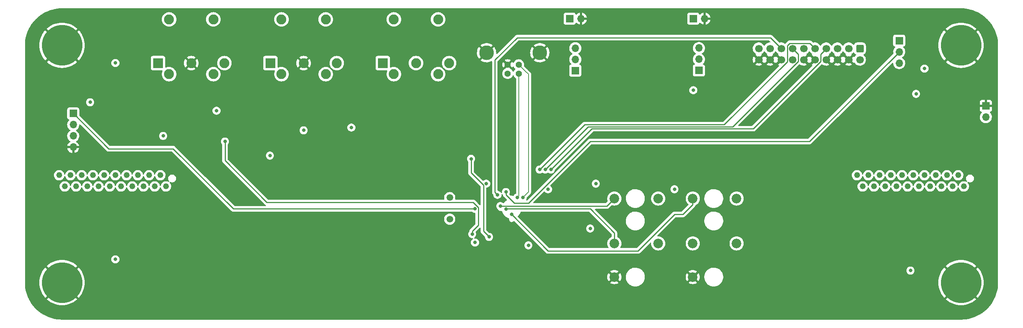
<source format=gbr>
%TF.GenerationSoftware,KiCad,Pcbnew,(6.0.6-0)*%
%TF.CreationDate,2022-07-07T15:16:10+02:00*%
%TF.ProjectId,hoatzin,686f6174-7a69-46e2-9e6b-696361645f70,rev?*%
%TF.SameCoordinates,Original*%
%TF.FileFunction,Copper,L4,Bot*%
%TF.FilePolarity,Positive*%
%FSLAX46Y46*%
G04 Gerber Fmt 4.6, Leading zero omitted, Abs format (unit mm)*
G04 Created by KiCad (PCBNEW (6.0.6-0)) date 2022-07-07 15:16:10*
%MOMM*%
%LPD*%
G01*
G04 APERTURE LIST*
G04 Aperture macros list*
%AMRoundRect*
0 Rectangle with rounded corners*
0 $1 Rounding radius*
0 $2 $3 $4 $5 $6 $7 $8 $9 X,Y pos of 4 corners*
0 Add a 4 corners polygon primitive as box body*
4,1,4,$2,$3,$4,$5,$6,$7,$8,$9,$2,$3,0*
0 Add four circle primitives for the rounded corners*
1,1,$1+$1,$2,$3*
1,1,$1+$1,$4,$5*
1,1,$1+$1,$6,$7*
1,1,$1+$1,$8,$9*
0 Add four rect primitives between the rounded corners*
20,1,$1+$1,$2,$3,$4,$5,0*
20,1,$1+$1,$4,$5,$6,$7,0*
20,1,$1+$1,$6,$7,$8,$9,0*
20,1,$1+$1,$8,$9,$2,$3,0*%
G04 Aperture macros list end*
%TA.AperFunction,ComponentPad*%
%ADD10R,1.700000X1.700000*%
%TD*%
%TA.AperFunction,ComponentPad*%
%ADD11O,1.700000X1.700000*%
%TD*%
%TA.AperFunction,ComponentPad*%
%ADD12C,9.200000*%
%TD*%
%TA.AperFunction,ComponentPad*%
%ADD13RoundRect,0.250000X-0.600000X0.600000X-0.600000X-0.600000X0.600000X-0.600000X0.600000X0.600000X0*%
%TD*%
%TA.AperFunction,ComponentPad*%
%ADD14C,1.700000*%
%TD*%
%TA.AperFunction,ComponentPad*%
%ADD15C,1.500000*%
%TD*%
%TA.AperFunction,ComponentPad*%
%ADD16R,2.250000X2.250000*%
%TD*%
%TA.AperFunction,ComponentPad*%
%ADD17C,2.250000*%
%TD*%
%TA.AperFunction,ComponentPad*%
%ADD18C,3.316000*%
%TD*%
%TA.AperFunction,ComponentPad*%
%ADD19C,1.428000*%
%TD*%
%TA.AperFunction,ComponentPad*%
%ADD20C,1.320800*%
%TD*%
%TA.AperFunction,ComponentPad*%
%ADD21C,2.172000*%
%TD*%
%TA.AperFunction,ViaPad*%
%ADD22C,0.800000*%
%TD*%
%TA.AperFunction,Conductor*%
%ADD23C,0.250000*%
%TD*%
%TA.AperFunction,Conductor*%
%ADD24C,0.200000*%
%TD*%
G04 APERTURE END LIST*
D10*
%TO.P,J11,1,Pin_1*%
%TO.N,3.3V_REG*%
X184597000Y-65197000D03*
D11*
%TO.P,J11,2,Pin_2*%
%TO.N,+3V3*%
X184597000Y-62657000D03*
%TO.P,J11,3,Pin_3*%
%TO.N,3.3V_EXT*%
X184597000Y-60117000D03*
%TD*%
D12*
%TO.P,H3,1,1*%
%TO.N,GND*%
X40640000Y-113220000D03*
%TD*%
D13*
%TO.P,J7,1,VTREF*%
%TO.N,+3V3*%
X220980000Y-60207500D03*
D14*
%TO.P,J7,2,VCC/NC*%
%TO.N,unconnected-(J7-Pad2)*%
X220980000Y-62747500D03*
%TO.P,J7,3,~{TRST}*%
%TO.N,unconnected-(J7-Pad3)*%
X218440000Y-60207500D03*
%TO.P,J7,4,GND*%
%TO.N,GND*%
X218440000Y-62747500D03*
%TO.P,J7,5,TDI*%
%TO.N,unconnected-(J7-Pad5)*%
X215900000Y-60207500D03*
%TO.P,J7,6,GND*%
%TO.N,GND*%
X215900000Y-62747500D03*
%TO.P,J7,7,TMS/SWDIO*%
%TO.N,JTMS_SWDIO*%
X213360000Y-60207500D03*
%TO.P,J7,8,GND*%
%TO.N,GND*%
X213360000Y-62747500D03*
%TO.P,J7,9,TCK/SWDCLK*%
%TO.N,JTCK_SWCLK*%
X210820000Y-60207500D03*
%TO.P,J7,10,GND*%
%TO.N,GND*%
X210820000Y-62747500D03*
%TO.P,J7,11,RTCK*%
%TO.N,unconnected-(J7-Pad11)*%
X208280000Y-60207500D03*
%TO.P,J7,12,GND*%
%TO.N,GND*%
X208280000Y-62747500D03*
%TO.P,J7,13,TDO/SWO*%
%TO.N,JTDO_SWO*%
X205740000Y-60207500D03*
%TO.P,J7,14,GND*%
%TO.N,GND*%
X205740000Y-62747500D03*
%TO.P,J7,15,~{SRST}*%
%TO.N,NRST*%
X203200000Y-60207500D03*
%TO.P,J7,16,GND*%
%TO.N,GND*%
X203200000Y-62747500D03*
%TO.P,J7,17,DBGRQ/NC*%
%TO.N,unconnected-(J7-Pad17)*%
X200660000Y-60207500D03*
%TO.P,J7,18,GND*%
%TO.N,GND*%
X200660000Y-62747500D03*
%TO.P,J7,19,DBGACK/NC*%
%TO.N,unconnected-(J7-Pad19)*%
X198120000Y-60207500D03*
%TO.P,J7,20,GND*%
%TO.N,GND*%
X198120000Y-62747500D03*
%TD*%
D15*
%TO.P,e1,1,1*%
%TO.N,Net-(C2-Pad2)*%
X128270000Y-93979998D03*
%TO.P,e1,2,2*%
%TO.N,Net-(C3-Pad2)*%
X128270000Y-98859998D03*
%TD*%
D16*
%TO.P,J4,1*%
%TO.N,unconnected-(J4-Pad1)*%
X62350000Y-63529000D03*
D17*
%TO.P,J4,2*%
%TO.N,GND*%
X69850000Y-63529000D03*
%TO.P,J4,3*%
%TO.N,unconnected-(J4-Pad3)*%
X77350000Y-63529000D03*
%TO.P,J4,4*%
%TO.N,Net-(J4-Pad4)*%
X64850000Y-66029000D03*
%TO.P,J4,5*%
%TO.N,Net-(J4-Pad5)*%
X74850000Y-66029000D03*
%TO.P,J4,MH1*%
%TO.N,N/C*%
X64850000Y-53629000D03*
%TO.P,J4,MH2*%
X74850000Y-53629000D03*
%TD*%
D10*
%TO.P,J16,1,Pin_1*%
%TO.N,GND*%
X249450000Y-73210000D03*
D11*
%TO.P,J16,2,Pin_2*%
%TO.N,NRST*%
X249450000Y-75750000D03*
%TD*%
D12*
%TO.P,H1,1,1*%
%TO.N,GND*%
X40640000Y-59500000D03*
%TD*%
D10*
%TO.P,J10,1,Pin_1*%
%TO.N,Net-(J10-Pad1)*%
X229870000Y-58435000D03*
D11*
%TO.P,J10,2,Pin_2*%
%TO.N,BOOT0*%
X229870000Y-60975000D03*
%TO.P,J10,3,Pin_3*%
%TO.N,Net-(J10-Pad3)*%
X229870000Y-63515000D03*
%TD*%
D12*
%TO.P,H2,1,1*%
%TO.N,GND*%
X243840000Y-113220000D03*
%TD*%
D10*
%TO.P,J14,1,Pin_1*%
%TO.N,USB_VBUS*%
X156657000Y-65212000D03*
D11*
%TO.P,J14,2,Pin_2*%
%TO.N,+5V*%
X156657000Y-62672000D03*
%TO.P,J14,3,Pin_3*%
%TO.N,5V_EXT*%
X156657000Y-60132000D03*
%TD*%
D10*
%TO.P,J13,1,Pin_1*%
%TO.N,3.3V_EXT*%
X183327000Y-53462000D03*
D11*
%TO.P,J13,2,Pin_2*%
%TO.N,GND*%
X185867000Y-53462000D03*
%TD*%
D12*
%TO.P,H4,1,1*%
%TO.N,GND*%
X243840000Y-59500000D03*
%TD*%
D16*
%TO.P,J3,1*%
%TO.N,unconnected-(J3-Pad1)*%
X113150000Y-63529000D03*
D17*
%TO.P,J3,2*%
%TO.N,unconnected-(J3-Pad2)*%
X120650000Y-63529000D03*
%TO.P,J3,3*%
%TO.N,unconnected-(J3-Pad3)*%
X128150000Y-63529000D03*
%TO.P,J3,4*%
%TO.N,Net-(J3-Pad4)*%
X115650000Y-66029000D03*
%TO.P,J3,5*%
%TO.N,Net-(D1-Pad2)*%
X125650000Y-66029000D03*
%TO.P,J3,MH1*%
%TO.N,N/C*%
X115650000Y-53629000D03*
%TO.P,J3,MH2*%
X125650000Y-53629000D03*
%TD*%
D10*
%TO.P,J12,1,Pin_1*%
%TO.N,5V_EXT*%
X155387000Y-53462000D03*
D11*
%TO.P,J12,2,Pin_2*%
%TO.N,GND*%
X157927000Y-53462000D03*
%TD*%
D18*
%TO.P,J6,0,SHEILD*%
%TO.N,GND*%
X136601000Y-61176000D03*
X148641000Y-61176000D03*
D19*
%TO.P,J6,1,VBUS*%
%TO.N,USB_VBUS*%
X141371000Y-65886000D03*
%TO.P,J6,2,D-*%
%TO.N,USB_OTG_FS_D-*%
X143871000Y-65886000D03*
%TO.P,J6,3,D+*%
%TO.N,USB_OTG_FS_D+*%
X143871000Y-63886000D03*
%TO.P,J6,4,GND*%
%TO.N,GND*%
X141371000Y-63886000D03*
%TD*%
D16*
%TO.P,J5,1*%
%TO.N,unconnected-(J5-Pad1)*%
X87750000Y-63529000D03*
D17*
%TO.P,J5,2*%
%TO.N,GND*%
X95250000Y-63529000D03*
%TO.P,J5,3*%
%TO.N,unconnected-(J5-Pad3)*%
X102750000Y-63529000D03*
%TO.P,J5,4*%
%TO.N,Net-(J5-Pad4)*%
X90250000Y-66029000D03*
%TO.P,J5,5*%
%TO.N,Net-(J5-Pad5)*%
X100250000Y-66029000D03*
%TO.P,J5,MH1*%
%TO.N,N/C*%
X90250000Y-53629000D03*
%TO.P,J5,MH2*%
X100250000Y-53629000D03*
%TD*%
D20*
%TO.P,J2,1,1*%
%TO.N,K_R_MK5*%
X220345000Y-88900000D03*
%TO.P,J2,2,2*%
%TO.N,K_R_T0*%
X221615000Y-91440000D03*
%TO.P,J2,3,3*%
%TO.N,K_R_BR5*%
X222885000Y-88900000D03*
%TO.P,J2,4,4*%
%TO.N,K_R_T1*%
X224155000Y-91440000D03*
%TO.P,J2,5,5*%
%TO.N,K_R_MK6*%
X225425000Y-88900000D03*
%TO.P,J2,6,6*%
%TO.N,K_R_T2*%
X226695000Y-91440000D03*
%TO.P,J2,7,7*%
%TO.N,K_R_BR6*%
X227965000Y-88900000D03*
%TO.P,J2,8,8*%
%TO.N,K_R_T3*%
X229235000Y-91440000D03*
%TO.P,J2,9,9*%
%TO.N,K_R_MK7*%
X230505000Y-88900000D03*
%TO.P,J2,10,10*%
%TO.N,K_R_T4*%
X231775000Y-91440000D03*
%TO.P,J2,11,11*%
%TO.N,K_R_BR7*%
X233045000Y-88900000D03*
%TO.P,J2,12,12*%
%TO.N,K_R_T5*%
X234315000Y-91440000D03*
%TO.P,J2,13,13*%
%TO.N,K_R_MK8*%
X235585000Y-88900000D03*
%TO.P,J2,14,14*%
%TO.N,K_R_T6*%
X236855000Y-91440000D03*
%TO.P,J2,15,15*%
%TO.N,K_R_BR8*%
X238125000Y-88900000D03*
%TO.P,J2,16,16*%
%TO.N,K_R_T7*%
X239395000Y-91440000D03*
%TO.P,J2,17,17*%
%TO.N,K_R_MK9*%
X240665000Y-88900000D03*
%TO.P,J2,18,18*%
%TO.N,K_R_BR10*%
X241935000Y-91440000D03*
%TO.P,J2,19,19*%
%TO.N,K_R_BR9*%
X243205000Y-88900000D03*
%TO.P,J2,20,20*%
%TO.N,K_R_MK10*%
X244475000Y-91440000D03*
%TD*%
D21*
%TO.P,J9,R1,RING*%
%TO.N,unconnected-(J9-PadR1)*%
X183210000Y-104343000D03*
%TO.P,J9,RB1,RING_SWITCH*%
%TO.N,unconnected-(J9-PadRB1)*%
X193116000Y-104343000D03*
%TO.P,J9,S1,SLEEVE*%
%TO.N,GND*%
X183210000Y-111963000D03*
%TO.P,J9,T1,TIP*%
%TO.N,TRS2_T*%
X183210000Y-94183000D03*
%TO.P,J9,TB1,TIP_SWITCH*%
%TO.N,unconnected-(J9-PadTB1)*%
X193116000Y-94183000D03*
%TD*%
%TO.P,J8,R1,RING*%
%TO.N,TRS1_R*%
X165490000Y-104343000D03*
%TO.P,J8,RB1,RING_SWITCH*%
%TO.N,unconnected-(J8-PadRB1)*%
X175396000Y-104343000D03*
%TO.P,J8,S1,SLEEVE*%
%TO.N,GND*%
X165490000Y-111963000D03*
%TO.P,J8,T1,TIP*%
%TO.N,TRS1_T*%
X165490000Y-94183000D03*
%TO.P,J8,TB1,TIP_SWITCH*%
%TO.N,unconnected-(J8-PadTB1)*%
X175396000Y-94183000D03*
%TD*%
D10*
%TO.P,J15,1,Pin_1*%
%TO.N,Aftertouch*%
X43180000Y-74930000D03*
D11*
%TO.P,J15,2,Pin_2*%
%TO.N,unconnected-(J15-Pad2)*%
X43180000Y-77470000D03*
%TO.P,J15,3,Pin_3*%
%TO.N,unconnected-(J15-Pad3)*%
X43180000Y-80010000D03*
%TO.P,J15,4,Pin_4*%
%TO.N,GND*%
X43180000Y-82550000D03*
%TD*%
D20*
%TO.P,J1,1,1*%
%TO.N,K_L_MK0*%
X40005000Y-88900000D03*
%TO.P,J1,2,2*%
%TO.N,K_L_T0*%
X41275000Y-91440000D03*
%TO.P,J1,3,3*%
%TO.N,K_L_BR0*%
X42545000Y-88900000D03*
%TO.P,J1,4,4*%
%TO.N,K_L_T1*%
X43815000Y-91440000D03*
%TO.P,J1,5,5*%
%TO.N,K_L_MK1*%
X45085000Y-88900000D03*
%TO.P,J1,6,6*%
%TO.N,K_L_T2*%
X46355000Y-91440000D03*
%TO.P,J1,7,7*%
%TO.N,K_L_BR1*%
X47625000Y-88900000D03*
%TO.P,J1,8,8*%
%TO.N,K_L_T3*%
X48895000Y-91440000D03*
%TO.P,J1,9,9*%
%TO.N,K_L_MK2*%
X50165000Y-88900000D03*
%TO.P,J1,10,10*%
%TO.N,K_L_T4*%
X51435000Y-91440000D03*
%TO.P,J1,11,11*%
%TO.N,K_L_BR2*%
X52705000Y-88900000D03*
%TO.P,J1,12,12*%
%TO.N,K_L_T5*%
X53975000Y-91440000D03*
%TO.P,J1,13,13*%
%TO.N,K_L_MK3*%
X55245000Y-88900000D03*
%TO.P,J1,14,14*%
%TO.N,K_L_T6*%
X56515000Y-91440000D03*
%TO.P,J1,15,15*%
%TO.N,K_L_BR3*%
X57785000Y-88900000D03*
%TO.P,J1,16,16*%
%TO.N,K_L_T7*%
X59055000Y-91440000D03*
%TO.P,J1,17,17*%
%TO.N,K_L_MK4*%
X60325000Y-88900000D03*
%TO.P,J1,18,18*%
%TO.N,unconnected-(J1-Pad18)*%
X61595000Y-91440000D03*
%TO.P,J1,19,19*%
%TO.N,K_L_BR4*%
X62865000Y-88900000D03*
%TO.P,J1,20,20*%
%TO.N,unconnected-(J1-Pad20)*%
X64135000Y-91440000D03*
%TD*%
D22*
%TO.N,GND*%
X87822000Y-79183000D03*
X149860000Y-93980000D03*
X176342000Y-60132000D03*
X120015000Y-92710000D03*
X175072000Y-70292000D03*
X158750000Y-94615000D03*
X158750000Y-104140000D03*
X146050000Y-99060000D03*
X140970000Y-99695000D03*
X180787000Y-66482000D03*
X136525000Y-88900000D03*
X169992000Y-63307000D03*
X116840000Y-80010000D03*
%TO.N,+5V*%
X106045000Y-78105000D03*
X95250000Y-78740000D03*
X75565000Y-74295000D03*
X63500000Y-80010000D03*
%TO.N,JTMS_SWDIO*%
X151130000Y-87630000D03*
%TO.N,JTCK_SWCLK*%
X148590000Y-87630000D03*
%TO.N,JTDO_SWO*%
X149860000Y-87630000D03*
%TO.N,NRST*%
X139065000Y-93345000D03*
%TO.N,TRS1_R*%
X140970000Y-96609500D03*
%TO.N,TRS1_T*%
X139700000Y-95885000D03*
%TO.N,TRS2_T*%
X142240000Y-97790000D03*
%TO.N,+3V3*%
X161290000Y-90805000D03*
X233680000Y-70485000D03*
X52705000Y-107950000D03*
X150495000Y-92075000D03*
X46990000Y-72390000D03*
X146050000Y-104775000D03*
X235585000Y-64770000D03*
X232410000Y-110490000D03*
X160020000Y-100965000D03*
X87630000Y-84455000D03*
X179070000Y-92075000D03*
X136525000Y-90805000D03*
X133985000Y-104140000D03*
X183327000Y-69657000D03*
X52705000Y-63500000D03*
%TO.N,MIDI_UART_RX*%
X133096000Y-85185980D03*
X137160000Y-102870000D03*
%TO.N,USB_OTG_FS_D+*%
X144780000Y-93980000D03*
%TO.N,USB_OTG_FS_D-*%
X143510000Y-93980000D03*
%TO.N,MIDI_UART_TX*%
X133350000Y-102235000D03*
X77470000Y-81280000D03*
%TO.N,BOOT0*%
X140970000Y-92710000D03*
%TO.N,Aftertouch*%
X133985000Y-96520000D03*
%TD*%
D23*
%TO.N,JTMS_SWDIO*%
X212090000Y-61477500D02*
X213360000Y-60207500D01*
X196859470Y-78369040D02*
X212090000Y-63138510D01*
X151130000Y-87630000D02*
X160390960Y-78369040D01*
X160390960Y-78369040D02*
X196859470Y-78369040D01*
X212090000Y-63138510D02*
X212090000Y-61477500D01*
%TO.N,JTCK_SWCLK*%
X190329488Y-77470000D02*
X158750000Y-77470000D01*
X148590000Y-87630000D02*
X158750000Y-77470000D01*
X190329488Y-77470000D02*
X204565489Y-63233999D01*
X209550000Y-59055000D02*
X209667500Y-59055000D01*
X204565489Y-63233999D02*
X204565489Y-59594511D01*
X204565489Y-59594511D02*
X205127011Y-59032989D01*
X205127011Y-59032989D02*
X209527989Y-59032989D01*
X209527989Y-59032989D02*
X209550000Y-59055000D01*
X209667500Y-59055000D02*
X210820000Y-60207500D01*
%TO.N,JTDO_SWO*%
X207010000Y-63138510D02*
X207010000Y-61477500D01*
X192228990Y-77919520D02*
X207010000Y-63138510D01*
X207010000Y-61477500D02*
X205740000Y-60207500D01*
X159570480Y-77919520D02*
X192228990Y-77919520D01*
X149860000Y-87630000D02*
X159570480Y-77919520D01*
%TO.N,NRST*%
X138472845Y-62822155D02*
X143510000Y-57785000D01*
X138472845Y-92752845D02*
X138472845Y-62822155D01*
X201671250Y-58678750D02*
X203200000Y-60207500D01*
X139065000Y-93345000D02*
X138472845Y-92752845D01*
X143510000Y-57785000D02*
X200777500Y-57785000D01*
X200777500Y-57785000D02*
X201671250Y-58678750D01*
%TO.N,TRS1_R*%
X165490000Y-101990000D02*
X165490000Y-104343000D01*
X141059500Y-96520000D02*
X160020000Y-96520000D01*
X160020000Y-96520000D02*
X165490000Y-101990000D01*
X140970000Y-96609500D02*
X141059500Y-96520000D01*
%TO.N,TRS1_T*%
X139700000Y-95885000D02*
X163788000Y-95885000D01*
X163788000Y-95885000D02*
X165490000Y-94183000D01*
%TO.N,TRS2_T*%
X170815000Y-106045000D02*
X179070000Y-97790000D01*
X179070000Y-97790000D02*
X180975000Y-97790000D01*
X150495000Y-106045000D02*
X170815000Y-106045000D01*
X142240000Y-97790000D02*
X150495000Y-106045000D01*
X183210000Y-95555000D02*
X183210000Y-94183000D01*
X180975000Y-97790000D02*
X183210000Y-95555000D01*
%TO.N,MIDI_UART_RX*%
X133096000Y-85185980D02*
X133096000Y-88400614D01*
X133096000Y-88400614D02*
X135890000Y-91194614D01*
X135890000Y-101600000D02*
X137160000Y-102870000D01*
X135890000Y-91194614D02*
X135890000Y-101600000D01*
D24*
%TO.N,USB_OTG_FS_D+*%
X145415000Y-65405000D02*
X145390000Y-65405000D01*
X146050000Y-66040000D02*
X145415000Y-65405000D01*
X145390000Y-65405000D02*
X143871000Y-63886000D01*
X144780000Y-93980000D02*
X146050000Y-92710000D01*
X146050000Y-92710000D02*
X146050000Y-66040000D01*
%TO.N,USB_OTG_FS_D-*%
X143871000Y-93619000D02*
X143871000Y-65886000D01*
X143510000Y-93980000D02*
X143871000Y-93619000D01*
D23*
%TO.N,MIDI_UART_TX*%
X86926509Y-95054509D02*
X133544123Y-95054509D01*
X134709511Y-100240489D02*
X133350000Y-101600000D01*
X77470000Y-81280000D02*
X77470000Y-85598000D01*
X133544123Y-95054509D02*
X134709511Y-96219897D01*
X77470000Y-85598000D02*
X86926509Y-95054509D01*
X133350000Y-101600000D02*
X133350000Y-102235000D01*
X134709511Y-96219897D02*
X134709511Y-100240489D01*
%TO.N,BOOT0*%
X209565000Y-81280000D02*
X160020000Y-81280000D01*
X146050000Y-95250000D02*
X142875000Y-95250000D01*
X140970000Y-93345000D02*
X140970000Y-92710000D01*
X160020000Y-81280000D02*
X146050000Y-95250000D01*
X229870000Y-60975000D02*
X209565000Y-81280000D01*
X142875000Y-95250000D02*
X140970000Y-93345000D01*
%TO.N,Aftertouch*%
X79375000Y-96520000D02*
X133985000Y-96520000D01*
X43180000Y-74930000D02*
X51149911Y-82899911D01*
X51149911Y-82899911D02*
X65754911Y-82899911D01*
X65754911Y-82899911D02*
X79375000Y-96520000D01*
%TD*%
%TA.AperFunction,Conductor*%
%TO.N,GND*%
G36*
X243810018Y-51120000D02*
G01*
X243824851Y-51122310D01*
X243824855Y-51122310D01*
X243833724Y-51123691D01*
X243842626Y-51122527D01*
X243842629Y-51122527D01*
X243856536Y-51120708D01*
X243876995Y-51119711D01*
X244384076Y-51136311D01*
X244392280Y-51136849D01*
X244929905Y-51189801D01*
X244938062Y-51190875D01*
X245471086Y-51278877D01*
X245479172Y-51280486D01*
X246005272Y-51403156D01*
X246013226Y-51405287D01*
X246530205Y-51562111D01*
X246538013Y-51564761D01*
X247043600Y-51755051D01*
X247051217Y-51758206D01*
X247543288Y-51981160D01*
X247550683Y-51984807D01*
X248027109Y-52239462D01*
X248034249Y-52243584D01*
X248126260Y-52300800D01*
X248493024Y-52528868D01*
X248499850Y-52533429D01*
X248891022Y-52813739D01*
X248938982Y-52848107D01*
X248945524Y-52853127D01*
X249363115Y-53195836D01*
X249369314Y-53201272D01*
X249540687Y-53361780D01*
X249763618Y-53570578D01*
X249769422Y-53576382D01*
X249904380Y-53720475D01*
X250138728Y-53970686D01*
X250144164Y-53976885D01*
X250486873Y-54394476D01*
X250491893Y-54401018D01*
X250806571Y-54840150D01*
X250811132Y-54846976D01*
X251021615Y-55185461D01*
X251096416Y-55305751D01*
X251100538Y-55312891D01*
X251355193Y-55789317D01*
X251358840Y-55796712D01*
X251581794Y-56288783D01*
X251584949Y-56296400D01*
X251775239Y-56801987D01*
X251777889Y-56809795D01*
X251934713Y-57326774D01*
X251936844Y-57334728D01*
X251983977Y-57536866D01*
X252059514Y-57860827D01*
X252061123Y-57868913D01*
X252149047Y-58401461D01*
X252149124Y-58401929D01*
X252150199Y-58410095D01*
X252200402Y-58919806D01*
X252203150Y-58947708D01*
X252203689Y-58955924D01*
X252212150Y-59214376D01*
X252220041Y-59455451D01*
X252218608Y-59478955D01*
X252216309Y-59493724D01*
X252217473Y-59502626D01*
X252217473Y-59502628D01*
X252220436Y-59525283D01*
X252221500Y-59541621D01*
X252221500Y-113170633D01*
X252220000Y-113190018D01*
X252217690Y-113204851D01*
X252217690Y-113204855D01*
X252216309Y-113213724D01*
X252217473Y-113222626D01*
X252217473Y-113222629D01*
X252219292Y-113236536D01*
X252220289Y-113256995D01*
X252208230Y-113625383D01*
X252203690Y-113764064D01*
X252203151Y-113772280D01*
X252170369Y-114105115D01*
X252150200Y-114309896D01*
X252149124Y-114318071D01*
X252061123Y-114851086D01*
X252059514Y-114859173D01*
X251936847Y-115385262D01*
X251934713Y-115393226D01*
X251777889Y-115910205D01*
X251775239Y-115918013D01*
X251584949Y-116423600D01*
X251581794Y-116431217D01*
X251358840Y-116923288D01*
X251355193Y-116930683D01*
X251100538Y-117407109D01*
X251096416Y-117414249D01*
X250811132Y-117873024D01*
X250806571Y-117879850D01*
X250538033Y-118254594D01*
X250491893Y-118318982D01*
X250486873Y-118325524D01*
X250144164Y-118743115D01*
X250138728Y-118749314D01*
X249978220Y-118920687D01*
X249769422Y-119143618D01*
X249763618Y-119149422D01*
X249540687Y-119358220D01*
X249369314Y-119518728D01*
X249363115Y-119524164D01*
X248945524Y-119866873D01*
X248938982Y-119871893D01*
X248499850Y-120186571D01*
X248493024Y-120191132D01*
X248130453Y-120416593D01*
X248034249Y-120476416D01*
X248027109Y-120480538D01*
X247550683Y-120735193D01*
X247543288Y-120738840D01*
X247051217Y-120961794D01*
X247043600Y-120964949D01*
X246538013Y-121155239D01*
X246530205Y-121157889D01*
X246013226Y-121314713D01*
X246005272Y-121316844D01*
X245479173Y-121439514D01*
X245471087Y-121441123D01*
X244938062Y-121529125D01*
X244929905Y-121530199D01*
X244392280Y-121583151D01*
X244384076Y-121583689D01*
X244054900Y-121594465D01*
X243884549Y-121600041D01*
X243861045Y-121598608D01*
X243857842Y-121598110D01*
X243846276Y-121596309D01*
X243837374Y-121597473D01*
X243837372Y-121597473D01*
X243823464Y-121599292D01*
X243814714Y-121600436D01*
X243798379Y-121601500D01*
X40689367Y-121601500D01*
X40669982Y-121600000D01*
X40655149Y-121597690D01*
X40655145Y-121597690D01*
X40646276Y-121596309D01*
X40637374Y-121597473D01*
X40637371Y-121597473D01*
X40623464Y-121599292D01*
X40603005Y-121600289D01*
X40095924Y-121583689D01*
X40087720Y-121583151D01*
X39550095Y-121530199D01*
X39541938Y-121529125D01*
X39008913Y-121441123D01*
X39000827Y-121439514D01*
X38474728Y-121316844D01*
X38466774Y-121314713D01*
X37949795Y-121157889D01*
X37941987Y-121155239D01*
X37436400Y-120964949D01*
X37428783Y-120961794D01*
X36936712Y-120738840D01*
X36929317Y-120735193D01*
X36452891Y-120480538D01*
X36445751Y-120476416D01*
X36349547Y-120416593D01*
X35986976Y-120191132D01*
X35980150Y-120186571D01*
X35541018Y-119871893D01*
X35534476Y-119866873D01*
X35116885Y-119524164D01*
X35110686Y-119518728D01*
X34939313Y-119358220D01*
X34716382Y-119149422D01*
X34710578Y-119143618D01*
X34501780Y-118920687D01*
X34341272Y-118749314D01*
X34335836Y-118743115D01*
X33993127Y-118325524D01*
X33988107Y-118318982D01*
X33941967Y-118254594D01*
X33673429Y-117879850D01*
X33668868Y-117873024D01*
X33383584Y-117414249D01*
X33379462Y-117407109D01*
X33166261Y-117008238D01*
X37217302Y-117008238D01*
X37217328Y-117008608D01*
X37223117Y-117017197D01*
X37351493Y-117134832D01*
X37355681Y-117138347D01*
X37705207Y-117406546D01*
X37709698Y-117409691D01*
X38081243Y-117646391D01*
X38086015Y-117649146D01*
X38476763Y-117852556D01*
X38481751Y-117854883D01*
X38888756Y-118023469D01*
X38893925Y-118025351D01*
X39314063Y-118157820D01*
X39319386Y-118159246D01*
X39749473Y-118254594D01*
X39754885Y-118255549D01*
X40191645Y-118313049D01*
X40197144Y-118313531D01*
X40637252Y-118332746D01*
X40642748Y-118332746D01*
X41082856Y-118313531D01*
X41088355Y-118313049D01*
X41525115Y-118255549D01*
X41530527Y-118254594D01*
X41960614Y-118159246D01*
X41965937Y-118157820D01*
X42386075Y-118025351D01*
X42391244Y-118023469D01*
X42798249Y-117854883D01*
X42803237Y-117852556D01*
X43193985Y-117649146D01*
X43198757Y-117646391D01*
X43570302Y-117409691D01*
X43574793Y-117406546D01*
X43924319Y-117138347D01*
X43928507Y-117134832D01*
X44054539Y-117019345D01*
X44061249Y-117008238D01*
X240417302Y-117008238D01*
X240417328Y-117008608D01*
X240423117Y-117017197D01*
X240551493Y-117134832D01*
X240555681Y-117138347D01*
X240905207Y-117406546D01*
X240909698Y-117409691D01*
X241281243Y-117646391D01*
X241286015Y-117649146D01*
X241676763Y-117852556D01*
X241681751Y-117854883D01*
X242088756Y-118023469D01*
X242093925Y-118025351D01*
X242514063Y-118157820D01*
X242519386Y-118159246D01*
X242949473Y-118254594D01*
X242954885Y-118255549D01*
X243391645Y-118313049D01*
X243397144Y-118313531D01*
X243837252Y-118332746D01*
X243842748Y-118332746D01*
X244282856Y-118313531D01*
X244288355Y-118313049D01*
X244725115Y-118255549D01*
X244730527Y-118254594D01*
X245160614Y-118159246D01*
X245165937Y-118157820D01*
X245586075Y-118025351D01*
X245591244Y-118023469D01*
X245998249Y-117854883D01*
X246003237Y-117852556D01*
X246393985Y-117649146D01*
X246398757Y-117646391D01*
X246770302Y-117409691D01*
X246774793Y-117406546D01*
X247124319Y-117138347D01*
X247128507Y-117134832D01*
X247254539Y-117019345D01*
X247262753Y-117005749D01*
X247262743Y-117005379D01*
X247257332Y-116996542D01*
X243852812Y-113592022D01*
X243838868Y-113584408D01*
X243837035Y-113584539D01*
X243830420Y-113588790D01*
X240424916Y-116994294D01*
X240417302Y-117008238D01*
X44061249Y-117008238D01*
X44062753Y-117005749D01*
X44062743Y-117005379D01*
X44057332Y-116996542D01*
X40652812Y-113592022D01*
X40638868Y-113584408D01*
X40637035Y-113584539D01*
X40630420Y-113588790D01*
X37224916Y-116994294D01*
X37217302Y-117008238D01*
X33166261Y-117008238D01*
X33124807Y-116930683D01*
X33121160Y-116923288D01*
X32898206Y-116431217D01*
X32895051Y-116423600D01*
X32704761Y-115918013D01*
X32702111Y-115910205D01*
X32545287Y-115393226D01*
X32543153Y-115385262D01*
X32420486Y-114859173D01*
X32418877Y-114851086D01*
X32330876Y-114318071D01*
X32329800Y-114309896D01*
X32309631Y-114105115D01*
X32276849Y-113772280D01*
X32276310Y-113764064D01*
X32271771Y-113625383D01*
X32260083Y-113268355D01*
X32261763Y-113243329D01*
X32262769Y-113237352D01*
X32262770Y-113237345D01*
X32263576Y-113232552D01*
X32263696Y-113222748D01*
X35527254Y-113222748D01*
X35546469Y-113662856D01*
X35546951Y-113668355D01*
X35604451Y-114105115D01*
X35605406Y-114110527D01*
X35700754Y-114540614D01*
X35702180Y-114545937D01*
X35834649Y-114966075D01*
X35836531Y-114971244D01*
X36005117Y-115378249D01*
X36007444Y-115383237D01*
X36210854Y-115773985D01*
X36213609Y-115778757D01*
X36450309Y-116150302D01*
X36453454Y-116154793D01*
X36721653Y-116504319D01*
X36725168Y-116508507D01*
X36840655Y-116634539D01*
X36854251Y-116642753D01*
X36854621Y-116642743D01*
X36863458Y-116637332D01*
X40267978Y-113232812D01*
X40274356Y-113221132D01*
X41004408Y-113221132D01*
X41004539Y-113222965D01*
X41008790Y-113229580D01*
X44414294Y-116635084D01*
X44428238Y-116642698D01*
X44428608Y-116642672D01*
X44437197Y-116636883D01*
X44554832Y-116508507D01*
X44558347Y-116504319D01*
X44826546Y-116154793D01*
X44829691Y-116150302D01*
X45066391Y-115778757D01*
X45069146Y-115773985D01*
X45272556Y-115383237D01*
X45274883Y-115378249D01*
X45443469Y-114971244D01*
X45445351Y-114966075D01*
X45577820Y-114545937D01*
X45579246Y-114540614D01*
X45674594Y-114110527D01*
X45675549Y-114105115D01*
X45733049Y-113668355D01*
X45733531Y-113662856D01*
X45751198Y-113258209D01*
X164559620Y-113258209D01*
X164565347Y-113265860D01*
X164759881Y-113385070D01*
X164768675Y-113389551D01*
X164991331Y-113481778D01*
X165000716Y-113484827D01*
X165235059Y-113541089D01*
X165244806Y-113542632D01*
X165485070Y-113561541D01*
X165494930Y-113561541D01*
X165735194Y-113542632D01*
X165744941Y-113541089D01*
X165979284Y-113484827D01*
X165988669Y-113481778D01*
X166211325Y-113389551D01*
X166220119Y-113385070D01*
X166410986Y-113268107D01*
X166420446Y-113257651D01*
X166416662Y-113248873D01*
X165502811Y-112335021D01*
X165488868Y-112327408D01*
X165487034Y-112327539D01*
X165480420Y-112331790D01*
X164566377Y-113245834D01*
X164559620Y-113258209D01*
X45751198Y-113258209D01*
X45752746Y-113222748D01*
X45752746Y-113217252D01*
X45733531Y-112777144D01*
X45733049Y-112771645D01*
X45675549Y-112334885D01*
X45674594Y-112329473D01*
X45594442Y-111967930D01*
X163891459Y-111967930D01*
X163910368Y-112208194D01*
X163911911Y-112217941D01*
X163968173Y-112452284D01*
X163971222Y-112461669D01*
X164063449Y-112684325D01*
X164067930Y-112693119D01*
X164184893Y-112883986D01*
X164195349Y-112893446D01*
X164204127Y-112889662D01*
X165117979Y-111975811D01*
X165124356Y-111964132D01*
X165854408Y-111964132D01*
X165854539Y-111965966D01*
X165858790Y-111972580D01*
X166772834Y-112886623D01*
X166785209Y-112893380D01*
X166792860Y-112887653D01*
X166912070Y-112693119D01*
X166916551Y-112684325D01*
X167008778Y-112461669D01*
X167011827Y-112452284D01*
X167068089Y-112217941D01*
X167069632Y-112208194D01*
X167078358Y-112097314D01*
X168105134Y-112097314D01*
X168143115Y-112385806D01*
X168219897Y-112666474D01*
X168221581Y-112670422D01*
X168316681Y-112893380D01*
X168334060Y-112934125D01*
X168483490Y-113183806D01*
X168665424Y-113410897D01*
X168668540Y-113413854D01*
X168668541Y-113413855D01*
X168685794Y-113430227D01*
X168876495Y-113611195D01*
X168879974Y-113613695D01*
X168879979Y-113613699D01*
X169046606Y-113733432D01*
X169112796Y-113780994D01*
X169369955Y-113917153D01*
X169643214Y-114017152D01*
X169927516Y-114079140D01*
X169956575Y-114081427D01*
X170153263Y-114096907D01*
X170153272Y-114096907D01*
X170155720Y-114097100D01*
X170313152Y-114097100D01*
X170315288Y-114096954D01*
X170315299Y-114096954D01*
X170526030Y-114082588D01*
X170526036Y-114082587D01*
X170530307Y-114082296D01*
X170534502Y-114081427D01*
X170534504Y-114081427D01*
X170672775Y-114052792D01*
X170815243Y-114023289D01*
X171089534Y-113926157D01*
X171348105Y-113792699D01*
X171351606Y-113790238D01*
X171351610Y-113790236D01*
X171532852Y-113662856D01*
X171586171Y-113625383D01*
X171799327Y-113427306D01*
X171919737Y-113280194D01*
X171937732Y-113258209D01*
X182279620Y-113258209D01*
X182285347Y-113265860D01*
X182479881Y-113385070D01*
X182488675Y-113389551D01*
X182711331Y-113481778D01*
X182720716Y-113484827D01*
X182955059Y-113541089D01*
X182964806Y-113542632D01*
X183205070Y-113561541D01*
X183214930Y-113561541D01*
X183455194Y-113542632D01*
X183464941Y-113541089D01*
X183699284Y-113484827D01*
X183708669Y-113481778D01*
X183931325Y-113389551D01*
X183940119Y-113385070D01*
X184130986Y-113268107D01*
X184140446Y-113257651D01*
X184136662Y-113248873D01*
X183222811Y-112335021D01*
X183208868Y-112327408D01*
X183207034Y-112327539D01*
X183200420Y-112331790D01*
X182286377Y-113245834D01*
X182279620Y-113258209D01*
X171937732Y-113258209D01*
X171980916Y-113205448D01*
X171980918Y-113205445D01*
X171983629Y-113202133D01*
X172135667Y-112954031D01*
X172252626Y-112687590D01*
X172257517Y-112670422D01*
X172331167Y-112411869D01*
X172332343Y-112407741D01*
X172373342Y-112119663D01*
X172373460Y-112097314D01*
X172374137Y-111967930D01*
X181611459Y-111967930D01*
X181630368Y-112208194D01*
X181631911Y-112217941D01*
X181688173Y-112452284D01*
X181691222Y-112461669D01*
X181783449Y-112684325D01*
X181787930Y-112693119D01*
X181904893Y-112883986D01*
X181915349Y-112893446D01*
X181924127Y-112889662D01*
X182837979Y-111975811D01*
X182844356Y-111964132D01*
X183574408Y-111964132D01*
X183574539Y-111965966D01*
X183578790Y-111972580D01*
X184492834Y-112886623D01*
X184505209Y-112893380D01*
X184512860Y-112887653D01*
X184632070Y-112693119D01*
X184636551Y-112684325D01*
X184728778Y-112461669D01*
X184731827Y-112452284D01*
X184788089Y-112217941D01*
X184789632Y-112208194D01*
X184798358Y-112097314D01*
X185825134Y-112097314D01*
X185863115Y-112385806D01*
X185939897Y-112666474D01*
X185941581Y-112670422D01*
X186036681Y-112893380D01*
X186054060Y-112934125D01*
X186203490Y-113183806D01*
X186385424Y-113410897D01*
X186388540Y-113413854D01*
X186388541Y-113413855D01*
X186405794Y-113430227D01*
X186596495Y-113611195D01*
X186599974Y-113613695D01*
X186599979Y-113613699D01*
X186766606Y-113733432D01*
X186832796Y-113780994D01*
X187089955Y-113917153D01*
X187363214Y-114017152D01*
X187647516Y-114079140D01*
X187676575Y-114081427D01*
X187873263Y-114096907D01*
X187873272Y-114096907D01*
X187875720Y-114097100D01*
X188033152Y-114097100D01*
X188035288Y-114096954D01*
X188035299Y-114096954D01*
X188246030Y-114082588D01*
X188246036Y-114082587D01*
X188250307Y-114082296D01*
X188254502Y-114081427D01*
X188254504Y-114081427D01*
X188392775Y-114052792D01*
X188535243Y-114023289D01*
X188809534Y-113926157D01*
X189068105Y-113792699D01*
X189071606Y-113790238D01*
X189071610Y-113790236D01*
X189252852Y-113662856D01*
X189306171Y-113625383D01*
X189519327Y-113427306D01*
X189639737Y-113280194D01*
X189686756Y-113222748D01*
X238727254Y-113222748D01*
X238746469Y-113662856D01*
X238746951Y-113668355D01*
X238804451Y-114105115D01*
X238805406Y-114110527D01*
X238900754Y-114540614D01*
X238902180Y-114545937D01*
X239034649Y-114966075D01*
X239036531Y-114971244D01*
X239205117Y-115378249D01*
X239207444Y-115383237D01*
X239410854Y-115773985D01*
X239413609Y-115778757D01*
X239650309Y-116150302D01*
X239653454Y-116154793D01*
X239921653Y-116504319D01*
X239925168Y-116508507D01*
X240040655Y-116634539D01*
X240054251Y-116642753D01*
X240054621Y-116642743D01*
X240063458Y-116637332D01*
X243467978Y-113232812D01*
X243474356Y-113221132D01*
X244204408Y-113221132D01*
X244204539Y-113222965D01*
X244208790Y-113229580D01*
X247614294Y-116635084D01*
X247628238Y-116642698D01*
X247628608Y-116642672D01*
X247637197Y-116636883D01*
X247754832Y-116508507D01*
X247758347Y-116504319D01*
X248026546Y-116154793D01*
X248029691Y-116150302D01*
X248266391Y-115778757D01*
X248269146Y-115773985D01*
X248472556Y-115383237D01*
X248474883Y-115378249D01*
X248643469Y-114971244D01*
X248645351Y-114966075D01*
X248777820Y-114545937D01*
X248779246Y-114540614D01*
X248874594Y-114110527D01*
X248875549Y-114105115D01*
X248933049Y-113668355D01*
X248933531Y-113662856D01*
X248952746Y-113222748D01*
X248952746Y-113217252D01*
X248933531Y-112777144D01*
X248933049Y-112771645D01*
X248875549Y-112334885D01*
X248874594Y-112329473D01*
X248779246Y-111899386D01*
X248777820Y-111894063D01*
X248645351Y-111473925D01*
X248643469Y-111468756D01*
X248474883Y-111061751D01*
X248472556Y-111056763D01*
X248269146Y-110666015D01*
X248266391Y-110661243D01*
X248029691Y-110289698D01*
X248026546Y-110285207D01*
X247758347Y-109935681D01*
X247754832Y-109931493D01*
X247639345Y-109805461D01*
X247625749Y-109797247D01*
X247625379Y-109797257D01*
X247616542Y-109802668D01*
X244212022Y-113207188D01*
X244204408Y-113221132D01*
X243474356Y-113221132D01*
X243475592Y-113218868D01*
X243475461Y-113217035D01*
X243471210Y-113210420D01*
X240065706Y-109804916D01*
X240051762Y-109797302D01*
X240051392Y-109797328D01*
X240042803Y-109803117D01*
X239925168Y-109931493D01*
X239921653Y-109935681D01*
X239653454Y-110285207D01*
X239650309Y-110289698D01*
X239413609Y-110661243D01*
X239410854Y-110666015D01*
X239207444Y-111056763D01*
X239205117Y-111061751D01*
X239036531Y-111468756D01*
X239034649Y-111473925D01*
X238902180Y-111894063D01*
X238900754Y-111899386D01*
X238805406Y-112329473D01*
X238804451Y-112334885D01*
X238746951Y-112771645D01*
X238746469Y-112777144D01*
X238727254Y-113217252D01*
X238727254Y-113222748D01*
X189686756Y-113222748D01*
X189700916Y-113205448D01*
X189700918Y-113205445D01*
X189703629Y-113202133D01*
X189855667Y-112954031D01*
X189972626Y-112687590D01*
X189977517Y-112670422D01*
X190051167Y-112411869D01*
X190052343Y-112407741D01*
X190093342Y-112119663D01*
X190093460Y-112097314D01*
X190094844Y-111832972D01*
X190094844Y-111832965D01*
X190094866Y-111828686D01*
X190056885Y-111540194D01*
X189980103Y-111259526D01*
X189941433Y-111168866D01*
X189867626Y-110995827D01*
X189867624Y-110995823D01*
X189865940Y-110991875D01*
X189716510Y-110742194D01*
X189534576Y-110515103D01*
X189517285Y-110498694D01*
X189508123Y-110490000D01*
X231496496Y-110490000D01*
X231497186Y-110496565D01*
X231498824Y-110512145D01*
X231516458Y-110679928D01*
X231575473Y-110861556D01*
X231670960Y-111026944D01*
X231798747Y-111168866D01*
X231953248Y-111281118D01*
X231959276Y-111283802D01*
X231959278Y-111283803D01*
X232121681Y-111356109D01*
X232127712Y-111358794D01*
X232221112Y-111378647D01*
X232308056Y-111397128D01*
X232308061Y-111397128D01*
X232314513Y-111398500D01*
X232505487Y-111398500D01*
X232511939Y-111397128D01*
X232511944Y-111397128D01*
X232598888Y-111378647D01*
X232692288Y-111358794D01*
X232698319Y-111356109D01*
X232860722Y-111283803D01*
X232860724Y-111283802D01*
X232866752Y-111281118D01*
X233021253Y-111168866D01*
X233149040Y-111026944D01*
X233244527Y-110861556D01*
X233303542Y-110679928D01*
X233321177Y-110512145D01*
X233322814Y-110496565D01*
X233323504Y-110490000D01*
X233310309Y-110364459D01*
X233304232Y-110306635D01*
X233304232Y-110306633D01*
X233303542Y-110300072D01*
X233244527Y-110118444D01*
X233149040Y-109953056D01*
X233133396Y-109935681D01*
X233025675Y-109816045D01*
X233025674Y-109816044D01*
X233021253Y-109811134D01*
X232866752Y-109698882D01*
X232860724Y-109696198D01*
X232860722Y-109696197D01*
X232698319Y-109623891D01*
X232698318Y-109623891D01*
X232692288Y-109621206D01*
X232598888Y-109601353D01*
X232511944Y-109582872D01*
X232511939Y-109582872D01*
X232505487Y-109581500D01*
X232314513Y-109581500D01*
X232308061Y-109582872D01*
X232308056Y-109582872D01*
X232221112Y-109601353D01*
X232127712Y-109621206D01*
X232121682Y-109623891D01*
X232121681Y-109623891D01*
X231959278Y-109696197D01*
X231959276Y-109696198D01*
X231953248Y-109698882D01*
X231798747Y-109811134D01*
X231794326Y-109816044D01*
X231794325Y-109816045D01*
X231686605Y-109935681D01*
X231670960Y-109953056D01*
X231575473Y-110118444D01*
X231516458Y-110300072D01*
X231515768Y-110306633D01*
X231515768Y-110306635D01*
X231509691Y-110364459D01*
X231496496Y-110490000D01*
X189508123Y-110490000D01*
X189326622Y-110317763D01*
X189323505Y-110314805D01*
X189320026Y-110312305D01*
X189320021Y-110312301D01*
X189090694Y-110147514D01*
X189087204Y-110145006D01*
X188830045Y-110008847D01*
X188664178Y-109948148D01*
X188560817Y-109910323D01*
X188560815Y-109910322D01*
X188556786Y-109908848D01*
X188272484Y-109846860D01*
X188228673Y-109843412D01*
X188046737Y-109829093D01*
X188046728Y-109829093D01*
X188044280Y-109828900D01*
X187886848Y-109828900D01*
X187884712Y-109829046D01*
X187884701Y-109829046D01*
X187673970Y-109843412D01*
X187673964Y-109843413D01*
X187669693Y-109843704D01*
X187665498Y-109844573D01*
X187665496Y-109844573D01*
X187650044Y-109847773D01*
X187384757Y-109902711D01*
X187110466Y-109999843D01*
X186851895Y-110133301D01*
X186848394Y-110135762D01*
X186848390Y-110135764D01*
X186831672Y-110147514D01*
X186613829Y-110300617D01*
X186610688Y-110303536D01*
X186410029Y-110490000D01*
X186400673Y-110498694D01*
X186216371Y-110723867D01*
X186064333Y-110971969D01*
X185947374Y-111238410D01*
X185946198Y-111242538D01*
X185946197Y-111242541D01*
X185913082Y-111358794D01*
X185867657Y-111518259D01*
X185826658Y-111806337D01*
X185826636Y-111810626D01*
X185826635Y-111810633D01*
X185825787Y-111972580D01*
X185825134Y-112097314D01*
X184798358Y-112097314D01*
X184808541Y-111967930D01*
X184808541Y-111958070D01*
X184789632Y-111717806D01*
X184788089Y-111708059D01*
X184731827Y-111473716D01*
X184728778Y-111464331D01*
X184636551Y-111241675D01*
X184632070Y-111232881D01*
X184515107Y-111042014D01*
X184504651Y-111032554D01*
X184495873Y-111036338D01*
X183582021Y-111950189D01*
X183574408Y-111964132D01*
X182844356Y-111964132D01*
X182845592Y-111961868D01*
X182845461Y-111960034D01*
X182841210Y-111953420D01*
X181927166Y-111039377D01*
X181914791Y-111032620D01*
X181907140Y-111038347D01*
X181787930Y-111232881D01*
X181783449Y-111241675D01*
X181691222Y-111464331D01*
X181688173Y-111473716D01*
X181631911Y-111708059D01*
X181630368Y-111717806D01*
X181611459Y-111958070D01*
X181611459Y-111967930D01*
X172374137Y-111967930D01*
X172374844Y-111832972D01*
X172374844Y-111832965D01*
X172374866Y-111828686D01*
X172336885Y-111540194D01*
X172260103Y-111259526D01*
X172221433Y-111168866D01*
X172147626Y-110995827D01*
X172147624Y-110995823D01*
X172145940Y-110991875D01*
X171996510Y-110742194D01*
X171937349Y-110668349D01*
X182279554Y-110668349D01*
X182283338Y-110677127D01*
X183197189Y-111590979D01*
X183211132Y-111598592D01*
X183212966Y-111598461D01*
X183219580Y-111594210D01*
X184133623Y-110680166D01*
X184140380Y-110667791D01*
X184134653Y-110660140D01*
X183940119Y-110540930D01*
X183931325Y-110536449D01*
X183708669Y-110444222D01*
X183699284Y-110441173D01*
X183464941Y-110384911D01*
X183455194Y-110383368D01*
X183214930Y-110364459D01*
X183205070Y-110364459D01*
X182964806Y-110383368D01*
X182955059Y-110384911D01*
X182720716Y-110441173D01*
X182711331Y-110444222D01*
X182488675Y-110536449D01*
X182479881Y-110540930D01*
X182289014Y-110657893D01*
X182279554Y-110668349D01*
X171937349Y-110668349D01*
X171814576Y-110515103D01*
X171797285Y-110498694D01*
X171606622Y-110317763D01*
X171603505Y-110314805D01*
X171600026Y-110312305D01*
X171600021Y-110312301D01*
X171370694Y-110147514D01*
X171367204Y-110145006D01*
X171110045Y-110008847D01*
X170944178Y-109948148D01*
X170840817Y-109910323D01*
X170840815Y-109910322D01*
X170836786Y-109908848D01*
X170552484Y-109846860D01*
X170508673Y-109843412D01*
X170326737Y-109829093D01*
X170326728Y-109829093D01*
X170324280Y-109828900D01*
X170166848Y-109828900D01*
X170164712Y-109829046D01*
X170164701Y-109829046D01*
X169953970Y-109843412D01*
X169953964Y-109843413D01*
X169949693Y-109843704D01*
X169945498Y-109844573D01*
X169945496Y-109844573D01*
X169930044Y-109847773D01*
X169664757Y-109902711D01*
X169390466Y-109999843D01*
X169131895Y-110133301D01*
X169128394Y-110135762D01*
X169128390Y-110135764D01*
X169111672Y-110147514D01*
X168893829Y-110300617D01*
X168890688Y-110303536D01*
X168690029Y-110490000D01*
X168680673Y-110498694D01*
X168496371Y-110723867D01*
X168344333Y-110971969D01*
X168227374Y-111238410D01*
X168226198Y-111242538D01*
X168226197Y-111242541D01*
X168193082Y-111358794D01*
X168147657Y-111518259D01*
X168106658Y-111806337D01*
X168106636Y-111810626D01*
X168106635Y-111810633D01*
X168105787Y-111972580D01*
X168105134Y-112097314D01*
X167078358Y-112097314D01*
X167088541Y-111967930D01*
X167088541Y-111958070D01*
X167069632Y-111717806D01*
X167068089Y-111708059D01*
X167011827Y-111473716D01*
X167008778Y-111464331D01*
X166916551Y-111241675D01*
X166912070Y-111232881D01*
X166795107Y-111042014D01*
X166784651Y-111032554D01*
X166775873Y-111036338D01*
X165862021Y-111950189D01*
X165854408Y-111964132D01*
X165124356Y-111964132D01*
X165125592Y-111961868D01*
X165125461Y-111960034D01*
X165121210Y-111953420D01*
X164207166Y-111039377D01*
X164194791Y-111032620D01*
X164187140Y-111038347D01*
X164067930Y-111232881D01*
X164063449Y-111241675D01*
X163971222Y-111464331D01*
X163968173Y-111473716D01*
X163911911Y-111708059D01*
X163910368Y-111717806D01*
X163891459Y-111958070D01*
X163891459Y-111967930D01*
X45594442Y-111967930D01*
X45579246Y-111899386D01*
X45577820Y-111894063D01*
X45445351Y-111473925D01*
X45443469Y-111468756D01*
X45274883Y-111061751D01*
X45272556Y-111056763D01*
X45070361Y-110668349D01*
X164559554Y-110668349D01*
X164563338Y-110677127D01*
X165477189Y-111590979D01*
X165491132Y-111598592D01*
X165492966Y-111598461D01*
X165499580Y-111594210D01*
X166413623Y-110680166D01*
X166420380Y-110667791D01*
X166414653Y-110660140D01*
X166220119Y-110540930D01*
X166211325Y-110536449D01*
X165988669Y-110444222D01*
X165979284Y-110441173D01*
X165744941Y-110384911D01*
X165735194Y-110383368D01*
X165494930Y-110364459D01*
X165485070Y-110364459D01*
X165244806Y-110383368D01*
X165235059Y-110384911D01*
X165000716Y-110441173D01*
X164991331Y-110444222D01*
X164768675Y-110536449D01*
X164759881Y-110540930D01*
X164569014Y-110657893D01*
X164559554Y-110668349D01*
X45070361Y-110668349D01*
X45069146Y-110666015D01*
X45066391Y-110661243D01*
X44829691Y-110289698D01*
X44826546Y-110285207D01*
X44558347Y-109935681D01*
X44554832Y-109931493D01*
X44439345Y-109805461D01*
X44425749Y-109797247D01*
X44425379Y-109797257D01*
X44416542Y-109802668D01*
X41012022Y-113207188D01*
X41004408Y-113221132D01*
X40274356Y-113221132D01*
X40275592Y-113218868D01*
X40275461Y-113217035D01*
X40271210Y-113210420D01*
X36865706Y-109804916D01*
X36851762Y-109797302D01*
X36851392Y-109797328D01*
X36842803Y-109803117D01*
X36725168Y-109931493D01*
X36721653Y-109935681D01*
X36453454Y-110285207D01*
X36450309Y-110289698D01*
X36213609Y-110661243D01*
X36210854Y-110666015D01*
X36007444Y-111056763D01*
X36005117Y-111061751D01*
X35836531Y-111468756D01*
X35834649Y-111473925D01*
X35702180Y-111894063D01*
X35700754Y-111899386D01*
X35605406Y-112329473D01*
X35604451Y-112334885D01*
X35546951Y-112771645D01*
X35546469Y-112777144D01*
X35527254Y-113217252D01*
X35527254Y-113222748D01*
X32263696Y-113222748D01*
X32263729Y-113220000D01*
X32259773Y-113192376D01*
X32258500Y-113174514D01*
X32258500Y-109434251D01*
X37217247Y-109434251D01*
X37217257Y-109434621D01*
X37222668Y-109443458D01*
X40627188Y-112847978D01*
X40641132Y-112855592D01*
X40642965Y-112855461D01*
X40649580Y-112851210D01*
X44055084Y-109445706D01*
X44061339Y-109434251D01*
X240417247Y-109434251D01*
X240417257Y-109434621D01*
X240422668Y-109443458D01*
X243827188Y-112847978D01*
X243841132Y-112855592D01*
X243842965Y-112855461D01*
X243849580Y-112851210D01*
X247255084Y-109445706D01*
X247262698Y-109431762D01*
X247262672Y-109431392D01*
X247256883Y-109422803D01*
X247128507Y-109305168D01*
X247124319Y-109301653D01*
X246774793Y-109033454D01*
X246770302Y-109030309D01*
X246398757Y-108793609D01*
X246393985Y-108790854D01*
X246003237Y-108587444D01*
X245998249Y-108585117D01*
X245591244Y-108416531D01*
X245586075Y-108414649D01*
X245165937Y-108282180D01*
X245160614Y-108280754D01*
X244730527Y-108185406D01*
X244725115Y-108184451D01*
X244288355Y-108126951D01*
X244282856Y-108126469D01*
X243842748Y-108107254D01*
X243837252Y-108107254D01*
X243397144Y-108126469D01*
X243391645Y-108126951D01*
X242954885Y-108184451D01*
X242949473Y-108185406D01*
X242519386Y-108280754D01*
X242514063Y-108282180D01*
X242093925Y-108414649D01*
X242088756Y-108416531D01*
X241681751Y-108585117D01*
X241676763Y-108587444D01*
X241286015Y-108790854D01*
X241281243Y-108793609D01*
X240909698Y-109030309D01*
X240905207Y-109033454D01*
X240555681Y-109301653D01*
X240551493Y-109305168D01*
X240425461Y-109420655D01*
X240417247Y-109434251D01*
X44061339Y-109434251D01*
X44062698Y-109431762D01*
X44062672Y-109431392D01*
X44056883Y-109422803D01*
X43928507Y-109305168D01*
X43924319Y-109301653D01*
X43574793Y-109033454D01*
X43570302Y-109030309D01*
X43198757Y-108793609D01*
X43193985Y-108790854D01*
X42803237Y-108587444D01*
X42798249Y-108585117D01*
X42391244Y-108416531D01*
X42386075Y-108414649D01*
X41965937Y-108282180D01*
X41960614Y-108280754D01*
X41530527Y-108185406D01*
X41525115Y-108184451D01*
X41088355Y-108126951D01*
X41082856Y-108126469D01*
X40642748Y-108107254D01*
X40637252Y-108107254D01*
X40197144Y-108126469D01*
X40191645Y-108126951D01*
X39754885Y-108184451D01*
X39749473Y-108185406D01*
X39319386Y-108280754D01*
X39314063Y-108282180D01*
X38893925Y-108414649D01*
X38888756Y-108416531D01*
X38481751Y-108585117D01*
X38476763Y-108587444D01*
X38086015Y-108790854D01*
X38081243Y-108793609D01*
X37709698Y-109030309D01*
X37705207Y-109033454D01*
X37355681Y-109301653D01*
X37351493Y-109305168D01*
X37225461Y-109420655D01*
X37217247Y-109434251D01*
X32258500Y-109434251D01*
X32258500Y-107950000D01*
X51791496Y-107950000D01*
X51811458Y-108139928D01*
X51870473Y-108321556D01*
X51965960Y-108486944D01*
X51970378Y-108491851D01*
X51970379Y-108491852D01*
X52089325Y-108623955D01*
X52093747Y-108628866D01*
X52248248Y-108741118D01*
X52254276Y-108743802D01*
X52254278Y-108743803D01*
X52359957Y-108790854D01*
X52422712Y-108818794D01*
X52516113Y-108838647D01*
X52603056Y-108857128D01*
X52603061Y-108857128D01*
X52609513Y-108858500D01*
X52800487Y-108858500D01*
X52806939Y-108857128D01*
X52806944Y-108857128D01*
X52893887Y-108838647D01*
X52987288Y-108818794D01*
X53050043Y-108790854D01*
X53155722Y-108743803D01*
X53155724Y-108743802D01*
X53161752Y-108741118D01*
X53316253Y-108628866D01*
X53320675Y-108623955D01*
X53439621Y-108491852D01*
X53439622Y-108491851D01*
X53444040Y-108486944D01*
X53539527Y-108321556D01*
X53598542Y-108139928D01*
X53618504Y-107950000D01*
X53598542Y-107760072D01*
X53539527Y-107578444D01*
X53444040Y-107413056D01*
X53316253Y-107271134D01*
X53161752Y-107158882D01*
X53155724Y-107156198D01*
X53155722Y-107156197D01*
X52993319Y-107083891D01*
X52993318Y-107083891D01*
X52987288Y-107081206D01*
X52893887Y-107061353D01*
X52806944Y-107042872D01*
X52806939Y-107042872D01*
X52800487Y-107041500D01*
X52609513Y-107041500D01*
X52603061Y-107042872D01*
X52603056Y-107042872D01*
X52516113Y-107061353D01*
X52422712Y-107081206D01*
X52416682Y-107083891D01*
X52416681Y-107083891D01*
X52254278Y-107156197D01*
X52254276Y-107156198D01*
X52248248Y-107158882D01*
X52093747Y-107271134D01*
X51965960Y-107413056D01*
X51870473Y-107578444D01*
X51811458Y-107760072D01*
X51791496Y-107950000D01*
X32258500Y-107950000D01*
X32258500Y-98859998D01*
X127006693Y-98859998D01*
X127025885Y-99079369D01*
X127082880Y-99292074D01*
X127126415Y-99385436D01*
X127173618Y-99486664D01*
X127173621Y-99486669D01*
X127175944Y-99491651D01*
X127179100Y-99496158D01*
X127179101Y-99496160D01*
X127202041Y-99528921D01*
X127302251Y-99672036D01*
X127457962Y-99827747D01*
X127638346Y-99954054D01*
X127837924Y-100047118D01*
X128050629Y-100104113D01*
X128270000Y-100123305D01*
X128489371Y-100104113D01*
X128702076Y-100047118D01*
X128901654Y-99954054D01*
X129082038Y-99827747D01*
X129237749Y-99672036D01*
X129337960Y-99528921D01*
X129360899Y-99496160D01*
X129360900Y-99496158D01*
X129364056Y-99491651D01*
X129366379Y-99486669D01*
X129366382Y-99486664D01*
X129413585Y-99385436D01*
X129457120Y-99292074D01*
X129514115Y-99079369D01*
X129533307Y-98859998D01*
X129514115Y-98640627D01*
X129457120Y-98427922D01*
X129394924Y-98294542D01*
X129366382Y-98233332D01*
X129366379Y-98233327D01*
X129364056Y-98228345D01*
X129355991Y-98216827D01*
X129240908Y-98052471D01*
X129240906Y-98052468D01*
X129237749Y-98047960D01*
X129082038Y-97892249D01*
X129051295Y-97870722D01*
X128948428Y-97798694D01*
X128901654Y-97765942D01*
X128702076Y-97672878D01*
X128489371Y-97615883D01*
X128270000Y-97596691D01*
X128050629Y-97615883D01*
X127837924Y-97672878D01*
X127744562Y-97716413D01*
X127643334Y-97763616D01*
X127643329Y-97763619D01*
X127638347Y-97765942D01*
X127633840Y-97769098D01*
X127633838Y-97769099D01*
X127462473Y-97889090D01*
X127462470Y-97889092D01*
X127457962Y-97892249D01*
X127302251Y-98047960D01*
X127299094Y-98052468D01*
X127299092Y-98052471D01*
X127184009Y-98216827D01*
X127175944Y-98228345D01*
X127173621Y-98233327D01*
X127173618Y-98233332D01*
X127145076Y-98294542D01*
X127082880Y-98427922D01*
X127025885Y-98640627D01*
X127006693Y-98859998D01*
X32258500Y-98859998D01*
X32258500Y-91409271D01*
X40101494Y-91409271D01*
X40115545Y-91623640D01*
X40168426Y-91831859D01*
X40258366Y-92026954D01*
X40382353Y-92202392D01*
X40386487Y-92206419D01*
X40516140Y-92332721D01*
X40536236Y-92352298D01*
X40541032Y-92355503D01*
X40541035Y-92355505D01*
X40710055Y-92468440D01*
X40710060Y-92468443D01*
X40714860Y-92471650D01*
X40720169Y-92473931D01*
X40720171Y-92473932D01*
X40906932Y-92554172D01*
X40906936Y-92554173D01*
X40912242Y-92556453D01*
X40917874Y-92557727D01*
X40917876Y-92557728D01*
X41116137Y-92602590D01*
X41116142Y-92602591D01*
X41121774Y-92603865D01*
X41127545Y-92604092D01*
X41127547Y-92604092D01*
X41193614Y-92606688D01*
X41336438Y-92612299D01*
X41461168Y-92594214D01*
X41543321Y-92582303D01*
X41543325Y-92582302D01*
X41549043Y-92581473D01*
X41554515Y-92579615D01*
X41554517Y-92579615D01*
X41747007Y-92514273D01*
X41747009Y-92514272D01*
X41752471Y-92512418D01*
X41939909Y-92407448D01*
X42002364Y-92355505D01*
X42100640Y-92273769D01*
X42105078Y-92270078D01*
X42242448Y-92104909D01*
X42347418Y-91917471D01*
X42373773Y-91839834D01*
X42414615Y-91719517D01*
X42414615Y-91719515D01*
X42416473Y-91714043D01*
X42420808Y-91684146D01*
X42450379Y-91619600D01*
X42510151Y-91581288D01*
X42581147Y-91581374D01*
X42640827Y-91619829D01*
X42667627Y-91671211D01*
X42708426Y-91831859D01*
X42798366Y-92026954D01*
X42922353Y-92202392D01*
X42926487Y-92206419D01*
X43056140Y-92332721D01*
X43076236Y-92352298D01*
X43081032Y-92355503D01*
X43081035Y-92355505D01*
X43250055Y-92468440D01*
X43250060Y-92468443D01*
X43254860Y-92471650D01*
X43260169Y-92473931D01*
X43260171Y-92473932D01*
X43446932Y-92554172D01*
X43446936Y-92554173D01*
X43452242Y-92556453D01*
X43457874Y-92557727D01*
X43457876Y-92557728D01*
X43656137Y-92602590D01*
X43656142Y-92602591D01*
X43661774Y-92603865D01*
X43667545Y-92604092D01*
X43667547Y-92604092D01*
X43733614Y-92606688D01*
X43876438Y-92612299D01*
X44001168Y-92594214D01*
X44083321Y-92582303D01*
X44083325Y-92582302D01*
X44089043Y-92581473D01*
X44094515Y-92579615D01*
X44094517Y-92579615D01*
X44287007Y-92514273D01*
X44287009Y-92514272D01*
X44292471Y-92512418D01*
X44479909Y-92407448D01*
X44542364Y-92355505D01*
X44640640Y-92273769D01*
X44645078Y-92270078D01*
X44782448Y-92104909D01*
X44887418Y-91917471D01*
X44913773Y-91839834D01*
X44954615Y-91719517D01*
X44954615Y-91719515D01*
X44956473Y-91714043D01*
X44960808Y-91684146D01*
X44990379Y-91619600D01*
X45050151Y-91581288D01*
X45121147Y-91581374D01*
X45180827Y-91619829D01*
X45207627Y-91671211D01*
X45248426Y-91831859D01*
X45338366Y-92026954D01*
X45462353Y-92202392D01*
X45466487Y-92206419D01*
X45596140Y-92332721D01*
X45616236Y-92352298D01*
X45621032Y-92355503D01*
X45621035Y-92355505D01*
X45790055Y-92468440D01*
X45790060Y-92468443D01*
X45794860Y-92471650D01*
X45800169Y-92473931D01*
X45800171Y-92473932D01*
X45986932Y-92554172D01*
X45986936Y-92554173D01*
X45992242Y-92556453D01*
X45997874Y-92557727D01*
X45997876Y-92557728D01*
X46196137Y-92602590D01*
X46196142Y-92602591D01*
X46201774Y-92603865D01*
X46207545Y-92604092D01*
X46207547Y-92604092D01*
X46273614Y-92606688D01*
X46416438Y-92612299D01*
X46541168Y-92594214D01*
X46623321Y-92582303D01*
X46623325Y-92582302D01*
X46629043Y-92581473D01*
X46634515Y-92579615D01*
X46634517Y-92579615D01*
X46827007Y-92514273D01*
X46827009Y-92514272D01*
X46832471Y-92512418D01*
X47019909Y-92407448D01*
X47082364Y-92355505D01*
X47180640Y-92273769D01*
X47185078Y-92270078D01*
X47322448Y-92104909D01*
X47427418Y-91917471D01*
X47453773Y-91839834D01*
X47494615Y-91719517D01*
X47494615Y-91719515D01*
X47496473Y-91714043D01*
X47500808Y-91684146D01*
X47530379Y-91619600D01*
X47590151Y-91581288D01*
X47661147Y-91581374D01*
X47720827Y-91619829D01*
X47747627Y-91671211D01*
X47788426Y-91831859D01*
X47878366Y-92026954D01*
X48002353Y-92202392D01*
X48006487Y-92206419D01*
X48136140Y-92332721D01*
X48156236Y-92352298D01*
X48161032Y-92355503D01*
X48161035Y-92355505D01*
X48330055Y-92468440D01*
X48330060Y-92468443D01*
X48334860Y-92471650D01*
X48340169Y-92473931D01*
X48340171Y-92473932D01*
X48526932Y-92554172D01*
X48526936Y-92554173D01*
X48532242Y-92556453D01*
X48537874Y-92557727D01*
X48537876Y-92557728D01*
X48736137Y-92602590D01*
X48736142Y-92602591D01*
X48741774Y-92603865D01*
X48747545Y-92604092D01*
X48747547Y-92604092D01*
X48813614Y-92606688D01*
X48956438Y-92612299D01*
X49081168Y-92594214D01*
X49163321Y-92582303D01*
X49163325Y-92582302D01*
X49169043Y-92581473D01*
X49174515Y-92579615D01*
X49174517Y-92579615D01*
X49367007Y-92514273D01*
X49367009Y-92514272D01*
X49372471Y-92512418D01*
X49559909Y-92407448D01*
X49622364Y-92355505D01*
X49720640Y-92273769D01*
X49725078Y-92270078D01*
X49862448Y-92104909D01*
X49967418Y-91917471D01*
X49993773Y-91839834D01*
X50034615Y-91719517D01*
X50034615Y-91719515D01*
X50036473Y-91714043D01*
X50040808Y-91684146D01*
X50070379Y-91619600D01*
X50130151Y-91581288D01*
X50201147Y-91581374D01*
X50260827Y-91619829D01*
X50287627Y-91671211D01*
X50328426Y-91831859D01*
X50418366Y-92026954D01*
X50542353Y-92202392D01*
X50546487Y-92206419D01*
X50676140Y-92332721D01*
X50696236Y-92352298D01*
X50701032Y-92355503D01*
X50701035Y-92355505D01*
X50870055Y-92468440D01*
X50870060Y-92468443D01*
X50874860Y-92471650D01*
X50880169Y-92473931D01*
X50880171Y-92473932D01*
X51066932Y-92554172D01*
X51066936Y-92554173D01*
X51072242Y-92556453D01*
X51077874Y-92557727D01*
X51077876Y-92557728D01*
X51276137Y-92602590D01*
X51276142Y-92602591D01*
X51281774Y-92603865D01*
X51287545Y-92604092D01*
X51287547Y-92604092D01*
X51353614Y-92606688D01*
X51496438Y-92612299D01*
X51621168Y-92594214D01*
X51703321Y-92582303D01*
X51703325Y-92582302D01*
X51709043Y-92581473D01*
X51714515Y-92579615D01*
X51714517Y-92579615D01*
X51907007Y-92514273D01*
X51907009Y-92514272D01*
X51912471Y-92512418D01*
X52099909Y-92407448D01*
X52162364Y-92355505D01*
X52260640Y-92273769D01*
X52265078Y-92270078D01*
X52402448Y-92104909D01*
X52507418Y-91917471D01*
X52533773Y-91839834D01*
X52574615Y-91719517D01*
X52574615Y-91719515D01*
X52576473Y-91714043D01*
X52580808Y-91684146D01*
X52610379Y-91619600D01*
X52670151Y-91581288D01*
X52741147Y-91581374D01*
X52800827Y-91619829D01*
X52827627Y-91671211D01*
X52868426Y-91831859D01*
X52958366Y-92026954D01*
X53082353Y-92202392D01*
X53086487Y-92206419D01*
X53216140Y-92332721D01*
X53236236Y-92352298D01*
X53241032Y-92355503D01*
X53241035Y-92355505D01*
X53410055Y-92468440D01*
X53410060Y-92468443D01*
X53414860Y-92471650D01*
X53420169Y-92473931D01*
X53420171Y-92473932D01*
X53606932Y-92554172D01*
X53606936Y-92554173D01*
X53612242Y-92556453D01*
X53617874Y-92557727D01*
X53617876Y-92557728D01*
X53816137Y-92602590D01*
X53816142Y-92602591D01*
X53821774Y-92603865D01*
X53827545Y-92604092D01*
X53827547Y-92604092D01*
X53893614Y-92606688D01*
X54036438Y-92612299D01*
X54161168Y-92594214D01*
X54243321Y-92582303D01*
X54243325Y-92582302D01*
X54249043Y-92581473D01*
X54254515Y-92579615D01*
X54254517Y-92579615D01*
X54447007Y-92514273D01*
X54447009Y-92514272D01*
X54452471Y-92512418D01*
X54639909Y-92407448D01*
X54702364Y-92355505D01*
X54800640Y-92273769D01*
X54805078Y-92270078D01*
X54942448Y-92104909D01*
X55047418Y-91917471D01*
X55073773Y-91839834D01*
X55114615Y-91719517D01*
X55114615Y-91719515D01*
X55116473Y-91714043D01*
X55120808Y-91684146D01*
X55150379Y-91619600D01*
X55210151Y-91581288D01*
X55281147Y-91581374D01*
X55340827Y-91619829D01*
X55367627Y-91671211D01*
X55408426Y-91831859D01*
X55498366Y-92026954D01*
X55622353Y-92202392D01*
X55626487Y-92206419D01*
X55756140Y-92332721D01*
X55776236Y-92352298D01*
X55781032Y-92355503D01*
X55781035Y-92355505D01*
X55950055Y-92468440D01*
X55950060Y-92468443D01*
X55954860Y-92471650D01*
X55960169Y-92473931D01*
X55960171Y-92473932D01*
X56146932Y-92554172D01*
X56146936Y-92554173D01*
X56152242Y-92556453D01*
X56157874Y-92557727D01*
X56157876Y-92557728D01*
X56356137Y-92602590D01*
X56356142Y-92602591D01*
X56361774Y-92603865D01*
X56367545Y-92604092D01*
X56367547Y-92604092D01*
X56433614Y-92606688D01*
X56576438Y-92612299D01*
X56701168Y-92594214D01*
X56783321Y-92582303D01*
X56783325Y-92582302D01*
X56789043Y-92581473D01*
X56794515Y-92579615D01*
X56794517Y-92579615D01*
X56987007Y-92514273D01*
X56987009Y-92514272D01*
X56992471Y-92512418D01*
X57179909Y-92407448D01*
X57242364Y-92355505D01*
X57340640Y-92273769D01*
X57345078Y-92270078D01*
X57482448Y-92104909D01*
X57587418Y-91917471D01*
X57613773Y-91839834D01*
X57654615Y-91719517D01*
X57654615Y-91719515D01*
X57656473Y-91714043D01*
X57660808Y-91684146D01*
X57690379Y-91619600D01*
X57750151Y-91581288D01*
X57821147Y-91581374D01*
X57880827Y-91619829D01*
X57907627Y-91671211D01*
X57948426Y-91831859D01*
X58038366Y-92026954D01*
X58162353Y-92202392D01*
X58166487Y-92206419D01*
X58296140Y-92332721D01*
X58316236Y-92352298D01*
X58321032Y-92355503D01*
X58321035Y-92355505D01*
X58490055Y-92468440D01*
X58490060Y-92468443D01*
X58494860Y-92471650D01*
X58500169Y-92473931D01*
X58500171Y-92473932D01*
X58686932Y-92554172D01*
X58686936Y-92554173D01*
X58692242Y-92556453D01*
X58697874Y-92557727D01*
X58697876Y-92557728D01*
X58896137Y-92602590D01*
X58896142Y-92602591D01*
X58901774Y-92603865D01*
X58907545Y-92604092D01*
X58907547Y-92604092D01*
X58973614Y-92606688D01*
X59116438Y-92612299D01*
X59241168Y-92594214D01*
X59323321Y-92582303D01*
X59323325Y-92582302D01*
X59329043Y-92581473D01*
X59334515Y-92579615D01*
X59334517Y-92579615D01*
X59527007Y-92514273D01*
X59527009Y-92514272D01*
X59532471Y-92512418D01*
X59719909Y-92407448D01*
X59782364Y-92355505D01*
X59880640Y-92273769D01*
X59885078Y-92270078D01*
X60022448Y-92104909D01*
X60127418Y-91917471D01*
X60153773Y-91839834D01*
X60194615Y-91719517D01*
X60194615Y-91719515D01*
X60196473Y-91714043D01*
X60200808Y-91684146D01*
X60230379Y-91619600D01*
X60290151Y-91581288D01*
X60361147Y-91581374D01*
X60420827Y-91619829D01*
X60447627Y-91671211D01*
X60488426Y-91831859D01*
X60578366Y-92026954D01*
X60702353Y-92202392D01*
X60706487Y-92206419D01*
X60836140Y-92332721D01*
X60856236Y-92352298D01*
X60861032Y-92355503D01*
X60861035Y-92355505D01*
X61030055Y-92468440D01*
X61030060Y-92468443D01*
X61034860Y-92471650D01*
X61040169Y-92473931D01*
X61040171Y-92473932D01*
X61226932Y-92554172D01*
X61226936Y-92554173D01*
X61232242Y-92556453D01*
X61237874Y-92557727D01*
X61237876Y-92557728D01*
X61436137Y-92602590D01*
X61436142Y-92602591D01*
X61441774Y-92603865D01*
X61447545Y-92604092D01*
X61447547Y-92604092D01*
X61513614Y-92606688D01*
X61656438Y-92612299D01*
X61781168Y-92594214D01*
X61863321Y-92582303D01*
X61863325Y-92582302D01*
X61869043Y-92581473D01*
X61874515Y-92579615D01*
X61874517Y-92579615D01*
X62067007Y-92514273D01*
X62067009Y-92514272D01*
X62072471Y-92512418D01*
X62259909Y-92407448D01*
X62322364Y-92355505D01*
X62420640Y-92273769D01*
X62425078Y-92270078D01*
X62562448Y-92104909D01*
X62667418Y-91917471D01*
X62693773Y-91839834D01*
X62734615Y-91719517D01*
X62734615Y-91719515D01*
X62736473Y-91714043D01*
X62740808Y-91684146D01*
X62770379Y-91619600D01*
X62830151Y-91581288D01*
X62901147Y-91581374D01*
X62960827Y-91619829D01*
X62987627Y-91671211D01*
X63028426Y-91831859D01*
X63118366Y-92026954D01*
X63242353Y-92202392D01*
X63246487Y-92206419D01*
X63376140Y-92332721D01*
X63396236Y-92352298D01*
X63401032Y-92355503D01*
X63401035Y-92355505D01*
X63570055Y-92468440D01*
X63570060Y-92468443D01*
X63574860Y-92471650D01*
X63580169Y-92473931D01*
X63580171Y-92473932D01*
X63766932Y-92554172D01*
X63766936Y-92554173D01*
X63772242Y-92556453D01*
X63777874Y-92557727D01*
X63777876Y-92557728D01*
X63976137Y-92602590D01*
X63976142Y-92602591D01*
X63981774Y-92603865D01*
X63987545Y-92604092D01*
X63987547Y-92604092D01*
X64053614Y-92606688D01*
X64196438Y-92612299D01*
X64321168Y-92594214D01*
X64403321Y-92582303D01*
X64403325Y-92582302D01*
X64409043Y-92581473D01*
X64414515Y-92579615D01*
X64414517Y-92579615D01*
X64607007Y-92514273D01*
X64607009Y-92514272D01*
X64612471Y-92512418D01*
X64799909Y-92407448D01*
X64862364Y-92355505D01*
X64960640Y-92273769D01*
X64965078Y-92270078D01*
X65102448Y-92104909D01*
X65207418Y-91917471D01*
X65233773Y-91839834D01*
X65274615Y-91719517D01*
X65274615Y-91719515D01*
X65276473Y-91714043D01*
X65277302Y-91708325D01*
X65277303Y-91708321D01*
X65295721Y-91581288D01*
X65307299Y-91501438D01*
X65308908Y-91440000D01*
X65289251Y-91226072D01*
X65284406Y-91208891D01*
X65232507Y-91024874D01*
X65230938Y-91019309D01*
X65135921Y-90826635D01*
X65007384Y-90654502D01*
X65003147Y-90650586D01*
X65003144Y-90650582D01*
X64989274Y-90637761D01*
X64952827Y-90576833D01*
X64955107Y-90505873D01*
X64995389Y-90447410D01*
X65060883Y-90420006D01*
X65130796Y-90432361D01*
X65137800Y-90436115D01*
X65168215Y-90453675D01*
X65174501Y-90455717D01*
X65174500Y-90455717D01*
X65339765Y-90509415D01*
X65339766Y-90509415D01*
X65346044Y-90511455D01*
X65352607Y-90512145D01*
X65352608Y-90512145D01*
X65356890Y-90512595D01*
X65485380Y-90526100D01*
X65578620Y-90526100D01*
X65707110Y-90512595D01*
X65711392Y-90512145D01*
X65711393Y-90512145D01*
X65717956Y-90511455D01*
X65724234Y-90509415D01*
X65724235Y-90509415D01*
X65889500Y-90455717D01*
X65889499Y-90455717D01*
X65895785Y-90453675D01*
X65906637Y-90447410D01*
X66051994Y-90363488D01*
X66057715Y-90360185D01*
X66115569Y-90308093D01*
X66191766Y-90239485D01*
X66191767Y-90239483D01*
X66196669Y-90235070D01*
X66306573Y-90083800D01*
X66316017Y-90062590D01*
X66379940Y-89919016D01*
X66379940Y-89919014D01*
X66382625Y-89912985D01*
X66421500Y-89730090D01*
X66421500Y-89543110D01*
X66382625Y-89360215D01*
X66306573Y-89189400D01*
X66295416Y-89174043D01*
X66200548Y-89043469D01*
X66196669Y-89038130D01*
X66115575Y-88965112D01*
X66062623Y-88917434D01*
X66062622Y-88917433D01*
X66057715Y-88913015D01*
X65895785Y-88819525D01*
X65789986Y-88785149D01*
X65724235Y-88763785D01*
X65724234Y-88763785D01*
X65717956Y-88761745D01*
X65711393Y-88761055D01*
X65711392Y-88761055D01*
X65688803Y-88758681D01*
X65578620Y-88747100D01*
X65485380Y-88747100D01*
X65375197Y-88758681D01*
X65352608Y-88761055D01*
X65352607Y-88761055D01*
X65346044Y-88761745D01*
X65339766Y-88763785D01*
X65339765Y-88763785D01*
X65274014Y-88785149D01*
X65168215Y-88819525D01*
X65006285Y-88913015D01*
X65001378Y-88917433D01*
X65001377Y-88917434D01*
X64948426Y-88965112D01*
X64867331Y-89038130D01*
X64863452Y-89043469D01*
X64768585Y-89174043D01*
X64757427Y-89189400D01*
X64681375Y-89360215D01*
X64642500Y-89543110D01*
X64642500Y-89730090D01*
X64681375Y-89912985D01*
X64684060Y-89919014D01*
X64684060Y-89919016D01*
X64747984Y-90062590D01*
X64757427Y-90083800D01*
X64761307Y-90089141D01*
X64761308Y-90089142D01*
X64863860Y-90230292D01*
X64887718Y-90297160D01*
X64871638Y-90366311D01*
X64820724Y-90415791D01*
X64751142Y-90429891D01*
X64694690Y-90410916D01*
X64672826Y-90397121D01*
X64667943Y-90394040D01*
X64468408Y-90314434D01*
X64462748Y-90313308D01*
X64462744Y-90313307D01*
X64263374Y-90273650D01*
X64263371Y-90273650D01*
X64257707Y-90272523D01*
X64251932Y-90272447D01*
X64251928Y-90272447D01*
X64144255Y-90271038D01*
X64042896Y-90269711D01*
X64037199Y-90270690D01*
X64037198Y-90270690D01*
X63883151Y-90297160D01*
X63831170Y-90306092D01*
X63629620Y-90380448D01*
X63444994Y-90490288D01*
X63440654Y-90494094D01*
X63440650Y-90494097D01*
X63295222Y-90621635D01*
X63283477Y-90631935D01*
X63150478Y-90800644D01*
X63147789Y-90805755D01*
X63147787Y-90805758D01*
X63096979Y-90902328D01*
X63050450Y-90990765D01*
X63048737Y-90996283D01*
X62994713Y-91170271D01*
X62986745Y-91195931D01*
X62986638Y-91196837D01*
X62953661Y-91257921D01*
X62891512Y-91292243D01*
X62820673Y-91287517D01*
X62763635Y-91245242D01*
X62742872Y-91203454D01*
X62735286Y-91176556D01*
X62690938Y-91019309D01*
X62595921Y-90826635D01*
X62467384Y-90654502D01*
X62463148Y-90650586D01*
X62313870Y-90512595D01*
X62313867Y-90512593D01*
X62309630Y-90508676D01*
X62127943Y-90394040D01*
X61928408Y-90314434D01*
X61922748Y-90313308D01*
X61922744Y-90313307D01*
X61723374Y-90273650D01*
X61723371Y-90273650D01*
X61717707Y-90272523D01*
X61711932Y-90272447D01*
X61711928Y-90272447D01*
X61604255Y-90271038D01*
X61502896Y-90269711D01*
X61497199Y-90270690D01*
X61497198Y-90270690D01*
X61343151Y-90297160D01*
X61291170Y-90306092D01*
X61089620Y-90380448D01*
X60904994Y-90490288D01*
X60900654Y-90494094D01*
X60900650Y-90494097D01*
X60755222Y-90621635D01*
X60743477Y-90631935D01*
X60610478Y-90800644D01*
X60607789Y-90805755D01*
X60607787Y-90805758D01*
X60556979Y-90902328D01*
X60510450Y-90990765D01*
X60508737Y-90996283D01*
X60454713Y-91170271D01*
X60446745Y-91195931D01*
X60446638Y-91196837D01*
X60413661Y-91257921D01*
X60351512Y-91292243D01*
X60280673Y-91287517D01*
X60223635Y-91245242D01*
X60202872Y-91203454D01*
X60195286Y-91176556D01*
X60150938Y-91019309D01*
X60055921Y-90826635D01*
X59927384Y-90654502D01*
X59923148Y-90650586D01*
X59773870Y-90512595D01*
X59773867Y-90512593D01*
X59769630Y-90508676D01*
X59587943Y-90394040D01*
X59388408Y-90314434D01*
X59382748Y-90313308D01*
X59382744Y-90313307D01*
X59183374Y-90273650D01*
X59183371Y-90273650D01*
X59177707Y-90272523D01*
X59171932Y-90272447D01*
X59171928Y-90272447D01*
X59064255Y-90271038D01*
X58962896Y-90269711D01*
X58957199Y-90270690D01*
X58957198Y-90270690D01*
X58803151Y-90297160D01*
X58751170Y-90306092D01*
X58549620Y-90380448D01*
X58364994Y-90490288D01*
X58360654Y-90494094D01*
X58360650Y-90494097D01*
X58215222Y-90621635D01*
X58203477Y-90631935D01*
X58070478Y-90800644D01*
X58067789Y-90805755D01*
X58067787Y-90805758D01*
X58016979Y-90902328D01*
X57970450Y-90990765D01*
X57968737Y-90996283D01*
X57914713Y-91170271D01*
X57906745Y-91195931D01*
X57906638Y-91196837D01*
X57873661Y-91257921D01*
X57811512Y-91292243D01*
X57740673Y-91287517D01*
X57683635Y-91245242D01*
X57662872Y-91203454D01*
X57655286Y-91176556D01*
X57610938Y-91019309D01*
X57515921Y-90826635D01*
X57387384Y-90654502D01*
X57383148Y-90650586D01*
X57233870Y-90512595D01*
X57233867Y-90512593D01*
X57229630Y-90508676D01*
X57047943Y-90394040D01*
X56848408Y-90314434D01*
X56842748Y-90313308D01*
X56842744Y-90313307D01*
X56643374Y-90273650D01*
X56643371Y-90273650D01*
X56637707Y-90272523D01*
X56631932Y-90272447D01*
X56631928Y-90272447D01*
X56524255Y-90271038D01*
X56422896Y-90269711D01*
X56417199Y-90270690D01*
X56417198Y-90270690D01*
X56263151Y-90297160D01*
X56211170Y-90306092D01*
X56009620Y-90380448D01*
X55824994Y-90490288D01*
X55820654Y-90494094D01*
X55820650Y-90494097D01*
X55675222Y-90621635D01*
X55663477Y-90631935D01*
X55530478Y-90800644D01*
X55527789Y-90805755D01*
X55527787Y-90805758D01*
X55476979Y-90902328D01*
X55430450Y-90990765D01*
X55428737Y-90996283D01*
X55374713Y-91170271D01*
X55366745Y-91195931D01*
X55366638Y-91196837D01*
X55333661Y-91257921D01*
X55271512Y-91292243D01*
X55200673Y-91287517D01*
X55143635Y-91245242D01*
X55122872Y-91203454D01*
X55115286Y-91176556D01*
X55070938Y-91019309D01*
X54975921Y-90826635D01*
X54847384Y-90654502D01*
X54843148Y-90650586D01*
X54693870Y-90512595D01*
X54693867Y-90512593D01*
X54689630Y-90508676D01*
X54507943Y-90394040D01*
X54308408Y-90314434D01*
X54302748Y-90313308D01*
X54302744Y-90313307D01*
X54103374Y-90273650D01*
X54103371Y-90273650D01*
X54097707Y-90272523D01*
X54091932Y-90272447D01*
X54091928Y-90272447D01*
X53984255Y-90271038D01*
X53882896Y-90269711D01*
X53877199Y-90270690D01*
X53877198Y-90270690D01*
X53723151Y-90297160D01*
X53671170Y-90306092D01*
X53469620Y-90380448D01*
X53284994Y-90490288D01*
X53280654Y-90494094D01*
X53280650Y-90494097D01*
X53135222Y-90621635D01*
X53123477Y-90631935D01*
X52990478Y-90800644D01*
X52987789Y-90805755D01*
X52987787Y-90805758D01*
X52936979Y-90902328D01*
X52890450Y-90990765D01*
X52888737Y-90996283D01*
X52834713Y-91170271D01*
X52826745Y-91195931D01*
X52826638Y-91196837D01*
X52793661Y-91257921D01*
X52731512Y-91292243D01*
X52660673Y-91287517D01*
X52603635Y-91245242D01*
X52582872Y-91203454D01*
X52575286Y-91176556D01*
X52530938Y-91019309D01*
X52435921Y-90826635D01*
X52307384Y-90654502D01*
X52303148Y-90650586D01*
X52153870Y-90512595D01*
X52153867Y-90512593D01*
X52149630Y-90508676D01*
X51967943Y-90394040D01*
X51768408Y-90314434D01*
X51762748Y-90313308D01*
X51762744Y-90313307D01*
X51563374Y-90273650D01*
X51563371Y-90273650D01*
X51557707Y-90272523D01*
X51551932Y-90272447D01*
X51551928Y-90272447D01*
X51444255Y-90271038D01*
X51342896Y-90269711D01*
X51337199Y-90270690D01*
X51337198Y-90270690D01*
X51183151Y-90297160D01*
X51131170Y-90306092D01*
X50929620Y-90380448D01*
X50744994Y-90490288D01*
X50740654Y-90494094D01*
X50740650Y-90494097D01*
X50595222Y-90621635D01*
X50583477Y-90631935D01*
X50450478Y-90800644D01*
X50447789Y-90805755D01*
X50447787Y-90805758D01*
X50396979Y-90902328D01*
X50350450Y-90990765D01*
X50348737Y-90996283D01*
X50294713Y-91170271D01*
X50286745Y-91195931D01*
X50286638Y-91196837D01*
X50253661Y-91257921D01*
X50191512Y-91292243D01*
X50120673Y-91287517D01*
X50063635Y-91245242D01*
X50042872Y-91203454D01*
X50035286Y-91176556D01*
X49990938Y-91019309D01*
X49895921Y-90826635D01*
X49767384Y-90654502D01*
X49763148Y-90650586D01*
X49613870Y-90512595D01*
X49613867Y-90512593D01*
X49609630Y-90508676D01*
X49427943Y-90394040D01*
X49228408Y-90314434D01*
X49222748Y-90313308D01*
X49222744Y-90313307D01*
X49023374Y-90273650D01*
X49023371Y-90273650D01*
X49017707Y-90272523D01*
X49011932Y-90272447D01*
X49011928Y-90272447D01*
X48904255Y-90271038D01*
X48802896Y-90269711D01*
X48797199Y-90270690D01*
X48797198Y-90270690D01*
X48643151Y-90297160D01*
X48591170Y-90306092D01*
X48389620Y-90380448D01*
X48204994Y-90490288D01*
X48200654Y-90494094D01*
X48200650Y-90494097D01*
X48055222Y-90621635D01*
X48043477Y-90631935D01*
X47910478Y-90800644D01*
X47907789Y-90805755D01*
X47907787Y-90805758D01*
X47856979Y-90902328D01*
X47810450Y-90990765D01*
X47808737Y-90996283D01*
X47754713Y-91170271D01*
X47746745Y-91195931D01*
X47746638Y-91196837D01*
X47713661Y-91257921D01*
X47651512Y-91292243D01*
X47580673Y-91287517D01*
X47523635Y-91245242D01*
X47502872Y-91203454D01*
X47495286Y-91176556D01*
X47450938Y-91019309D01*
X47355921Y-90826635D01*
X47227384Y-90654502D01*
X47223148Y-90650586D01*
X47073870Y-90512595D01*
X47073867Y-90512593D01*
X47069630Y-90508676D01*
X46887943Y-90394040D01*
X46688408Y-90314434D01*
X46682748Y-90313308D01*
X46682744Y-90313307D01*
X46483374Y-90273650D01*
X46483371Y-90273650D01*
X46477707Y-90272523D01*
X46471932Y-90272447D01*
X46471928Y-90272447D01*
X46364255Y-90271038D01*
X46262896Y-90269711D01*
X46257199Y-90270690D01*
X46257198Y-90270690D01*
X46103151Y-90297160D01*
X46051170Y-90306092D01*
X45849620Y-90380448D01*
X45664994Y-90490288D01*
X45660654Y-90494094D01*
X45660650Y-90494097D01*
X45515222Y-90621635D01*
X45503477Y-90631935D01*
X45370478Y-90800644D01*
X45367789Y-90805755D01*
X45367787Y-90805758D01*
X45316979Y-90902328D01*
X45270450Y-90990765D01*
X45268737Y-90996283D01*
X45214713Y-91170271D01*
X45206745Y-91195931D01*
X45206638Y-91196837D01*
X45173661Y-91257921D01*
X45111512Y-91292243D01*
X45040673Y-91287517D01*
X44983635Y-91245242D01*
X44962872Y-91203454D01*
X44955286Y-91176556D01*
X44910938Y-91019309D01*
X44815921Y-90826635D01*
X44687384Y-90654502D01*
X44683148Y-90650586D01*
X44533870Y-90512595D01*
X44533867Y-90512593D01*
X44529630Y-90508676D01*
X44347943Y-90394040D01*
X44148408Y-90314434D01*
X44142748Y-90313308D01*
X44142744Y-90313307D01*
X43943374Y-90273650D01*
X43943371Y-90273650D01*
X43937707Y-90272523D01*
X43931932Y-90272447D01*
X43931928Y-90272447D01*
X43824255Y-90271038D01*
X43722896Y-90269711D01*
X43717199Y-90270690D01*
X43717198Y-90270690D01*
X43563151Y-90297160D01*
X43511170Y-90306092D01*
X43309620Y-90380448D01*
X43124994Y-90490288D01*
X43120654Y-90494094D01*
X43120650Y-90494097D01*
X42975222Y-90621635D01*
X42963477Y-90631935D01*
X42830478Y-90800644D01*
X42827789Y-90805755D01*
X42827787Y-90805758D01*
X42776979Y-90902328D01*
X42730450Y-90990765D01*
X42728737Y-90996283D01*
X42674713Y-91170271D01*
X42666745Y-91195931D01*
X42666638Y-91196837D01*
X42633661Y-91257921D01*
X42571512Y-91292243D01*
X42500673Y-91287517D01*
X42443635Y-91245242D01*
X42422872Y-91203454D01*
X42415286Y-91176556D01*
X42370938Y-91019309D01*
X42275921Y-90826635D01*
X42147384Y-90654502D01*
X42143148Y-90650586D01*
X41993870Y-90512595D01*
X41993867Y-90512593D01*
X41989630Y-90508676D01*
X41807943Y-90394040D01*
X41608408Y-90314434D01*
X41602748Y-90313308D01*
X41602744Y-90313307D01*
X41403374Y-90273650D01*
X41403371Y-90273650D01*
X41397707Y-90272523D01*
X41391932Y-90272447D01*
X41391928Y-90272447D01*
X41284255Y-90271038D01*
X41182896Y-90269711D01*
X41177199Y-90270690D01*
X41177198Y-90270690D01*
X41023151Y-90297160D01*
X40971170Y-90306092D01*
X40769620Y-90380448D01*
X40584994Y-90490288D01*
X40580654Y-90494094D01*
X40580650Y-90494097D01*
X40435222Y-90621635D01*
X40423477Y-90631935D01*
X40290478Y-90800644D01*
X40287789Y-90805755D01*
X40287787Y-90805758D01*
X40236979Y-90902328D01*
X40190450Y-90990765D01*
X40126745Y-91195931D01*
X40101494Y-91409271D01*
X32258500Y-91409271D01*
X32258500Y-88869271D01*
X38831494Y-88869271D01*
X38845545Y-89083640D01*
X38898426Y-89291859D01*
X38988366Y-89486954D01*
X39112353Y-89662392D01*
X39266236Y-89812298D01*
X39271032Y-89815503D01*
X39271035Y-89815505D01*
X39440055Y-89928440D01*
X39440060Y-89928443D01*
X39444860Y-89931650D01*
X39450169Y-89933931D01*
X39450171Y-89933932D01*
X39636932Y-90014172D01*
X39636936Y-90014173D01*
X39642242Y-90016453D01*
X39647874Y-90017727D01*
X39647876Y-90017728D01*
X39846137Y-90062590D01*
X39846142Y-90062591D01*
X39851774Y-90063865D01*
X39857545Y-90064092D01*
X39857547Y-90064092D01*
X39923614Y-90066688D01*
X40066438Y-90072299D01*
X40191168Y-90054214D01*
X40273321Y-90042303D01*
X40273325Y-90042302D01*
X40279043Y-90041473D01*
X40284515Y-90039615D01*
X40284517Y-90039615D01*
X40477007Y-89974273D01*
X40477009Y-89974272D01*
X40482471Y-89972418D01*
X40669909Y-89867448D01*
X40732364Y-89815505D01*
X40830640Y-89733769D01*
X40835078Y-89730078D01*
X40972448Y-89564909D01*
X41077418Y-89377471D01*
X41104699Y-89297106D01*
X41144615Y-89179517D01*
X41144615Y-89179515D01*
X41146473Y-89174043D01*
X41150808Y-89144146D01*
X41180379Y-89079600D01*
X41240151Y-89041288D01*
X41311147Y-89041374D01*
X41370827Y-89079829D01*
X41397627Y-89131211D01*
X41438426Y-89291859D01*
X41528366Y-89486954D01*
X41652353Y-89662392D01*
X41806236Y-89812298D01*
X41811032Y-89815503D01*
X41811035Y-89815505D01*
X41980055Y-89928440D01*
X41980060Y-89928443D01*
X41984860Y-89931650D01*
X41990169Y-89933931D01*
X41990171Y-89933932D01*
X42176932Y-90014172D01*
X42176936Y-90014173D01*
X42182242Y-90016453D01*
X42187874Y-90017727D01*
X42187876Y-90017728D01*
X42386137Y-90062590D01*
X42386142Y-90062591D01*
X42391774Y-90063865D01*
X42397545Y-90064092D01*
X42397547Y-90064092D01*
X42463614Y-90066688D01*
X42606438Y-90072299D01*
X42731168Y-90054214D01*
X42813321Y-90042303D01*
X42813325Y-90042302D01*
X42819043Y-90041473D01*
X42824515Y-90039615D01*
X42824517Y-90039615D01*
X43017007Y-89974273D01*
X43017009Y-89974272D01*
X43022471Y-89972418D01*
X43209909Y-89867448D01*
X43272364Y-89815505D01*
X43370640Y-89733769D01*
X43375078Y-89730078D01*
X43512448Y-89564909D01*
X43617418Y-89377471D01*
X43644699Y-89297106D01*
X43684615Y-89179517D01*
X43684615Y-89179515D01*
X43686473Y-89174043D01*
X43690808Y-89144146D01*
X43720379Y-89079600D01*
X43780151Y-89041288D01*
X43851147Y-89041374D01*
X43910827Y-89079829D01*
X43937627Y-89131211D01*
X43978426Y-89291859D01*
X44068366Y-89486954D01*
X44192353Y-89662392D01*
X44346236Y-89812298D01*
X44351032Y-89815503D01*
X44351035Y-89815505D01*
X44520055Y-89928440D01*
X44520060Y-89928443D01*
X44524860Y-89931650D01*
X44530169Y-89933931D01*
X44530171Y-89933932D01*
X44716932Y-90014172D01*
X44716936Y-90014173D01*
X44722242Y-90016453D01*
X44727874Y-90017727D01*
X44727876Y-90017728D01*
X44926137Y-90062590D01*
X44926142Y-90062591D01*
X44931774Y-90063865D01*
X44937545Y-90064092D01*
X44937547Y-90064092D01*
X45003614Y-90066688D01*
X45146438Y-90072299D01*
X45271168Y-90054214D01*
X45353321Y-90042303D01*
X45353325Y-90042302D01*
X45359043Y-90041473D01*
X45364515Y-90039615D01*
X45364517Y-90039615D01*
X45557007Y-89974273D01*
X45557009Y-89974272D01*
X45562471Y-89972418D01*
X45749909Y-89867448D01*
X45812364Y-89815505D01*
X45910640Y-89733769D01*
X45915078Y-89730078D01*
X46052448Y-89564909D01*
X46157418Y-89377471D01*
X46184699Y-89297106D01*
X46224615Y-89179517D01*
X46224615Y-89179515D01*
X46226473Y-89174043D01*
X46230808Y-89144146D01*
X46260379Y-89079600D01*
X46320151Y-89041288D01*
X46391147Y-89041374D01*
X46450827Y-89079829D01*
X46477627Y-89131211D01*
X46518426Y-89291859D01*
X46608366Y-89486954D01*
X46732353Y-89662392D01*
X46886236Y-89812298D01*
X46891032Y-89815503D01*
X46891035Y-89815505D01*
X47060055Y-89928440D01*
X47060060Y-89928443D01*
X47064860Y-89931650D01*
X47070169Y-89933931D01*
X47070171Y-89933932D01*
X47256932Y-90014172D01*
X47256936Y-90014173D01*
X47262242Y-90016453D01*
X47267874Y-90017727D01*
X47267876Y-90017728D01*
X47466137Y-90062590D01*
X47466142Y-90062591D01*
X47471774Y-90063865D01*
X47477545Y-90064092D01*
X47477547Y-90064092D01*
X47543614Y-90066688D01*
X47686438Y-90072299D01*
X47811168Y-90054214D01*
X47893321Y-90042303D01*
X47893325Y-90042302D01*
X47899043Y-90041473D01*
X47904515Y-90039615D01*
X47904517Y-90039615D01*
X48097007Y-89974273D01*
X48097009Y-89974272D01*
X48102471Y-89972418D01*
X48289909Y-89867448D01*
X48352364Y-89815505D01*
X48450640Y-89733769D01*
X48455078Y-89730078D01*
X48592448Y-89564909D01*
X48697418Y-89377471D01*
X48724699Y-89297106D01*
X48764615Y-89179517D01*
X48764615Y-89179515D01*
X48766473Y-89174043D01*
X48770808Y-89144146D01*
X48800379Y-89079600D01*
X48860151Y-89041288D01*
X48931147Y-89041374D01*
X48990827Y-89079829D01*
X49017627Y-89131211D01*
X49058426Y-89291859D01*
X49148366Y-89486954D01*
X49272353Y-89662392D01*
X49426236Y-89812298D01*
X49431032Y-89815503D01*
X49431035Y-89815505D01*
X49600055Y-89928440D01*
X49600060Y-89928443D01*
X49604860Y-89931650D01*
X49610169Y-89933931D01*
X49610171Y-89933932D01*
X49796932Y-90014172D01*
X49796936Y-90014173D01*
X49802242Y-90016453D01*
X49807874Y-90017727D01*
X49807876Y-90017728D01*
X50006137Y-90062590D01*
X50006142Y-90062591D01*
X50011774Y-90063865D01*
X50017545Y-90064092D01*
X50017547Y-90064092D01*
X50083614Y-90066688D01*
X50226438Y-90072299D01*
X50351168Y-90054214D01*
X50433321Y-90042303D01*
X50433325Y-90042302D01*
X50439043Y-90041473D01*
X50444515Y-90039615D01*
X50444517Y-90039615D01*
X50637007Y-89974273D01*
X50637009Y-89974272D01*
X50642471Y-89972418D01*
X50829909Y-89867448D01*
X50892364Y-89815505D01*
X50990640Y-89733769D01*
X50995078Y-89730078D01*
X51132448Y-89564909D01*
X51237418Y-89377471D01*
X51264699Y-89297106D01*
X51304615Y-89179517D01*
X51304615Y-89179515D01*
X51306473Y-89174043D01*
X51310808Y-89144146D01*
X51340379Y-89079600D01*
X51400151Y-89041288D01*
X51471147Y-89041374D01*
X51530827Y-89079829D01*
X51557627Y-89131211D01*
X51598426Y-89291859D01*
X51688366Y-89486954D01*
X51812353Y-89662392D01*
X51966236Y-89812298D01*
X51971032Y-89815503D01*
X51971035Y-89815505D01*
X52140055Y-89928440D01*
X52140060Y-89928443D01*
X52144860Y-89931650D01*
X52150169Y-89933931D01*
X52150171Y-89933932D01*
X52336932Y-90014172D01*
X52336936Y-90014173D01*
X52342242Y-90016453D01*
X52347874Y-90017727D01*
X52347876Y-90017728D01*
X52546137Y-90062590D01*
X52546142Y-90062591D01*
X52551774Y-90063865D01*
X52557545Y-90064092D01*
X52557547Y-90064092D01*
X52623614Y-90066688D01*
X52766438Y-90072299D01*
X52891168Y-90054214D01*
X52973321Y-90042303D01*
X52973325Y-90042302D01*
X52979043Y-90041473D01*
X52984515Y-90039615D01*
X52984517Y-90039615D01*
X53177007Y-89974273D01*
X53177009Y-89974272D01*
X53182471Y-89972418D01*
X53369909Y-89867448D01*
X53432364Y-89815505D01*
X53530640Y-89733769D01*
X53535078Y-89730078D01*
X53672448Y-89564909D01*
X53777418Y-89377471D01*
X53804699Y-89297106D01*
X53844615Y-89179517D01*
X53844615Y-89179515D01*
X53846473Y-89174043D01*
X53850808Y-89144146D01*
X53880379Y-89079600D01*
X53940151Y-89041288D01*
X54011147Y-89041374D01*
X54070827Y-89079829D01*
X54097627Y-89131211D01*
X54138426Y-89291859D01*
X54228366Y-89486954D01*
X54352353Y-89662392D01*
X54506236Y-89812298D01*
X54511032Y-89815503D01*
X54511035Y-89815505D01*
X54680055Y-89928440D01*
X54680060Y-89928443D01*
X54684860Y-89931650D01*
X54690169Y-89933931D01*
X54690171Y-89933932D01*
X54876932Y-90014172D01*
X54876936Y-90014173D01*
X54882242Y-90016453D01*
X54887874Y-90017727D01*
X54887876Y-90017728D01*
X55086137Y-90062590D01*
X55086142Y-90062591D01*
X55091774Y-90063865D01*
X55097545Y-90064092D01*
X55097547Y-90064092D01*
X55163614Y-90066688D01*
X55306438Y-90072299D01*
X55431168Y-90054214D01*
X55513321Y-90042303D01*
X55513325Y-90042302D01*
X55519043Y-90041473D01*
X55524515Y-90039615D01*
X55524517Y-90039615D01*
X55717007Y-89974273D01*
X55717009Y-89974272D01*
X55722471Y-89972418D01*
X55909909Y-89867448D01*
X55972364Y-89815505D01*
X56070640Y-89733769D01*
X56075078Y-89730078D01*
X56212448Y-89564909D01*
X56317418Y-89377471D01*
X56344699Y-89297106D01*
X56384615Y-89179517D01*
X56384615Y-89179515D01*
X56386473Y-89174043D01*
X56390808Y-89144146D01*
X56420379Y-89079600D01*
X56480151Y-89041288D01*
X56551147Y-89041374D01*
X56610827Y-89079829D01*
X56637627Y-89131211D01*
X56678426Y-89291859D01*
X56768366Y-89486954D01*
X56892353Y-89662392D01*
X57046236Y-89812298D01*
X57051032Y-89815503D01*
X57051035Y-89815505D01*
X57220055Y-89928440D01*
X57220060Y-89928443D01*
X57224860Y-89931650D01*
X57230169Y-89933931D01*
X57230171Y-89933932D01*
X57416932Y-90014172D01*
X57416936Y-90014173D01*
X57422242Y-90016453D01*
X57427874Y-90017727D01*
X57427876Y-90017728D01*
X57626137Y-90062590D01*
X57626142Y-90062591D01*
X57631774Y-90063865D01*
X57637545Y-90064092D01*
X57637547Y-90064092D01*
X57703614Y-90066688D01*
X57846438Y-90072299D01*
X57971168Y-90054214D01*
X58053321Y-90042303D01*
X58053325Y-90042302D01*
X58059043Y-90041473D01*
X58064515Y-90039615D01*
X58064517Y-90039615D01*
X58257007Y-89974273D01*
X58257009Y-89974272D01*
X58262471Y-89972418D01*
X58449909Y-89867448D01*
X58512364Y-89815505D01*
X58610640Y-89733769D01*
X58615078Y-89730078D01*
X58752448Y-89564909D01*
X58857418Y-89377471D01*
X58884699Y-89297106D01*
X58924615Y-89179517D01*
X58924615Y-89179515D01*
X58926473Y-89174043D01*
X58930808Y-89144146D01*
X58960379Y-89079600D01*
X59020151Y-89041288D01*
X59091147Y-89041374D01*
X59150827Y-89079829D01*
X59177627Y-89131211D01*
X59218426Y-89291859D01*
X59308366Y-89486954D01*
X59432353Y-89662392D01*
X59586236Y-89812298D01*
X59591032Y-89815503D01*
X59591035Y-89815505D01*
X59760055Y-89928440D01*
X59760060Y-89928443D01*
X59764860Y-89931650D01*
X59770169Y-89933931D01*
X59770171Y-89933932D01*
X59956932Y-90014172D01*
X59956936Y-90014173D01*
X59962242Y-90016453D01*
X59967874Y-90017727D01*
X59967876Y-90017728D01*
X60166137Y-90062590D01*
X60166142Y-90062591D01*
X60171774Y-90063865D01*
X60177545Y-90064092D01*
X60177547Y-90064092D01*
X60243614Y-90066688D01*
X60386438Y-90072299D01*
X60511168Y-90054214D01*
X60593321Y-90042303D01*
X60593325Y-90042302D01*
X60599043Y-90041473D01*
X60604515Y-90039615D01*
X60604517Y-90039615D01*
X60797007Y-89974273D01*
X60797009Y-89974272D01*
X60802471Y-89972418D01*
X60989909Y-89867448D01*
X61052364Y-89815505D01*
X61150640Y-89733769D01*
X61155078Y-89730078D01*
X61292448Y-89564909D01*
X61397418Y-89377471D01*
X61424699Y-89297106D01*
X61464615Y-89179517D01*
X61464615Y-89179515D01*
X61466473Y-89174043D01*
X61470808Y-89144146D01*
X61500379Y-89079600D01*
X61560151Y-89041288D01*
X61631147Y-89041374D01*
X61690827Y-89079829D01*
X61717627Y-89131211D01*
X61758426Y-89291859D01*
X61848366Y-89486954D01*
X61972353Y-89662392D01*
X62126236Y-89812298D01*
X62131032Y-89815503D01*
X62131035Y-89815505D01*
X62300055Y-89928440D01*
X62300060Y-89928443D01*
X62304860Y-89931650D01*
X62310169Y-89933931D01*
X62310171Y-89933932D01*
X62496932Y-90014172D01*
X62496936Y-90014173D01*
X62502242Y-90016453D01*
X62507874Y-90017727D01*
X62507876Y-90017728D01*
X62706137Y-90062590D01*
X62706142Y-90062591D01*
X62711774Y-90063865D01*
X62717545Y-90064092D01*
X62717547Y-90064092D01*
X62783614Y-90066688D01*
X62926438Y-90072299D01*
X63051168Y-90054214D01*
X63133321Y-90042303D01*
X63133325Y-90042302D01*
X63139043Y-90041473D01*
X63144515Y-90039615D01*
X63144517Y-90039615D01*
X63337007Y-89974273D01*
X63337009Y-89974272D01*
X63342471Y-89972418D01*
X63529909Y-89867448D01*
X63592364Y-89815505D01*
X63690640Y-89733769D01*
X63695078Y-89730078D01*
X63832448Y-89564909D01*
X63937418Y-89377471D01*
X63964699Y-89297106D01*
X64004615Y-89179517D01*
X64004615Y-89179515D01*
X64006473Y-89174043D01*
X64007302Y-89168325D01*
X64007303Y-89168321D01*
X64036766Y-88965112D01*
X64037299Y-88961438D01*
X64038908Y-88900000D01*
X64019251Y-88686072D01*
X64017589Y-88680177D01*
X63977861Y-88539314D01*
X63960938Y-88479309D01*
X63957996Y-88473342D01*
X63868475Y-88291814D01*
X63865921Y-88286635D01*
X63737384Y-88114502D01*
X63708853Y-88088128D01*
X63583870Y-87972595D01*
X63583867Y-87972593D01*
X63579630Y-87968676D01*
X63397943Y-87854040D01*
X63198408Y-87774434D01*
X63192748Y-87773308D01*
X63192744Y-87773307D01*
X62993374Y-87733650D01*
X62993371Y-87733650D01*
X62987707Y-87732523D01*
X62981932Y-87732447D01*
X62981928Y-87732447D01*
X62874255Y-87731038D01*
X62772896Y-87729711D01*
X62767199Y-87730690D01*
X62767198Y-87730690D01*
X62756973Y-87732447D01*
X62561170Y-87766092D01*
X62359620Y-87840448D01*
X62174994Y-87950288D01*
X62170654Y-87954094D01*
X62170650Y-87954097D01*
X62116534Y-88001556D01*
X62013477Y-88091935D01*
X61880478Y-88260644D01*
X61877789Y-88265755D01*
X61877787Y-88265758D01*
X61839967Y-88337643D01*
X61780450Y-88450765D01*
X61716745Y-88655931D01*
X61716638Y-88656837D01*
X61683661Y-88717921D01*
X61621512Y-88752243D01*
X61550673Y-88747517D01*
X61493635Y-88705242D01*
X61472872Y-88663454D01*
X61456681Y-88606045D01*
X61420938Y-88479309D01*
X61417996Y-88473342D01*
X61328475Y-88291814D01*
X61325921Y-88286635D01*
X61197384Y-88114502D01*
X61168853Y-88088128D01*
X61043870Y-87972595D01*
X61043867Y-87972593D01*
X61039630Y-87968676D01*
X60857943Y-87854040D01*
X60658408Y-87774434D01*
X60652748Y-87773308D01*
X60652744Y-87773307D01*
X60453374Y-87733650D01*
X60453371Y-87733650D01*
X60447707Y-87732523D01*
X60441932Y-87732447D01*
X60441928Y-87732447D01*
X60334255Y-87731038D01*
X60232896Y-87729711D01*
X60227199Y-87730690D01*
X60227198Y-87730690D01*
X60216973Y-87732447D01*
X60021170Y-87766092D01*
X59819620Y-87840448D01*
X59634994Y-87950288D01*
X59630654Y-87954094D01*
X59630650Y-87954097D01*
X59576534Y-88001556D01*
X59473477Y-88091935D01*
X59340478Y-88260644D01*
X59337789Y-88265755D01*
X59337787Y-88265758D01*
X59299967Y-88337643D01*
X59240450Y-88450765D01*
X59176745Y-88655931D01*
X59176638Y-88656837D01*
X59143661Y-88717921D01*
X59081512Y-88752243D01*
X59010673Y-88747517D01*
X58953635Y-88705242D01*
X58932872Y-88663454D01*
X58916681Y-88606045D01*
X58880938Y-88479309D01*
X58877996Y-88473342D01*
X58788475Y-88291814D01*
X58785921Y-88286635D01*
X58657384Y-88114502D01*
X58628853Y-88088128D01*
X58503870Y-87972595D01*
X58503867Y-87972593D01*
X58499630Y-87968676D01*
X58317943Y-87854040D01*
X58118408Y-87774434D01*
X58112748Y-87773308D01*
X58112744Y-87773307D01*
X57913374Y-87733650D01*
X57913371Y-87733650D01*
X57907707Y-87732523D01*
X57901932Y-87732447D01*
X57901928Y-87732447D01*
X57794255Y-87731038D01*
X57692896Y-87729711D01*
X57687199Y-87730690D01*
X57687198Y-87730690D01*
X57676973Y-87732447D01*
X57481170Y-87766092D01*
X57279620Y-87840448D01*
X57094994Y-87950288D01*
X57090654Y-87954094D01*
X57090650Y-87954097D01*
X57036534Y-88001556D01*
X56933477Y-88091935D01*
X56800478Y-88260644D01*
X56797789Y-88265755D01*
X56797787Y-88265758D01*
X56759967Y-88337643D01*
X56700450Y-88450765D01*
X56636745Y-88655931D01*
X56636638Y-88656837D01*
X56603661Y-88717921D01*
X56541512Y-88752243D01*
X56470673Y-88747517D01*
X56413635Y-88705242D01*
X56392872Y-88663454D01*
X56376681Y-88606045D01*
X56340938Y-88479309D01*
X56337996Y-88473342D01*
X56248475Y-88291814D01*
X56245921Y-88286635D01*
X56117384Y-88114502D01*
X56088853Y-88088128D01*
X55963870Y-87972595D01*
X55963867Y-87972593D01*
X55959630Y-87968676D01*
X55777943Y-87854040D01*
X55578408Y-87774434D01*
X55572748Y-87773308D01*
X55572744Y-87773307D01*
X55373374Y-87733650D01*
X55373371Y-87733650D01*
X55367707Y-87732523D01*
X55361932Y-87732447D01*
X55361928Y-87732447D01*
X55254255Y-87731038D01*
X55152896Y-87729711D01*
X55147199Y-87730690D01*
X55147198Y-87730690D01*
X55136973Y-87732447D01*
X54941170Y-87766092D01*
X54739620Y-87840448D01*
X54554994Y-87950288D01*
X54550654Y-87954094D01*
X54550650Y-87954097D01*
X54496534Y-88001556D01*
X54393477Y-88091935D01*
X54260478Y-88260644D01*
X54257789Y-88265755D01*
X54257787Y-88265758D01*
X54219967Y-88337643D01*
X54160450Y-88450765D01*
X54096745Y-88655931D01*
X54096638Y-88656837D01*
X54063661Y-88717921D01*
X54001512Y-88752243D01*
X53930673Y-88747517D01*
X53873635Y-88705242D01*
X53852872Y-88663454D01*
X53836681Y-88606045D01*
X53800938Y-88479309D01*
X53797996Y-88473342D01*
X53708475Y-88291814D01*
X53705921Y-88286635D01*
X53577384Y-88114502D01*
X53548853Y-88088128D01*
X53423870Y-87972595D01*
X53423867Y-87972593D01*
X53419630Y-87968676D01*
X53237943Y-87854040D01*
X53038408Y-87774434D01*
X53032748Y-87773308D01*
X53032744Y-87773307D01*
X52833374Y-87733650D01*
X52833371Y-87733650D01*
X52827707Y-87732523D01*
X52821932Y-87732447D01*
X52821928Y-87732447D01*
X52714255Y-87731038D01*
X52612896Y-87729711D01*
X52607199Y-87730690D01*
X52607198Y-87730690D01*
X52596973Y-87732447D01*
X52401170Y-87766092D01*
X52199620Y-87840448D01*
X52014994Y-87950288D01*
X52010654Y-87954094D01*
X52010650Y-87954097D01*
X51956534Y-88001556D01*
X51853477Y-88091935D01*
X51720478Y-88260644D01*
X51717789Y-88265755D01*
X51717787Y-88265758D01*
X51679967Y-88337643D01*
X51620450Y-88450765D01*
X51556745Y-88655931D01*
X51556638Y-88656837D01*
X51523661Y-88717921D01*
X51461512Y-88752243D01*
X51390673Y-88747517D01*
X51333635Y-88705242D01*
X51312872Y-88663454D01*
X51296681Y-88606045D01*
X51260938Y-88479309D01*
X51257996Y-88473342D01*
X51168475Y-88291814D01*
X51165921Y-88286635D01*
X51037384Y-88114502D01*
X51008853Y-88088128D01*
X50883870Y-87972595D01*
X50883867Y-87972593D01*
X50879630Y-87968676D01*
X50697943Y-87854040D01*
X50498408Y-87774434D01*
X50492748Y-87773308D01*
X50492744Y-87773307D01*
X50293374Y-87733650D01*
X50293371Y-87733650D01*
X50287707Y-87732523D01*
X50281932Y-87732447D01*
X50281928Y-87732447D01*
X50174255Y-87731038D01*
X50072896Y-87729711D01*
X50067199Y-87730690D01*
X50067198Y-87730690D01*
X50056973Y-87732447D01*
X49861170Y-87766092D01*
X49659620Y-87840448D01*
X49474994Y-87950288D01*
X49470654Y-87954094D01*
X49470650Y-87954097D01*
X49416534Y-88001556D01*
X49313477Y-88091935D01*
X49180478Y-88260644D01*
X49177789Y-88265755D01*
X49177787Y-88265758D01*
X49139967Y-88337643D01*
X49080450Y-88450765D01*
X49016745Y-88655931D01*
X49016638Y-88656837D01*
X48983661Y-88717921D01*
X48921512Y-88752243D01*
X48850673Y-88747517D01*
X48793635Y-88705242D01*
X48772872Y-88663454D01*
X48756681Y-88606045D01*
X48720938Y-88479309D01*
X48717996Y-88473342D01*
X48628475Y-88291814D01*
X48625921Y-88286635D01*
X48497384Y-88114502D01*
X48468853Y-88088128D01*
X48343870Y-87972595D01*
X48343867Y-87972593D01*
X48339630Y-87968676D01*
X48157943Y-87854040D01*
X47958408Y-87774434D01*
X47952748Y-87773308D01*
X47952744Y-87773307D01*
X47753374Y-87733650D01*
X47753371Y-87733650D01*
X47747707Y-87732523D01*
X47741932Y-87732447D01*
X47741928Y-87732447D01*
X47634255Y-87731038D01*
X47532896Y-87729711D01*
X47527199Y-87730690D01*
X47527198Y-87730690D01*
X47516973Y-87732447D01*
X47321170Y-87766092D01*
X47119620Y-87840448D01*
X46934994Y-87950288D01*
X46930654Y-87954094D01*
X46930650Y-87954097D01*
X46876534Y-88001556D01*
X46773477Y-88091935D01*
X46640478Y-88260644D01*
X46637789Y-88265755D01*
X46637787Y-88265758D01*
X46599967Y-88337643D01*
X46540450Y-88450765D01*
X46476745Y-88655931D01*
X46476638Y-88656837D01*
X46443661Y-88717921D01*
X46381512Y-88752243D01*
X46310673Y-88747517D01*
X46253635Y-88705242D01*
X46232872Y-88663454D01*
X46216681Y-88606045D01*
X46180938Y-88479309D01*
X46177996Y-88473342D01*
X46088475Y-88291814D01*
X46085921Y-88286635D01*
X45957384Y-88114502D01*
X45928853Y-88088128D01*
X45803870Y-87972595D01*
X45803867Y-87972593D01*
X45799630Y-87968676D01*
X45617943Y-87854040D01*
X45418408Y-87774434D01*
X45412748Y-87773308D01*
X45412744Y-87773307D01*
X45213374Y-87733650D01*
X45213371Y-87733650D01*
X45207707Y-87732523D01*
X45201932Y-87732447D01*
X45201928Y-87732447D01*
X45094255Y-87731038D01*
X44992896Y-87729711D01*
X44987199Y-87730690D01*
X44987198Y-87730690D01*
X44976973Y-87732447D01*
X44781170Y-87766092D01*
X44579620Y-87840448D01*
X44394994Y-87950288D01*
X44390654Y-87954094D01*
X44390650Y-87954097D01*
X44336534Y-88001556D01*
X44233477Y-88091935D01*
X44100478Y-88260644D01*
X44097789Y-88265755D01*
X44097787Y-88265758D01*
X44059967Y-88337643D01*
X44000450Y-88450765D01*
X43936745Y-88655931D01*
X43936638Y-88656837D01*
X43903661Y-88717921D01*
X43841512Y-88752243D01*
X43770673Y-88747517D01*
X43713635Y-88705242D01*
X43692872Y-88663454D01*
X43676681Y-88606045D01*
X43640938Y-88479309D01*
X43637996Y-88473342D01*
X43548475Y-88291814D01*
X43545921Y-88286635D01*
X43417384Y-88114502D01*
X43388853Y-88088128D01*
X43263870Y-87972595D01*
X43263867Y-87972593D01*
X43259630Y-87968676D01*
X43077943Y-87854040D01*
X42878408Y-87774434D01*
X42872748Y-87773308D01*
X42872744Y-87773307D01*
X42673374Y-87733650D01*
X42673371Y-87733650D01*
X42667707Y-87732523D01*
X42661932Y-87732447D01*
X42661928Y-87732447D01*
X42554255Y-87731038D01*
X42452896Y-87729711D01*
X42447199Y-87730690D01*
X42447198Y-87730690D01*
X42436973Y-87732447D01*
X42241170Y-87766092D01*
X42039620Y-87840448D01*
X41854994Y-87950288D01*
X41850654Y-87954094D01*
X41850650Y-87954097D01*
X41796534Y-88001556D01*
X41693477Y-88091935D01*
X41560478Y-88260644D01*
X41557789Y-88265755D01*
X41557787Y-88265758D01*
X41519967Y-88337643D01*
X41460450Y-88450765D01*
X41396745Y-88655931D01*
X41396638Y-88656837D01*
X41363661Y-88717921D01*
X41301512Y-88752243D01*
X41230673Y-88747517D01*
X41173635Y-88705242D01*
X41152872Y-88663454D01*
X41136681Y-88606045D01*
X41100938Y-88479309D01*
X41097996Y-88473342D01*
X41008475Y-88291814D01*
X41005921Y-88286635D01*
X40877384Y-88114502D01*
X40848853Y-88088128D01*
X40723870Y-87972595D01*
X40723867Y-87972593D01*
X40719630Y-87968676D01*
X40537943Y-87854040D01*
X40338408Y-87774434D01*
X40332748Y-87773308D01*
X40332744Y-87773307D01*
X40133374Y-87733650D01*
X40133371Y-87733650D01*
X40127707Y-87732523D01*
X40121932Y-87732447D01*
X40121928Y-87732447D01*
X40014255Y-87731038D01*
X39912896Y-87729711D01*
X39907199Y-87730690D01*
X39907198Y-87730690D01*
X39896973Y-87732447D01*
X39701170Y-87766092D01*
X39499620Y-87840448D01*
X39314994Y-87950288D01*
X39310654Y-87954094D01*
X39310650Y-87954097D01*
X39256534Y-88001556D01*
X39153477Y-88091935D01*
X39020478Y-88260644D01*
X39017789Y-88265755D01*
X39017787Y-88265758D01*
X38979967Y-88337643D01*
X38920450Y-88450765D01*
X38856745Y-88655931D01*
X38831494Y-88869271D01*
X32258500Y-88869271D01*
X32258500Y-82817966D01*
X41848257Y-82817966D01*
X41878565Y-82952446D01*
X41881645Y-82962275D01*
X41961770Y-83159603D01*
X41966413Y-83168794D01*
X42077694Y-83350388D01*
X42083777Y-83358699D01*
X42223213Y-83519667D01*
X42230580Y-83526883D01*
X42394434Y-83662916D01*
X42402881Y-83668831D01*
X42586756Y-83776279D01*
X42596042Y-83780729D01*
X42795001Y-83856703D01*
X42804899Y-83859579D01*
X42908250Y-83880606D01*
X42922299Y-83879410D01*
X42926000Y-83869065D01*
X42926000Y-83868517D01*
X43434000Y-83868517D01*
X43438064Y-83882359D01*
X43451478Y-83884393D01*
X43458184Y-83883534D01*
X43468262Y-83881392D01*
X43672255Y-83820191D01*
X43681842Y-83816433D01*
X43873095Y-83722739D01*
X43881945Y-83717464D01*
X44055328Y-83593792D01*
X44063200Y-83587139D01*
X44214052Y-83436812D01*
X44220730Y-83428965D01*
X44345003Y-83256020D01*
X44350313Y-83247183D01*
X44444670Y-83056267D01*
X44448469Y-83046672D01*
X44510377Y-82842910D01*
X44512555Y-82832837D01*
X44513986Y-82821962D01*
X44511775Y-82807778D01*
X44498617Y-82804000D01*
X43452115Y-82804000D01*
X43436876Y-82808475D01*
X43435671Y-82809865D01*
X43434000Y-82817548D01*
X43434000Y-83868517D01*
X42926000Y-83868517D01*
X42926000Y-82822115D01*
X42921525Y-82806876D01*
X42920135Y-82805671D01*
X42912452Y-82804000D01*
X41863225Y-82804000D01*
X41849694Y-82807973D01*
X41848257Y-82817966D01*
X32258500Y-82817966D01*
X32258500Y-79976695D01*
X41817251Y-79976695D01*
X41817548Y-79981848D01*
X41817548Y-79981851D01*
X41823011Y-80076590D01*
X41830110Y-80199715D01*
X41831247Y-80204761D01*
X41831248Y-80204767D01*
X41851119Y-80292939D01*
X41879222Y-80417639D01*
X41917461Y-80511811D01*
X41957167Y-80609595D01*
X41963266Y-80624616D01*
X41987673Y-80664444D01*
X42073072Y-80803803D01*
X42079987Y-80815088D01*
X42226250Y-80983938D01*
X42398126Y-81126632D01*
X42471955Y-81169774D01*
X42520679Y-81221412D01*
X42533750Y-81291195D01*
X42507019Y-81356967D01*
X42466562Y-81390327D01*
X42458457Y-81394546D01*
X42449738Y-81400036D01*
X42279433Y-81527905D01*
X42271726Y-81534748D01*
X42124590Y-81688717D01*
X42118104Y-81696727D01*
X41998098Y-81872649D01*
X41993000Y-81881623D01*
X41903338Y-82074783D01*
X41899775Y-82084470D01*
X41844389Y-82284183D01*
X41845912Y-82292607D01*
X41858292Y-82296000D01*
X44498344Y-82296000D01*
X44511875Y-82292027D01*
X44513180Y-82282947D01*
X44471214Y-82115875D01*
X44467894Y-82106124D01*
X44382972Y-81910814D01*
X44378105Y-81901739D01*
X44262426Y-81722926D01*
X44256136Y-81714757D01*
X44112806Y-81557240D01*
X44105273Y-81550215D01*
X43938139Y-81418222D01*
X43929556Y-81412520D01*
X43892602Y-81392120D01*
X43842631Y-81341687D01*
X43827859Y-81272245D01*
X43852975Y-81205839D01*
X43880327Y-81179232D01*
X43903797Y-81162491D01*
X44059860Y-81051173D01*
X44218096Y-80893489D01*
X44227670Y-80880166D01*
X44345435Y-80716277D01*
X44348453Y-80712077D01*
X44358006Y-80692749D01*
X44445136Y-80516453D01*
X44445137Y-80516451D01*
X44447430Y-80511811D01*
X44512370Y-80298069D01*
X44541529Y-80076590D01*
X44543156Y-80010000D01*
X44524852Y-79787361D01*
X44470431Y-79570702D01*
X44381354Y-79365840D01*
X44323845Y-79276944D01*
X44262822Y-79182617D01*
X44262820Y-79182614D01*
X44260014Y-79178277D01*
X44109670Y-79013051D01*
X44105619Y-79009852D01*
X44105615Y-79009848D01*
X43938414Y-78877800D01*
X43938410Y-78877798D01*
X43934359Y-78874598D01*
X43893053Y-78851796D01*
X43843084Y-78801364D01*
X43828312Y-78731921D01*
X43853428Y-78665516D01*
X43880780Y-78638909D01*
X43924603Y-78607650D01*
X44059860Y-78511173D01*
X44218096Y-78353489D01*
X44277594Y-78270689D01*
X44345435Y-78176277D01*
X44348453Y-78172077D01*
X44381605Y-78105000D01*
X44445136Y-77976453D01*
X44445137Y-77976451D01*
X44447430Y-77971811D01*
X44512370Y-77758069D01*
X44541529Y-77536590D01*
X44541763Y-77527028D01*
X44542676Y-77489654D01*
X44564336Y-77422042D01*
X44619111Y-77376874D01*
X44689611Y-77368490D01*
X44757733Y-77403637D01*
X50646254Y-83292158D01*
X50653798Y-83300448D01*
X50657911Y-83306929D01*
X50663688Y-83312354D01*
X50707578Y-83353569D01*
X50710420Y-83356324D01*
X50730141Y-83376045D01*
X50733336Y-83378523D01*
X50742358Y-83386229D01*
X50774590Y-83416497D01*
X50781539Y-83420317D01*
X50792343Y-83426257D01*
X50808867Y-83437110D01*
X50824870Y-83449524D01*
X50865454Y-83467087D01*
X50876084Y-83472294D01*
X50914851Y-83493606D01*
X50922528Y-83495577D01*
X50922533Y-83495579D01*
X50934469Y-83498643D01*
X50953177Y-83505048D01*
X50971766Y-83513092D01*
X50979594Y-83514332D01*
X50979601Y-83514334D01*
X51015435Y-83520010D01*
X51027055Y-83522416D01*
X51062200Y-83531439D01*
X51069881Y-83533411D01*
X51090135Y-83533411D01*
X51109845Y-83534962D01*
X51129854Y-83538131D01*
X51137746Y-83537385D01*
X51173872Y-83533970D01*
X51185730Y-83533411D01*
X65440317Y-83533411D01*
X65508438Y-83553413D01*
X65529412Y-83570316D01*
X78871343Y-96912247D01*
X78878887Y-96920537D01*
X78883000Y-96927018D01*
X78888777Y-96932443D01*
X78932667Y-96973658D01*
X78935509Y-96976413D01*
X78955231Y-96996135D01*
X78958355Y-96998558D01*
X78958359Y-96998562D01*
X78958424Y-96998612D01*
X78967445Y-97006317D01*
X78999679Y-97036586D01*
X79006627Y-97040405D01*
X79006629Y-97040407D01*
X79017432Y-97046346D01*
X79033959Y-97057202D01*
X79043698Y-97064757D01*
X79043700Y-97064758D01*
X79049960Y-97069614D01*
X79090540Y-97087174D01*
X79101188Y-97092391D01*
X79139940Y-97113695D01*
X79147616Y-97115666D01*
X79147619Y-97115667D01*
X79159562Y-97118733D01*
X79178267Y-97125137D01*
X79196855Y-97133181D01*
X79204678Y-97134420D01*
X79204688Y-97134423D01*
X79240524Y-97140099D01*
X79252144Y-97142505D01*
X79287289Y-97151528D01*
X79294970Y-97153500D01*
X79315224Y-97153500D01*
X79334934Y-97155051D01*
X79354943Y-97158220D01*
X79362835Y-97157474D01*
X79398961Y-97154059D01*
X79410819Y-97153500D01*
X133276800Y-97153500D01*
X133344921Y-97173502D01*
X133364147Y-97189843D01*
X133364420Y-97189540D01*
X133369332Y-97193963D01*
X133373747Y-97198866D01*
X133528248Y-97311118D01*
X133534276Y-97313802D01*
X133534278Y-97313803D01*
X133696681Y-97386109D01*
X133702712Y-97388794D01*
X133796112Y-97408647D01*
X133883056Y-97427128D01*
X133883061Y-97427128D01*
X133889513Y-97428500D01*
X133950011Y-97428500D01*
X134018132Y-97448502D01*
X134064625Y-97502158D01*
X134076011Y-97554500D01*
X134076011Y-99925895D01*
X134056009Y-99994016D01*
X134039106Y-100014990D01*
X132957747Y-101096348D01*
X132949461Y-101103888D01*
X132942982Y-101108000D01*
X132937557Y-101113777D01*
X132896357Y-101157651D01*
X132893602Y-101160493D01*
X132873865Y-101180230D01*
X132871385Y-101183427D01*
X132863682Y-101192447D01*
X132833414Y-101224679D01*
X132829595Y-101231625D01*
X132829593Y-101231628D01*
X132823652Y-101242434D01*
X132812801Y-101258953D01*
X132800386Y-101274959D01*
X132797241Y-101282228D01*
X132797238Y-101282232D01*
X132782826Y-101315537D01*
X132777609Y-101326187D01*
X132756305Y-101364940D01*
X132754334Y-101372615D01*
X132754334Y-101372616D01*
X132751267Y-101384562D01*
X132744863Y-101403266D01*
X132736819Y-101421855D01*
X132735580Y-101429678D01*
X132735577Y-101429688D01*
X132729901Y-101465524D01*
X132727495Y-101477144D01*
X132716500Y-101519970D01*
X132716500Y-101532474D01*
X132696498Y-101600595D01*
X132684137Y-101616784D01*
X132610960Y-101698056D01*
X132607658Y-101703775D01*
X132607656Y-101703778D01*
X132534087Y-101831203D01*
X132515473Y-101863444D01*
X132456458Y-102045072D01*
X132455768Y-102051633D01*
X132455768Y-102051635D01*
X132441515Y-102187251D01*
X132436496Y-102235000D01*
X132437186Y-102241565D01*
X132443811Y-102304594D01*
X132456458Y-102424928D01*
X132515473Y-102606556D01*
X132610960Y-102771944D01*
X132738747Y-102913866D01*
X132893248Y-103026118D01*
X132899276Y-103028802D01*
X132899278Y-103028803D01*
X133061681Y-103101109D01*
X133067712Y-103103794D01*
X133161113Y-103123647D01*
X133248056Y-103142128D01*
X133248061Y-103142128D01*
X133254513Y-103143500D01*
X133423144Y-103143500D01*
X133491265Y-103163502D01*
X133537758Y-103217158D01*
X133547862Y-103287432D01*
X133518368Y-103352012D01*
X133497205Y-103371436D01*
X133373747Y-103461134D01*
X133369326Y-103466044D01*
X133369325Y-103466045D01*
X133291257Y-103552749D01*
X133245960Y-103603056D01*
X133150473Y-103768444D01*
X133091458Y-103950072D01*
X133090768Y-103956633D01*
X133090768Y-103956635D01*
X133076963Y-104087981D01*
X133071496Y-104140000D01*
X133072186Y-104146565D01*
X133075874Y-104181650D01*
X133091458Y-104329928D01*
X133150473Y-104511556D01*
X133245960Y-104676944D01*
X133373747Y-104818866D01*
X133528248Y-104931118D01*
X133534276Y-104933802D01*
X133534278Y-104933803D01*
X133696681Y-105006109D01*
X133702712Y-105008794D01*
X133796113Y-105028647D01*
X133883056Y-105047128D01*
X133883061Y-105047128D01*
X133889513Y-105048500D01*
X134080487Y-105048500D01*
X134086939Y-105047128D01*
X134086944Y-105047128D01*
X134173888Y-105028647D01*
X134267288Y-105008794D01*
X134273319Y-105006109D01*
X134435722Y-104933803D01*
X134435724Y-104933802D01*
X134441752Y-104931118D01*
X134596253Y-104818866D01*
X134635750Y-104775000D01*
X145136496Y-104775000D01*
X145137186Y-104781565D01*
X145153187Y-104933803D01*
X145156458Y-104964928D01*
X145215473Y-105146556D01*
X145310960Y-105311944D01*
X145315378Y-105316851D01*
X145315379Y-105316852D01*
X145434325Y-105448955D01*
X145438747Y-105453866D01*
X145593248Y-105566118D01*
X145599276Y-105568802D01*
X145599278Y-105568803D01*
X145761681Y-105641109D01*
X145767712Y-105643794D01*
X145861113Y-105663647D01*
X145948056Y-105682128D01*
X145948061Y-105682128D01*
X145954513Y-105683500D01*
X146145487Y-105683500D01*
X146151939Y-105682128D01*
X146151944Y-105682128D01*
X146238887Y-105663647D01*
X146332288Y-105643794D01*
X146338319Y-105641109D01*
X146500722Y-105568803D01*
X146500724Y-105568802D01*
X146506752Y-105566118D01*
X146661253Y-105453866D01*
X146665675Y-105448955D01*
X146784621Y-105316852D01*
X146784622Y-105316851D01*
X146789040Y-105311944D01*
X146884527Y-105146556D01*
X146943542Y-104964928D01*
X146946814Y-104933803D01*
X146962814Y-104781565D01*
X146963504Y-104775000D01*
X146943542Y-104585072D01*
X146884527Y-104403444D01*
X146789040Y-104238056D01*
X146699943Y-104139103D01*
X146665675Y-104101045D01*
X146665674Y-104101044D01*
X146661253Y-104096134D01*
X146506752Y-103983882D01*
X146500724Y-103981198D01*
X146500722Y-103981197D01*
X146338319Y-103908891D01*
X146338318Y-103908891D01*
X146332288Y-103906206D01*
X146238887Y-103886353D01*
X146151944Y-103867872D01*
X146151939Y-103867872D01*
X146145487Y-103866500D01*
X145954513Y-103866500D01*
X145948061Y-103867872D01*
X145948056Y-103867872D01*
X145861112Y-103886353D01*
X145767712Y-103906206D01*
X145761682Y-103908891D01*
X145761681Y-103908891D01*
X145599278Y-103981197D01*
X145599276Y-103981198D01*
X145593248Y-103983882D01*
X145438747Y-104096134D01*
X145434326Y-104101044D01*
X145434325Y-104101045D01*
X145400058Y-104139103D01*
X145310960Y-104238056D01*
X145215473Y-104403444D01*
X145156458Y-104585072D01*
X145136496Y-104775000D01*
X134635750Y-104775000D01*
X134724040Y-104676944D01*
X134819527Y-104511556D01*
X134878542Y-104329928D01*
X134894127Y-104181650D01*
X134897814Y-104146565D01*
X134898504Y-104140000D01*
X134893037Y-104087981D01*
X134879232Y-103956635D01*
X134879232Y-103956633D01*
X134878542Y-103950072D01*
X134819527Y-103768444D01*
X134724040Y-103603056D01*
X134678744Y-103552749D01*
X134600675Y-103466045D01*
X134600674Y-103466044D01*
X134596253Y-103461134D01*
X134441752Y-103348882D01*
X134435724Y-103346198D01*
X134435722Y-103346197D01*
X134273319Y-103273891D01*
X134273318Y-103273891D01*
X134267288Y-103271206D01*
X134154721Y-103247279D01*
X134086944Y-103232872D01*
X134086939Y-103232872D01*
X134080487Y-103231500D01*
X133911856Y-103231500D01*
X133843735Y-103211498D01*
X133797242Y-103157842D01*
X133787138Y-103087568D01*
X133816632Y-103022988D01*
X133837795Y-103003564D01*
X133870991Y-102979446D01*
X133961253Y-102913866D01*
X134089040Y-102771944D01*
X134184527Y-102606556D01*
X134243542Y-102424928D01*
X134256190Y-102304594D01*
X134262814Y-102241565D01*
X134263504Y-102235000D01*
X134258485Y-102187251D01*
X134244232Y-102051635D01*
X134244232Y-102051633D01*
X134243542Y-102045072D01*
X134184527Y-101863444D01*
X134158906Y-101819067D01*
X134142169Y-101750072D01*
X134165390Y-101682980D01*
X134178925Y-101666979D01*
X135041407Y-100804498D01*
X135103717Y-100770474D01*
X135174533Y-100775539D01*
X135231368Y-100818086D01*
X135256179Y-100884606D01*
X135256500Y-100893595D01*
X135256500Y-101521233D01*
X135255973Y-101532416D01*
X135254298Y-101539909D01*
X135254547Y-101547835D01*
X135254547Y-101547836D01*
X135256438Y-101607986D01*
X135256500Y-101611945D01*
X135256500Y-101639856D01*
X135256997Y-101643790D01*
X135256997Y-101643791D01*
X135257005Y-101643856D01*
X135257938Y-101655693D01*
X135259327Y-101699889D01*
X135264870Y-101718968D01*
X135264978Y-101719339D01*
X135268987Y-101738700D01*
X135271526Y-101758797D01*
X135274445Y-101766168D01*
X135274445Y-101766170D01*
X135287804Y-101799912D01*
X135291649Y-101811142D01*
X135299761Y-101839063D01*
X135303982Y-101853593D01*
X135308015Y-101860412D01*
X135308017Y-101860417D01*
X135314293Y-101871028D01*
X135322988Y-101888776D01*
X135330448Y-101907617D01*
X135335110Y-101914033D01*
X135335110Y-101914034D01*
X135356436Y-101943387D01*
X135362952Y-101953307D01*
X135379930Y-101982014D01*
X135385458Y-101991362D01*
X135399779Y-102005683D01*
X135412619Y-102020716D01*
X135424528Y-102037107D01*
X135448462Y-102056907D01*
X135458605Y-102065298D01*
X135467384Y-102073288D01*
X136212878Y-102818782D01*
X136246904Y-102881094D01*
X136249092Y-102894703D01*
X136251331Y-102916004D01*
X136262497Y-103022237D01*
X136266458Y-103059928D01*
X136325473Y-103241556D01*
X136420960Y-103406944D01*
X136425378Y-103411851D01*
X136425379Y-103411852D01*
X136469753Y-103461134D01*
X136548747Y-103548866D01*
X136703248Y-103661118D01*
X136709276Y-103663802D01*
X136709278Y-103663803D01*
X136871681Y-103736109D01*
X136877712Y-103738794D01*
X136971112Y-103758647D01*
X137058056Y-103777128D01*
X137058061Y-103777128D01*
X137064513Y-103778500D01*
X137255487Y-103778500D01*
X137261939Y-103777128D01*
X137261944Y-103777128D01*
X137348887Y-103758647D01*
X137442288Y-103738794D01*
X137448319Y-103736109D01*
X137610722Y-103663803D01*
X137610724Y-103663802D01*
X137616752Y-103661118D01*
X137771253Y-103548866D01*
X137850247Y-103461134D01*
X137894621Y-103411852D01*
X137894622Y-103411851D01*
X137899040Y-103406944D01*
X137994527Y-103241556D01*
X138053542Y-103059928D01*
X138056814Y-103028803D01*
X138072814Y-102876565D01*
X138073504Y-102870000D01*
X138071830Y-102854074D01*
X138054232Y-102686635D01*
X138054232Y-102686633D01*
X138053542Y-102680072D01*
X137994527Y-102498444D01*
X137899040Y-102333056D01*
X137771253Y-102191134D01*
X137616752Y-102078882D01*
X137610724Y-102076198D01*
X137610722Y-102076197D01*
X137448319Y-102003891D01*
X137448318Y-102003891D01*
X137442288Y-102001206D01*
X137333372Y-101978055D01*
X137261944Y-101962872D01*
X137261939Y-101962872D01*
X137255487Y-101961500D01*
X137199595Y-101961500D01*
X137131474Y-101941498D01*
X137110500Y-101924595D01*
X136560405Y-101374500D01*
X136526379Y-101312188D01*
X136523500Y-101285405D01*
X136523500Y-91836148D01*
X136543502Y-91768027D01*
X136597158Y-91721534D01*
X136623299Y-91712902D01*
X136807288Y-91673794D01*
X136907354Y-91629242D01*
X136975722Y-91598803D01*
X136975724Y-91598802D01*
X136981752Y-91596118D01*
X137136253Y-91483866D01*
X137179077Y-91436305D01*
X137259621Y-91346852D01*
X137259622Y-91346851D01*
X137264040Y-91341944D01*
X137343201Y-91204834D01*
X137356223Y-91182279D01*
X137356224Y-91182278D01*
X137359527Y-91176556D01*
X137418542Y-90994928D01*
X137438504Y-90805000D01*
X137420791Y-90636471D01*
X137419232Y-90621635D01*
X137419232Y-90621633D01*
X137418542Y-90615072D01*
X137359527Y-90433444D01*
X137346521Y-90410916D01*
X137267341Y-90273774D01*
X137264040Y-90268056D01*
X137136253Y-90126134D01*
X136981752Y-90013882D01*
X136975724Y-90011198D01*
X136975722Y-90011197D01*
X136813319Y-89938891D01*
X136813318Y-89938891D01*
X136807288Y-89936206D01*
X136713888Y-89916353D01*
X136626944Y-89897872D01*
X136626939Y-89897872D01*
X136620487Y-89896500D01*
X136429513Y-89896500D01*
X136423061Y-89897872D01*
X136423056Y-89897872D01*
X136336112Y-89916353D01*
X136242712Y-89936206D01*
X136236682Y-89938891D01*
X136236681Y-89938891D01*
X136074278Y-90011197D01*
X136074276Y-90011198D01*
X136068248Y-90013882D01*
X135913747Y-90126134D01*
X135909325Y-90131045D01*
X135904423Y-90135459D01*
X135903546Y-90134484D01*
X135849121Y-90168010D01*
X135778137Y-90166654D01*
X135726843Y-90135553D01*
X134770808Y-89179517D01*
X133766405Y-88175114D01*
X133732379Y-88112802D01*
X133729500Y-88086019D01*
X133729500Y-85888504D01*
X133749502Y-85820383D01*
X133761858Y-85804201D01*
X133835040Y-85722924D01*
X133930527Y-85557536D01*
X133989542Y-85375908D01*
X133990991Y-85362128D01*
X134008814Y-85192545D01*
X134009504Y-85185980D01*
X133989542Y-84996052D01*
X133930527Y-84814424D01*
X133835040Y-84649036D01*
X133707253Y-84507114D01*
X133552752Y-84394862D01*
X133546724Y-84392178D01*
X133546722Y-84392177D01*
X133384319Y-84319871D01*
X133384318Y-84319871D01*
X133378288Y-84317186D01*
X133284888Y-84297333D01*
X133197944Y-84278852D01*
X133197939Y-84278852D01*
X133191487Y-84277480D01*
X133000513Y-84277480D01*
X132994061Y-84278852D01*
X132994056Y-84278852D01*
X132907112Y-84297333D01*
X132813712Y-84317186D01*
X132807682Y-84319871D01*
X132807681Y-84319871D01*
X132645278Y-84392177D01*
X132645276Y-84392178D01*
X132639248Y-84394862D01*
X132484747Y-84507114D01*
X132356960Y-84649036D01*
X132261473Y-84814424D01*
X132202458Y-84996052D01*
X132182496Y-85185980D01*
X132183186Y-85192545D01*
X132201010Y-85362128D01*
X132202458Y-85375908D01*
X132261473Y-85557536D01*
X132356960Y-85722924D01*
X132430137Y-85804195D01*
X132460853Y-85868201D01*
X132462500Y-85888504D01*
X132462500Y-88321847D01*
X132461973Y-88333030D01*
X132460298Y-88340523D01*
X132460547Y-88348449D01*
X132460547Y-88348450D01*
X132462438Y-88408600D01*
X132462500Y-88412559D01*
X132462500Y-88440470D01*
X132462997Y-88444404D01*
X132462997Y-88444405D01*
X132463005Y-88444470D01*
X132463938Y-88456307D01*
X132465327Y-88500503D01*
X132470978Y-88519953D01*
X132474987Y-88539314D01*
X132477526Y-88559411D01*
X132480445Y-88566782D01*
X132480445Y-88566784D01*
X132493804Y-88600526D01*
X132497649Y-88611756D01*
X132509982Y-88654207D01*
X132514015Y-88661026D01*
X132514017Y-88661031D01*
X132520293Y-88671642D01*
X132528988Y-88689390D01*
X132536448Y-88708231D01*
X132541110Y-88714647D01*
X132541110Y-88714648D01*
X132562436Y-88744001D01*
X132568952Y-88753921D01*
X132574786Y-88763785D01*
X132591458Y-88791976D01*
X132605779Y-88806297D01*
X132618619Y-88821330D01*
X132630528Y-88837721D01*
X132636634Y-88842772D01*
X132664605Y-88865912D01*
X132673384Y-88873902D01*
X135219595Y-91420113D01*
X135253621Y-91482425D01*
X135256500Y-91509208D01*
X135256500Y-95566792D01*
X135236498Y-95634913D01*
X135182842Y-95681406D01*
X135112568Y-95691510D01*
X135047988Y-95662016D01*
X135041405Y-95655887D01*
X134587774Y-95202255D01*
X134047775Y-94662256D01*
X134040235Y-94653970D01*
X134036123Y-94647491D01*
X133986471Y-94600865D01*
X133983630Y-94598111D01*
X133963893Y-94578374D01*
X133960696Y-94575894D01*
X133951674Y-94568189D01*
X133919444Y-94537923D01*
X133912498Y-94534104D01*
X133912495Y-94534102D01*
X133901689Y-94528161D01*
X133885170Y-94517310D01*
X133884698Y-94516944D01*
X133869164Y-94504895D01*
X133861895Y-94501750D01*
X133861891Y-94501747D01*
X133828586Y-94487335D01*
X133817936Y-94482118D01*
X133779183Y-94460814D01*
X133759560Y-94455776D01*
X133740857Y-94449372D01*
X133729543Y-94444476D01*
X133729542Y-94444476D01*
X133722268Y-94441328D01*
X133714445Y-94440089D01*
X133714435Y-94440086D01*
X133678599Y-94434410D01*
X133666979Y-94432004D01*
X133631834Y-94422981D01*
X133631833Y-94422981D01*
X133624153Y-94421009D01*
X133603899Y-94421009D01*
X133584188Y-94419458D01*
X133572009Y-94417529D01*
X133564180Y-94416289D01*
X133556288Y-94417035D01*
X133520162Y-94420450D01*
X133508304Y-94421009D01*
X129618933Y-94421009D01*
X129550812Y-94401007D01*
X129504319Y-94347351D01*
X129494215Y-94277077D01*
X129497227Y-94262397D01*
X129512690Y-94204689D01*
X129512691Y-94204683D01*
X129514115Y-94199369D01*
X129533307Y-93979998D01*
X129514115Y-93760627D01*
X129457120Y-93547922D01*
X129385454Y-93394233D01*
X129366382Y-93353332D01*
X129366379Y-93353327D01*
X129364056Y-93348345D01*
X129351368Y-93330225D01*
X129240908Y-93172471D01*
X129240906Y-93172468D01*
X129237749Y-93167960D01*
X129082038Y-93012249D01*
X129073740Y-93006438D01*
X128979645Y-92940552D01*
X128901654Y-92885942D01*
X128702076Y-92792878D01*
X128489371Y-92735883D01*
X128270000Y-92716691D01*
X128050629Y-92735883D01*
X127837924Y-92792878D01*
X127793119Y-92813771D01*
X127643334Y-92883616D01*
X127643329Y-92883619D01*
X127638347Y-92885942D01*
X127633840Y-92889098D01*
X127633838Y-92889099D01*
X127462473Y-93009090D01*
X127462470Y-93009092D01*
X127457962Y-93012249D01*
X127302251Y-93167960D01*
X127299094Y-93172468D01*
X127299092Y-93172471D01*
X127188632Y-93330225D01*
X127175944Y-93348345D01*
X127173621Y-93353327D01*
X127173618Y-93353332D01*
X127154546Y-93394233D01*
X127082880Y-93547922D01*
X127025885Y-93760627D01*
X127006693Y-93979998D01*
X127025885Y-94199369D01*
X127027309Y-94204683D01*
X127027310Y-94204689D01*
X127042773Y-94262397D01*
X127041084Y-94333373D01*
X127001291Y-94392169D01*
X126936027Y-94420118D01*
X126921067Y-94421009D01*
X87241104Y-94421009D01*
X87172983Y-94401007D01*
X87152009Y-94384104D01*
X78140405Y-85372500D01*
X78106379Y-85310188D01*
X78103500Y-85283405D01*
X78103500Y-84455000D01*
X86716496Y-84455000D01*
X86736458Y-84644928D01*
X86795473Y-84826556D01*
X86890960Y-84991944D01*
X87018747Y-85133866D01*
X87173248Y-85246118D01*
X87179276Y-85248802D01*
X87179278Y-85248803D01*
X87256996Y-85283405D01*
X87347712Y-85323794D01*
X87441112Y-85343647D01*
X87528056Y-85362128D01*
X87528061Y-85362128D01*
X87534513Y-85363500D01*
X87725487Y-85363500D01*
X87731939Y-85362128D01*
X87731944Y-85362128D01*
X87818888Y-85343647D01*
X87912288Y-85323794D01*
X88003004Y-85283405D01*
X88080722Y-85248803D01*
X88080724Y-85248802D01*
X88086752Y-85246118D01*
X88241253Y-85133866D01*
X88369040Y-84991944D01*
X88464527Y-84826556D01*
X88523542Y-84644928D01*
X88543504Y-84455000D01*
X88528875Y-84315814D01*
X88524232Y-84271635D01*
X88524232Y-84271633D01*
X88523542Y-84265072D01*
X88464527Y-84083444D01*
X88369040Y-83918056D01*
X88324929Y-83869065D01*
X88245675Y-83781045D01*
X88245674Y-83781044D01*
X88241253Y-83776134D01*
X88086752Y-83663882D01*
X88080724Y-83661198D01*
X88080722Y-83661197D01*
X87918319Y-83588891D01*
X87918318Y-83588891D01*
X87912288Y-83586206D01*
X87818888Y-83566353D01*
X87731944Y-83547872D01*
X87731939Y-83547872D01*
X87725487Y-83546500D01*
X87534513Y-83546500D01*
X87528061Y-83547872D01*
X87528056Y-83547872D01*
X87441112Y-83566353D01*
X87347712Y-83586206D01*
X87341682Y-83588891D01*
X87341681Y-83588891D01*
X87179278Y-83661197D01*
X87179276Y-83661198D01*
X87173248Y-83663882D01*
X87018747Y-83776134D01*
X87014326Y-83781044D01*
X87014325Y-83781045D01*
X86935072Y-83869065D01*
X86890960Y-83918056D01*
X86795473Y-84083444D01*
X86736458Y-84265072D01*
X86735768Y-84271633D01*
X86735768Y-84271635D01*
X86731125Y-84315814D01*
X86716496Y-84455000D01*
X78103500Y-84455000D01*
X78103500Y-81982524D01*
X78123502Y-81914403D01*
X78135858Y-81898221D01*
X78209040Y-81816944D01*
X78275047Y-81702616D01*
X78301223Y-81657279D01*
X78301224Y-81657278D01*
X78304527Y-81651556D01*
X78363542Y-81469928D01*
X78368977Y-81418222D01*
X78382814Y-81286565D01*
X78383504Y-81280000D01*
X78377346Y-81221412D01*
X78364232Y-81096635D01*
X78364232Y-81096633D01*
X78363542Y-81090072D01*
X78304527Y-80908444D01*
X78209040Y-80743056D01*
X78192882Y-80725110D01*
X78085675Y-80606045D01*
X78085674Y-80606044D01*
X78081253Y-80601134D01*
X77958311Y-80511811D01*
X77932094Y-80492763D01*
X77932093Y-80492762D01*
X77926752Y-80488882D01*
X77920724Y-80486198D01*
X77920722Y-80486197D01*
X77758319Y-80413891D01*
X77758318Y-80413891D01*
X77752288Y-80411206D01*
X77639721Y-80387279D01*
X77571944Y-80372872D01*
X77571939Y-80372872D01*
X77565487Y-80371500D01*
X77374513Y-80371500D01*
X77368061Y-80372872D01*
X77368056Y-80372872D01*
X77300279Y-80387279D01*
X77187712Y-80411206D01*
X77181682Y-80413891D01*
X77181681Y-80413891D01*
X77019278Y-80486197D01*
X77019276Y-80486198D01*
X77013248Y-80488882D01*
X77007907Y-80492762D01*
X77007906Y-80492763D01*
X76981689Y-80511811D01*
X76858747Y-80601134D01*
X76854326Y-80606044D01*
X76854325Y-80606045D01*
X76747119Y-80725110D01*
X76730960Y-80743056D01*
X76635473Y-80908444D01*
X76576458Y-81090072D01*
X76575768Y-81096633D01*
X76575768Y-81096635D01*
X76562654Y-81221412D01*
X76556496Y-81280000D01*
X76557186Y-81286565D01*
X76571024Y-81418222D01*
X76576458Y-81469928D01*
X76635473Y-81651556D01*
X76638776Y-81657278D01*
X76638777Y-81657279D01*
X76664953Y-81702616D01*
X76730960Y-81816944D01*
X76804137Y-81898215D01*
X76834853Y-81962221D01*
X76836500Y-81982524D01*
X76836500Y-85519233D01*
X76835973Y-85530416D01*
X76834298Y-85537909D01*
X76834547Y-85545835D01*
X76834547Y-85545836D01*
X76836438Y-85605986D01*
X76836500Y-85609945D01*
X76836500Y-85637856D01*
X76836997Y-85641790D01*
X76836997Y-85641791D01*
X76837005Y-85641856D01*
X76837938Y-85653693D01*
X76839327Y-85697889D01*
X76844939Y-85717206D01*
X76844978Y-85717339D01*
X76848987Y-85736700D01*
X76851526Y-85756797D01*
X76854445Y-85764168D01*
X76854445Y-85764170D01*
X76867804Y-85797912D01*
X76871649Y-85809142D01*
X76883982Y-85851593D01*
X76888015Y-85858412D01*
X76888017Y-85858417D01*
X76894293Y-85869028D01*
X76902988Y-85886776D01*
X76910448Y-85905617D01*
X76915110Y-85912033D01*
X76915110Y-85912034D01*
X76936436Y-85941387D01*
X76942952Y-85951307D01*
X76965458Y-85989362D01*
X76979779Y-86003683D01*
X76992619Y-86018716D01*
X77004528Y-86035107D01*
X77010634Y-86040158D01*
X77038605Y-86063298D01*
X77047384Y-86071288D01*
X86422852Y-95446756D01*
X86430396Y-95455046D01*
X86434509Y-95461527D01*
X86440286Y-95466952D01*
X86484176Y-95508167D01*
X86487018Y-95510922D01*
X86506739Y-95530643D01*
X86509934Y-95533121D01*
X86518956Y-95540827D01*
X86551188Y-95571095D01*
X86558137Y-95574915D01*
X86568941Y-95580855D01*
X86585465Y-95591708D01*
X86601468Y-95604122D01*
X86642052Y-95621685D01*
X86652682Y-95626892D01*
X86691449Y-95648204D01*
X86691450Y-95648204D01*
X86690446Y-95650030D01*
X86737857Y-95687022D01*
X86761333Y-95754024D01*
X86744859Y-95823083D01*
X86693664Y-95872272D01*
X86635500Y-95886500D01*
X79689594Y-95886500D01*
X79621473Y-95866498D01*
X79600499Y-95849595D01*
X72940305Y-89189400D01*
X66258563Y-82507658D01*
X66251023Y-82499372D01*
X66246911Y-82492893D01*
X66197259Y-82446267D01*
X66194418Y-82443513D01*
X66174681Y-82423776D01*
X66171484Y-82421296D01*
X66162462Y-82413591D01*
X66136011Y-82388752D01*
X66130232Y-82383325D01*
X66123286Y-82379506D01*
X66123283Y-82379504D01*
X66112477Y-82373563D01*
X66095958Y-82362712D01*
X66095494Y-82362352D01*
X66079952Y-82350297D01*
X66072683Y-82347152D01*
X66072679Y-82347149D01*
X66039374Y-82332737D01*
X66028724Y-82327520D01*
X65989971Y-82306216D01*
X65970348Y-82301178D01*
X65951645Y-82294774D01*
X65940331Y-82289878D01*
X65940330Y-82289878D01*
X65933056Y-82286730D01*
X65925233Y-82285491D01*
X65925223Y-82285488D01*
X65889387Y-82279812D01*
X65877767Y-82277406D01*
X65842622Y-82268383D01*
X65842621Y-82268383D01*
X65834941Y-82266411D01*
X65814687Y-82266411D01*
X65794976Y-82264860D01*
X65782797Y-82262931D01*
X65774968Y-82261691D01*
X65767076Y-82262437D01*
X65730950Y-82265852D01*
X65719092Y-82266411D01*
X51464506Y-82266411D01*
X51396385Y-82246409D01*
X51375411Y-82229506D01*
X49155905Y-80010000D01*
X62586496Y-80010000D01*
X62587186Y-80016565D01*
X62593844Y-80079908D01*
X62606458Y-80199928D01*
X62665473Y-80381556D01*
X62668776Y-80387278D01*
X62668777Y-80387279D01*
X62689069Y-80422425D01*
X62760960Y-80546944D01*
X62765378Y-80551851D01*
X62765379Y-80551852D01*
X62858234Y-80654978D01*
X62888747Y-80688866D01*
X63043248Y-80801118D01*
X63049276Y-80803802D01*
X63049278Y-80803803D01*
X63169599Y-80857373D01*
X63217712Y-80878794D01*
X63304009Y-80897137D01*
X63398056Y-80917128D01*
X63398061Y-80917128D01*
X63404513Y-80918500D01*
X63595487Y-80918500D01*
X63601939Y-80917128D01*
X63601944Y-80917128D01*
X63695991Y-80897137D01*
X63782288Y-80878794D01*
X63830401Y-80857373D01*
X63950722Y-80803803D01*
X63950724Y-80803802D01*
X63956752Y-80801118D01*
X64111253Y-80688866D01*
X64141766Y-80654978D01*
X64234621Y-80551852D01*
X64234622Y-80551851D01*
X64239040Y-80546944D01*
X64310931Y-80422425D01*
X64331223Y-80387279D01*
X64331224Y-80387278D01*
X64334527Y-80381556D01*
X64393542Y-80199928D01*
X64406157Y-80079908D01*
X64412814Y-80016565D01*
X64413504Y-80010000D01*
X64393542Y-79820072D01*
X64334527Y-79638444D01*
X64239040Y-79473056D01*
X64193744Y-79422749D01*
X64115675Y-79336045D01*
X64115674Y-79336044D01*
X64111253Y-79331134D01*
X63956752Y-79218882D01*
X63950724Y-79216198D01*
X63950722Y-79216197D01*
X63788319Y-79143891D01*
X63788318Y-79143891D01*
X63782288Y-79141206D01*
X63669721Y-79117279D01*
X63601944Y-79102872D01*
X63601939Y-79102872D01*
X63595487Y-79101500D01*
X63404513Y-79101500D01*
X63398061Y-79102872D01*
X63398056Y-79102872D01*
X63330279Y-79117279D01*
X63217712Y-79141206D01*
X63211682Y-79143891D01*
X63211681Y-79143891D01*
X63049278Y-79216197D01*
X63049276Y-79216198D01*
X63043248Y-79218882D01*
X62888747Y-79331134D01*
X62884326Y-79336044D01*
X62884325Y-79336045D01*
X62806257Y-79422749D01*
X62760960Y-79473056D01*
X62665473Y-79638444D01*
X62606458Y-79820072D01*
X62586496Y-80010000D01*
X49155905Y-80010000D01*
X47885905Y-78740000D01*
X94336496Y-78740000D01*
X94337186Y-78746565D01*
X94353187Y-78898803D01*
X94356458Y-78929928D01*
X94415473Y-79111556D01*
X94418776Y-79117278D01*
X94418777Y-79117279D01*
X94438903Y-79152138D01*
X94510960Y-79276944D01*
X94515378Y-79281851D01*
X94515379Y-79281852D01*
X94564175Y-79336045D01*
X94638747Y-79418866D01*
X94793248Y-79531118D01*
X94799276Y-79533802D01*
X94799278Y-79533803D01*
X94893426Y-79575720D01*
X94967712Y-79608794D01*
X95061113Y-79628647D01*
X95148056Y-79647128D01*
X95148061Y-79647128D01*
X95154513Y-79648500D01*
X95345487Y-79648500D01*
X95351939Y-79647128D01*
X95351944Y-79647128D01*
X95438887Y-79628647D01*
X95532288Y-79608794D01*
X95606574Y-79575720D01*
X95700722Y-79533803D01*
X95700724Y-79533802D01*
X95706752Y-79531118D01*
X95861253Y-79418866D01*
X95935825Y-79336045D01*
X95984621Y-79281852D01*
X95984622Y-79281851D01*
X95989040Y-79276944D01*
X96061097Y-79152138D01*
X96081223Y-79117279D01*
X96081224Y-79117278D01*
X96084527Y-79111556D01*
X96143542Y-78929928D01*
X96146814Y-78898803D01*
X96162814Y-78746565D01*
X96163504Y-78740000D01*
X96143542Y-78550072D01*
X96084527Y-78368444D01*
X95989040Y-78203056D01*
X95961147Y-78172077D01*
X95900750Y-78105000D01*
X105131496Y-78105000D01*
X105151458Y-78294928D01*
X105210473Y-78476556D01*
X105305960Y-78641944D01*
X105310378Y-78646851D01*
X105310379Y-78646852D01*
X105418235Y-78766638D01*
X105433747Y-78783866D01*
X105519845Y-78846420D01*
X105563036Y-78877800D01*
X105588248Y-78896118D01*
X105594276Y-78898802D01*
X105594278Y-78898803D01*
X105756681Y-78971109D01*
X105762712Y-78973794D01*
X105845052Y-78991296D01*
X105943056Y-79012128D01*
X105943061Y-79012128D01*
X105949513Y-79013500D01*
X106140487Y-79013500D01*
X106146939Y-79012128D01*
X106146944Y-79012128D01*
X106244948Y-78991296D01*
X106327288Y-78973794D01*
X106333319Y-78971109D01*
X106495722Y-78898803D01*
X106495724Y-78898802D01*
X106501752Y-78896118D01*
X106526965Y-78877800D01*
X106570155Y-78846420D01*
X106656253Y-78783866D01*
X106671765Y-78766638D01*
X106779621Y-78646852D01*
X106779622Y-78646851D01*
X106784040Y-78641944D01*
X106879527Y-78476556D01*
X106938542Y-78294928D01*
X106958504Y-78105000D01*
X106944993Y-77976453D01*
X106939232Y-77921635D01*
X106939232Y-77921633D01*
X106938542Y-77915072D01*
X106879527Y-77733444D01*
X106784040Y-77568056D01*
X106758696Y-77539908D01*
X106660675Y-77431045D01*
X106660674Y-77431044D01*
X106656253Y-77426134D01*
X106501752Y-77313882D01*
X106495724Y-77311198D01*
X106495722Y-77311197D01*
X106333319Y-77238891D01*
X106333318Y-77238891D01*
X106327288Y-77236206D01*
X106225499Y-77214570D01*
X106146944Y-77197872D01*
X106146939Y-77197872D01*
X106140487Y-77196500D01*
X105949513Y-77196500D01*
X105943061Y-77197872D01*
X105943056Y-77197872D01*
X105864501Y-77214570D01*
X105762712Y-77236206D01*
X105756682Y-77238891D01*
X105756681Y-77238891D01*
X105594278Y-77311197D01*
X105594276Y-77311198D01*
X105588248Y-77313882D01*
X105433747Y-77426134D01*
X105429326Y-77431044D01*
X105429325Y-77431045D01*
X105331305Y-77539908D01*
X105305960Y-77568056D01*
X105210473Y-77733444D01*
X105151458Y-77915072D01*
X105150768Y-77921633D01*
X105150768Y-77921635D01*
X105145007Y-77976453D01*
X105131496Y-78105000D01*
X95900750Y-78105000D01*
X95865675Y-78066045D01*
X95865674Y-78066044D01*
X95861253Y-78061134D01*
X95738311Y-77971811D01*
X95712094Y-77952763D01*
X95712093Y-77952762D01*
X95706752Y-77948882D01*
X95700724Y-77946198D01*
X95700722Y-77946197D01*
X95538319Y-77873891D01*
X95538318Y-77873891D01*
X95532288Y-77871206D01*
X95438888Y-77851353D01*
X95351944Y-77832872D01*
X95351939Y-77832872D01*
X95345487Y-77831500D01*
X95154513Y-77831500D01*
X95148061Y-77832872D01*
X95148056Y-77832872D01*
X95061112Y-77851353D01*
X94967712Y-77871206D01*
X94961682Y-77873891D01*
X94961681Y-77873891D01*
X94799278Y-77946197D01*
X94799276Y-77946198D01*
X94793248Y-77948882D01*
X94787907Y-77952762D01*
X94787906Y-77952763D01*
X94761689Y-77971811D01*
X94638747Y-78061134D01*
X94634326Y-78066044D01*
X94634325Y-78066045D01*
X94538854Y-78172077D01*
X94510960Y-78203056D01*
X94415473Y-78368444D01*
X94356458Y-78550072D01*
X94336496Y-78740000D01*
X47885905Y-78740000D01*
X44575405Y-75429500D01*
X44541379Y-75367188D01*
X44538500Y-75340405D01*
X44538500Y-74295000D01*
X74651496Y-74295000D01*
X74652186Y-74301565D01*
X74665050Y-74423955D01*
X74671458Y-74484928D01*
X74730473Y-74666556D01*
X74825960Y-74831944D01*
X74953747Y-74973866D01*
X75108248Y-75086118D01*
X75114276Y-75088802D01*
X75114278Y-75088803D01*
X75163213Y-75110590D01*
X75282712Y-75163794D01*
X75376113Y-75183647D01*
X75463056Y-75202128D01*
X75463061Y-75202128D01*
X75469513Y-75203500D01*
X75660487Y-75203500D01*
X75666939Y-75202128D01*
X75666944Y-75202128D01*
X75753887Y-75183647D01*
X75847288Y-75163794D01*
X75966787Y-75110590D01*
X76015722Y-75088803D01*
X76015724Y-75088802D01*
X76021752Y-75086118D01*
X76176253Y-74973866D01*
X76304040Y-74831944D01*
X76399527Y-74666556D01*
X76458542Y-74484928D01*
X76464951Y-74423955D01*
X76477814Y-74301565D01*
X76478504Y-74295000D01*
X76458542Y-74105072D01*
X76399527Y-73923444D01*
X76304040Y-73758056D01*
X76176253Y-73616134D01*
X76021752Y-73503882D01*
X76015724Y-73501198D01*
X76015722Y-73501197D01*
X75853319Y-73428891D01*
X75853318Y-73428891D01*
X75847288Y-73426206D01*
X75753887Y-73406353D01*
X75666944Y-73387872D01*
X75666939Y-73387872D01*
X75660487Y-73386500D01*
X75469513Y-73386500D01*
X75463061Y-73387872D01*
X75463056Y-73387872D01*
X75376113Y-73406353D01*
X75282712Y-73426206D01*
X75276682Y-73428891D01*
X75276681Y-73428891D01*
X75114278Y-73501197D01*
X75114276Y-73501198D01*
X75108248Y-73503882D01*
X74953747Y-73616134D01*
X74825960Y-73758056D01*
X74730473Y-73923444D01*
X74671458Y-74105072D01*
X74651496Y-74295000D01*
X44538500Y-74295000D01*
X44538500Y-74031866D01*
X44531745Y-73969684D01*
X44480615Y-73833295D01*
X44393261Y-73716739D01*
X44276705Y-73629385D01*
X44140316Y-73578255D01*
X44078134Y-73571500D01*
X42281866Y-73571500D01*
X42219684Y-73578255D01*
X42083295Y-73629385D01*
X41966739Y-73716739D01*
X41879385Y-73833295D01*
X41828255Y-73969684D01*
X41821500Y-74031866D01*
X41821500Y-75828134D01*
X41828255Y-75890316D01*
X41879385Y-76026705D01*
X41966739Y-76143261D01*
X42083295Y-76230615D01*
X42091704Y-76233767D01*
X42091705Y-76233768D01*
X42200451Y-76274535D01*
X42257216Y-76317176D01*
X42281916Y-76383738D01*
X42266709Y-76453087D01*
X42247316Y-76479568D01*
X42120629Y-76612138D01*
X41994743Y-76796680D01*
X41961061Y-76869242D01*
X41909752Y-76979779D01*
X41900688Y-76999305D01*
X41840989Y-77214570D01*
X41817251Y-77436695D01*
X41817548Y-77441848D01*
X41817548Y-77441851D01*
X41823011Y-77536590D01*
X41830110Y-77659715D01*
X41831247Y-77664761D01*
X41831248Y-77664767D01*
X41838881Y-77698635D01*
X41879222Y-77877639D01*
X41963266Y-78084616D01*
X42079987Y-78275088D01*
X42226250Y-78443938D01*
X42398126Y-78586632D01*
X42468595Y-78627811D01*
X42471445Y-78629476D01*
X42520169Y-78681114D01*
X42533240Y-78750897D01*
X42506509Y-78816669D01*
X42466055Y-78850027D01*
X42453607Y-78856507D01*
X42449474Y-78859610D01*
X42449471Y-78859612D01*
X42279100Y-78987530D01*
X42274965Y-78990635D01*
X42120629Y-79152138D01*
X41994743Y-79336680D01*
X41979003Y-79370590D01*
X41906290Y-79527237D01*
X41900688Y-79539305D01*
X41840989Y-79754570D01*
X41817251Y-79976695D01*
X32258500Y-79976695D01*
X32258500Y-72390000D01*
X46076496Y-72390000D01*
X46096458Y-72579928D01*
X46155473Y-72761556D01*
X46250960Y-72926944D01*
X46255378Y-72931851D01*
X46255379Y-72931852D01*
X46277122Y-72956000D01*
X46378747Y-73068866D01*
X46533248Y-73181118D01*
X46539276Y-73183802D01*
X46539278Y-73183803D01*
X46701681Y-73256109D01*
X46707712Y-73258794D01*
X46801113Y-73278647D01*
X46888056Y-73297128D01*
X46888061Y-73297128D01*
X46894513Y-73298500D01*
X47085487Y-73298500D01*
X47091939Y-73297128D01*
X47091944Y-73297128D01*
X47178887Y-73278647D01*
X47272288Y-73258794D01*
X47278319Y-73256109D01*
X47440722Y-73183803D01*
X47440724Y-73183802D01*
X47446752Y-73181118D01*
X47601253Y-73068866D01*
X47702878Y-72956000D01*
X47724621Y-72931852D01*
X47724622Y-72931851D01*
X47729040Y-72926944D01*
X47824527Y-72761556D01*
X47883542Y-72579928D01*
X47903504Y-72390000D01*
X47889594Y-72257649D01*
X47884232Y-72206635D01*
X47884232Y-72206633D01*
X47883542Y-72200072D01*
X47824527Y-72018444D01*
X47729040Y-71853056D01*
X47601253Y-71711134D01*
X47446752Y-71598882D01*
X47440724Y-71596198D01*
X47440722Y-71596197D01*
X47278319Y-71523891D01*
X47278318Y-71523891D01*
X47272288Y-71521206D01*
X47178887Y-71501353D01*
X47091944Y-71482872D01*
X47091939Y-71482872D01*
X47085487Y-71481500D01*
X46894513Y-71481500D01*
X46888061Y-71482872D01*
X46888056Y-71482872D01*
X46801113Y-71501353D01*
X46707712Y-71521206D01*
X46701682Y-71523891D01*
X46701681Y-71523891D01*
X46539278Y-71596197D01*
X46539276Y-71596198D01*
X46533248Y-71598882D01*
X46378747Y-71711134D01*
X46250960Y-71853056D01*
X46155473Y-72018444D01*
X46096458Y-72200072D01*
X46095768Y-72206633D01*
X46095768Y-72206635D01*
X46090406Y-72257649D01*
X46076496Y-72390000D01*
X32258500Y-72390000D01*
X32258500Y-64702134D01*
X60716500Y-64702134D01*
X60723255Y-64764316D01*
X60774385Y-64900705D01*
X60861739Y-65017261D01*
X60978295Y-65104615D01*
X61114684Y-65155745D01*
X61176866Y-65162500D01*
X63252256Y-65162500D01*
X63320377Y-65182502D01*
X63366870Y-65236158D01*
X63376974Y-65306432D01*
X63368666Y-65336715D01*
X63291645Y-65522660D01*
X63278916Y-65575681D01*
X63254561Y-65677128D01*
X63231622Y-65772674D01*
X63211449Y-66029000D01*
X63231622Y-66285326D01*
X63232776Y-66290133D01*
X63232777Y-66290139D01*
X63259892Y-66403081D01*
X63291645Y-66535340D01*
X63293538Y-66539911D01*
X63293539Y-66539913D01*
X63351029Y-66678705D01*
X63390040Y-66772887D01*
X63524384Y-66992116D01*
X63691369Y-67187631D01*
X63886884Y-67354616D01*
X64106113Y-67488960D01*
X64110683Y-67490853D01*
X64110687Y-67490855D01*
X64339087Y-67585461D01*
X64343660Y-67587355D01*
X64430502Y-67608204D01*
X64588861Y-67646223D01*
X64588867Y-67646224D01*
X64593674Y-67647378D01*
X64850000Y-67667551D01*
X65106326Y-67647378D01*
X65111133Y-67646224D01*
X65111139Y-67646223D01*
X65269498Y-67608204D01*
X65356340Y-67587355D01*
X65360913Y-67585461D01*
X65589313Y-67490855D01*
X65589317Y-67490853D01*
X65593887Y-67488960D01*
X65813116Y-67354616D01*
X66008631Y-67187631D01*
X66175616Y-66992116D01*
X66309960Y-66772887D01*
X66348972Y-66678705D01*
X66406461Y-66539913D01*
X66406462Y-66539911D01*
X66408355Y-66535340D01*
X66440108Y-66403081D01*
X66467223Y-66290139D01*
X66467224Y-66290133D01*
X66468378Y-66285326D01*
X66488551Y-66029000D01*
X73211449Y-66029000D01*
X73231622Y-66285326D01*
X73232776Y-66290133D01*
X73232777Y-66290139D01*
X73259892Y-66403081D01*
X73291645Y-66535340D01*
X73293538Y-66539911D01*
X73293539Y-66539913D01*
X73351029Y-66678705D01*
X73390040Y-66772887D01*
X73524384Y-66992116D01*
X73691369Y-67187631D01*
X73886884Y-67354616D01*
X74106113Y-67488960D01*
X74110683Y-67490853D01*
X74110687Y-67490855D01*
X74339087Y-67585461D01*
X74343660Y-67587355D01*
X74430502Y-67608204D01*
X74588861Y-67646223D01*
X74588867Y-67646224D01*
X74593674Y-67647378D01*
X74850000Y-67667551D01*
X75106326Y-67647378D01*
X75111133Y-67646224D01*
X75111139Y-67646223D01*
X75269498Y-67608204D01*
X75356340Y-67587355D01*
X75360913Y-67585461D01*
X75589313Y-67490855D01*
X75589317Y-67490853D01*
X75593887Y-67488960D01*
X75813116Y-67354616D01*
X76008631Y-67187631D01*
X76175616Y-66992116D01*
X76309960Y-66772887D01*
X76348972Y-66678705D01*
X76406461Y-66539913D01*
X76406462Y-66539911D01*
X76408355Y-66535340D01*
X76440108Y-66403081D01*
X76467223Y-66290139D01*
X76467224Y-66290133D01*
X76468378Y-66285326D01*
X76488551Y-66029000D01*
X76468378Y-65772674D01*
X76445440Y-65677128D01*
X76421084Y-65575681D01*
X76408355Y-65522660D01*
X76391208Y-65481263D01*
X76311855Y-65289687D01*
X76311853Y-65289683D01*
X76309960Y-65285113D01*
X76175616Y-65065884D01*
X76008631Y-64870369D01*
X75813116Y-64703384D01*
X75593887Y-64569040D01*
X75589317Y-64567147D01*
X75589313Y-64567145D01*
X75360913Y-64472539D01*
X75360911Y-64472538D01*
X75356340Y-64470645D01*
X75225554Y-64439246D01*
X75111139Y-64411777D01*
X75111133Y-64411776D01*
X75106326Y-64410622D01*
X74850000Y-64390449D01*
X74593674Y-64410622D01*
X74588867Y-64411776D01*
X74588861Y-64411777D01*
X74474446Y-64439246D01*
X74343660Y-64470645D01*
X74339089Y-64472538D01*
X74339087Y-64472539D01*
X74110687Y-64567145D01*
X74110683Y-64567147D01*
X74106113Y-64569040D01*
X73886884Y-64703384D01*
X73691369Y-64870369D01*
X73524384Y-65065884D01*
X73390040Y-65285113D01*
X73388147Y-65289683D01*
X73388145Y-65289687D01*
X73308792Y-65481263D01*
X73291645Y-65522660D01*
X73278916Y-65575681D01*
X73254561Y-65677128D01*
X73231622Y-65772674D01*
X73211449Y-66029000D01*
X66488551Y-66029000D01*
X66468378Y-65772674D01*
X66445440Y-65677128D01*
X66421084Y-65575681D01*
X66408355Y-65522660D01*
X66391208Y-65481263D01*
X66311855Y-65289687D01*
X66311853Y-65289683D01*
X66309960Y-65285113D01*
X66175616Y-65065884D01*
X66008631Y-64870369D01*
X65988846Y-64853471D01*
X68890884Y-64853471D01*
X68894570Y-64858740D01*
X69102121Y-64985927D01*
X69110915Y-64990408D01*
X69339242Y-65084984D01*
X69348627Y-65088033D01*
X69588940Y-65145728D01*
X69598687Y-65147271D01*
X69845070Y-65166662D01*
X69854930Y-65166662D01*
X70101313Y-65147271D01*
X70111060Y-65145728D01*
X70351373Y-65088033D01*
X70360758Y-65084984D01*
X70589085Y-64990408D01*
X70597879Y-64985927D01*
X70803928Y-64859660D01*
X70809190Y-64851599D01*
X70803183Y-64841393D01*
X69862812Y-63901022D01*
X69848868Y-63893408D01*
X69847035Y-63893539D01*
X69840420Y-63897790D01*
X68898276Y-64839934D01*
X68890884Y-64853471D01*
X65988846Y-64853471D01*
X65813116Y-64703384D01*
X65593887Y-64569040D01*
X65589317Y-64567147D01*
X65589313Y-64567145D01*
X65360913Y-64472539D01*
X65360911Y-64472538D01*
X65356340Y-64470645D01*
X65225554Y-64439246D01*
X65111139Y-64411777D01*
X65111133Y-64411776D01*
X65106326Y-64410622D01*
X64850000Y-64390449D01*
X64593674Y-64410622D01*
X64588867Y-64411776D01*
X64588861Y-64411777D01*
X64474446Y-64439246D01*
X64343660Y-64470645D01*
X64339089Y-64472538D01*
X64339087Y-64472539D01*
X64299497Y-64488938D01*
X64157717Y-64547665D01*
X64087128Y-64555254D01*
X64023641Y-64523475D01*
X63987414Y-64462417D01*
X63983500Y-64431256D01*
X63983500Y-63533930D01*
X68212338Y-63533930D01*
X68231729Y-63780313D01*
X68233272Y-63790060D01*
X68290967Y-64030373D01*
X68294016Y-64039758D01*
X68388592Y-64268085D01*
X68393073Y-64276879D01*
X68519340Y-64482928D01*
X68527401Y-64488190D01*
X68537607Y-64482183D01*
X69477978Y-63541812D01*
X69484356Y-63530132D01*
X70214408Y-63530132D01*
X70214539Y-63531965D01*
X70218790Y-63538580D01*
X71160934Y-64480724D01*
X71174471Y-64488116D01*
X71179740Y-64484430D01*
X71306927Y-64276879D01*
X71311408Y-64268085D01*
X71405984Y-64039758D01*
X71409033Y-64030373D01*
X71466728Y-63790060D01*
X71468271Y-63780313D01*
X71487662Y-63533930D01*
X71487662Y-63529000D01*
X75711449Y-63529000D01*
X75731622Y-63785326D01*
X75732776Y-63790133D01*
X75732777Y-63790139D01*
X75762848Y-63915392D01*
X75791645Y-64035340D01*
X75793538Y-64039911D01*
X75793539Y-64039913D01*
X75884512Y-64259540D01*
X75890040Y-64272887D01*
X76024384Y-64492116D01*
X76191369Y-64687631D01*
X76386884Y-64854616D01*
X76606113Y-64988960D01*
X76610683Y-64990853D01*
X76610687Y-64990855D01*
X76839087Y-65085461D01*
X76843660Y-65087355D01*
X76884626Y-65097190D01*
X77088861Y-65146223D01*
X77088867Y-65146224D01*
X77093674Y-65147378D01*
X77350000Y-65167551D01*
X77606326Y-65147378D01*
X77611133Y-65146224D01*
X77611139Y-65146223D01*
X77815374Y-65097190D01*
X77856340Y-65087355D01*
X77860913Y-65085461D01*
X78089313Y-64990855D01*
X78089317Y-64990853D01*
X78093887Y-64988960D01*
X78313116Y-64854616D01*
X78491650Y-64702134D01*
X86116500Y-64702134D01*
X86123255Y-64764316D01*
X86174385Y-64900705D01*
X86261739Y-65017261D01*
X86378295Y-65104615D01*
X86514684Y-65155745D01*
X86576866Y-65162500D01*
X88652256Y-65162500D01*
X88720377Y-65182502D01*
X88766870Y-65236158D01*
X88776974Y-65306432D01*
X88768666Y-65336715D01*
X88691645Y-65522660D01*
X88678916Y-65575681D01*
X88654561Y-65677128D01*
X88631622Y-65772674D01*
X88611449Y-66029000D01*
X88631622Y-66285326D01*
X88632776Y-66290133D01*
X88632777Y-66290139D01*
X88659892Y-66403081D01*
X88691645Y-66535340D01*
X88693538Y-66539911D01*
X88693539Y-66539913D01*
X88751029Y-66678705D01*
X88790040Y-66772887D01*
X88924384Y-66992116D01*
X89091369Y-67187631D01*
X89286884Y-67354616D01*
X89506113Y-67488960D01*
X89510683Y-67490853D01*
X89510687Y-67490855D01*
X89739087Y-67585461D01*
X89743660Y-67587355D01*
X89830502Y-67608204D01*
X89988861Y-67646223D01*
X89988867Y-67646224D01*
X89993674Y-67647378D01*
X90250000Y-67667551D01*
X90506326Y-67647378D01*
X90511133Y-67646224D01*
X90511139Y-67646223D01*
X90669498Y-67608204D01*
X90756340Y-67587355D01*
X90760913Y-67585461D01*
X90989313Y-67490855D01*
X90989317Y-67490853D01*
X90993887Y-67488960D01*
X91213116Y-67354616D01*
X91408631Y-67187631D01*
X91575616Y-66992116D01*
X91709960Y-66772887D01*
X91748972Y-66678705D01*
X91806461Y-66539913D01*
X91806462Y-66539911D01*
X91808355Y-66535340D01*
X91840108Y-66403081D01*
X91867223Y-66290139D01*
X91867224Y-66290133D01*
X91868378Y-66285326D01*
X91888551Y-66029000D01*
X98611449Y-66029000D01*
X98631622Y-66285326D01*
X98632776Y-66290133D01*
X98632777Y-66290139D01*
X98659892Y-66403081D01*
X98691645Y-66535340D01*
X98693538Y-66539911D01*
X98693539Y-66539913D01*
X98751029Y-66678705D01*
X98790040Y-66772887D01*
X98924384Y-66992116D01*
X99091369Y-67187631D01*
X99286884Y-67354616D01*
X99506113Y-67488960D01*
X99510683Y-67490853D01*
X99510687Y-67490855D01*
X99739087Y-67585461D01*
X99743660Y-67587355D01*
X99830502Y-67608204D01*
X99988861Y-67646223D01*
X99988867Y-67646224D01*
X99993674Y-67647378D01*
X100250000Y-67667551D01*
X100506326Y-67647378D01*
X100511133Y-67646224D01*
X100511139Y-67646223D01*
X100669498Y-67608204D01*
X100756340Y-67587355D01*
X100760913Y-67585461D01*
X100989313Y-67490855D01*
X100989317Y-67490853D01*
X100993887Y-67488960D01*
X101213116Y-67354616D01*
X101408631Y-67187631D01*
X101575616Y-66992116D01*
X101709960Y-66772887D01*
X101748972Y-66678705D01*
X101806461Y-66539913D01*
X101806462Y-66539911D01*
X101808355Y-66535340D01*
X101840108Y-66403081D01*
X101867223Y-66290139D01*
X101867224Y-66290133D01*
X101868378Y-66285326D01*
X101888551Y-66029000D01*
X101868378Y-65772674D01*
X101845440Y-65677128D01*
X101821084Y-65575681D01*
X101808355Y-65522660D01*
X101791208Y-65481263D01*
X101711855Y-65289687D01*
X101711853Y-65289683D01*
X101709960Y-65285113D01*
X101575616Y-65065884D01*
X101408631Y-64870369D01*
X101213116Y-64703384D01*
X100993887Y-64569040D01*
X100989317Y-64567147D01*
X100989313Y-64567145D01*
X100760913Y-64472539D01*
X100760911Y-64472538D01*
X100756340Y-64470645D01*
X100625554Y-64439246D01*
X100511139Y-64411777D01*
X100511133Y-64411776D01*
X100506326Y-64410622D01*
X100250000Y-64390449D01*
X99993674Y-64410622D01*
X99988867Y-64411776D01*
X99988861Y-64411777D01*
X99874446Y-64439246D01*
X99743660Y-64470645D01*
X99739089Y-64472538D01*
X99739087Y-64472539D01*
X99510687Y-64567145D01*
X99510683Y-64567147D01*
X99506113Y-64569040D01*
X99286884Y-64703384D01*
X99091369Y-64870369D01*
X98924384Y-65065884D01*
X98790040Y-65285113D01*
X98788147Y-65289683D01*
X98788145Y-65289687D01*
X98708792Y-65481263D01*
X98691645Y-65522660D01*
X98678916Y-65575681D01*
X98654561Y-65677128D01*
X98631622Y-65772674D01*
X98611449Y-66029000D01*
X91888551Y-66029000D01*
X91868378Y-65772674D01*
X91845440Y-65677128D01*
X91821084Y-65575681D01*
X91808355Y-65522660D01*
X91791208Y-65481263D01*
X91711855Y-65289687D01*
X91711853Y-65289683D01*
X91709960Y-65285113D01*
X91575616Y-65065884D01*
X91408631Y-64870369D01*
X91388846Y-64853471D01*
X94290884Y-64853471D01*
X94294570Y-64858740D01*
X94502121Y-64985927D01*
X94510915Y-64990408D01*
X94739242Y-65084984D01*
X94748627Y-65088033D01*
X94988940Y-65145728D01*
X94998687Y-65147271D01*
X95245070Y-65166662D01*
X95254930Y-65166662D01*
X95501313Y-65147271D01*
X95511060Y-65145728D01*
X95751373Y-65088033D01*
X95760758Y-65084984D01*
X95989085Y-64990408D01*
X95997879Y-64985927D01*
X96203928Y-64859660D01*
X96209190Y-64851599D01*
X96203183Y-64841393D01*
X95262812Y-63901022D01*
X95248868Y-63893408D01*
X95247035Y-63893539D01*
X95240420Y-63897790D01*
X94298276Y-64839934D01*
X94290884Y-64853471D01*
X91388846Y-64853471D01*
X91213116Y-64703384D01*
X90993887Y-64569040D01*
X90989317Y-64567147D01*
X90989313Y-64567145D01*
X90760913Y-64472539D01*
X90760911Y-64472538D01*
X90756340Y-64470645D01*
X90625554Y-64439246D01*
X90511139Y-64411777D01*
X90511133Y-64411776D01*
X90506326Y-64410622D01*
X90250000Y-64390449D01*
X89993674Y-64410622D01*
X89988867Y-64411776D01*
X89988861Y-64411777D01*
X89874446Y-64439246D01*
X89743660Y-64470645D01*
X89739089Y-64472538D01*
X89739087Y-64472539D01*
X89699497Y-64488938D01*
X89557717Y-64547665D01*
X89487128Y-64555254D01*
X89423641Y-64523475D01*
X89387414Y-64462417D01*
X89383500Y-64431256D01*
X89383500Y-63533930D01*
X93612338Y-63533930D01*
X93631729Y-63780313D01*
X93633272Y-63790060D01*
X93690967Y-64030373D01*
X93694016Y-64039758D01*
X93788592Y-64268085D01*
X93793073Y-64276879D01*
X93919340Y-64482928D01*
X93927401Y-64488190D01*
X93937607Y-64482183D01*
X94877978Y-63541812D01*
X94884356Y-63530132D01*
X95614408Y-63530132D01*
X95614539Y-63531965D01*
X95618790Y-63538580D01*
X96560934Y-64480724D01*
X96574471Y-64488116D01*
X96579740Y-64484430D01*
X96706927Y-64276879D01*
X96711408Y-64268085D01*
X96805984Y-64039758D01*
X96809033Y-64030373D01*
X96866728Y-63790060D01*
X96868271Y-63780313D01*
X96887662Y-63533930D01*
X96887662Y-63529000D01*
X101111449Y-63529000D01*
X101131622Y-63785326D01*
X101132776Y-63790133D01*
X101132777Y-63790139D01*
X101162848Y-63915392D01*
X101191645Y-64035340D01*
X101193538Y-64039911D01*
X101193539Y-64039913D01*
X101284512Y-64259540D01*
X101290040Y-64272887D01*
X101424384Y-64492116D01*
X101591369Y-64687631D01*
X101786884Y-64854616D01*
X102006113Y-64988960D01*
X102010683Y-64990853D01*
X102010687Y-64990855D01*
X102239087Y-65085461D01*
X102243660Y-65087355D01*
X102284626Y-65097190D01*
X102488861Y-65146223D01*
X102488867Y-65146224D01*
X102493674Y-65147378D01*
X102750000Y-65167551D01*
X103006326Y-65147378D01*
X103011133Y-65146224D01*
X103011139Y-65146223D01*
X103215374Y-65097190D01*
X103256340Y-65087355D01*
X103260913Y-65085461D01*
X103489313Y-64990855D01*
X103489317Y-64990853D01*
X103493887Y-64988960D01*
X103713116Y-64854616D01*
X103891650Y-64702134D01*
X111516500Y-64702134D01*
X111523255Y-64764316D01*
X111574385Y-64900705D01*
X111661739Y-65017261D01*
X111778295Y-65104615D01*
X111914684Y-65155745D01*
X111976866Y-65162500D01*
X114052256Y-65162500D01*
X114120377Y-65182502D01*
X114166870Y-65236158D01*
X114176974Y-65306432D01*
X114168666Y-65336715D01*
X114091645Y-65522660D01*
X114078916Y-65575681D01*
X114054561Y-65677128D01*
X114031622Y-65772674D01*
X114011449Y-66029000D01*
X114031622Y-66285326D01*
X114032776Y-66290133D01*
X114032777Y-66290139D01*
X114059892Y-66403081D01*
X114091645Y-66535340D01*
X114093538Y-66539911D01*
X114093539Y-66539913D01*
X114151029Y-66678705D01*
X114190040Y-66772887D01*
X114324384Y-66992116D01*
X114491369Y-67187631D01*
X114686884Y-67354616D01*
X114906113Y-67488960D01*
X114910683Y-67490853D01*
X114910687Y-67490855D01*
X115139087Y-67585461D01*
X115143660Y-67587355D01*
X115230502Y-67608204D01*
X115388861Y-67646223D01*
X115388867Y-67646224D01*
X115393674Y-67647378D01*
X115650000Y-67667551D01*
X115906326Y-67647378D01*
X115911133Y-67646224D01*
X115911139Y-67646223D01*
X116069498Y-67608204D01*
X116156340Y-67587355D01*
X116160913Y-67585461D01*
X116389313Y-67490855D01*
X116389317Y-67490853D01*
X116393887Y-67488960D01*
X116613116Y-67354616D01*
X116808631Y-67187631D01*
X116975616Y-66992116D01*
X117109960Y-66772887D01*
X117148972Y-66678705D01*
X117206461Y-66539913D01*
X117206462Y-66539911D01*
X117208355Y-66535340D01*
X117240108Y-66403081D01*
X117267223Y-66290139D01*
X117267224Y-66290133D01*
X117268378Y-66285326D01*
X117288551Y-66029000D01*
X124011449Y-66029000D01*
X124031622Y-66285326D01*
X124032776Y-66290133D01*
X124032777Y-66290139D01*
X124059892Y-66403081D01*
X124091645Y-66535340D01*
X124093538Y-66539911D01*
X124093539Y-66539913D01*
X124151029Y-66678705D01*
X124190040Y-66772887D01*
X124324384Y-66992116D01*
X124491369Y-67187631D01*
X124686884Y-67354616D01*
X124906113Y-67488960D01*
X124910683Y-67490853D01*
X124910687Y-67490855D01*
X125139087Y-67585461D01*
X125143660Y-67587355D01*
X125230502Y-67608204D01*
X125388861Y-67646223D01*
X125388867Y-67646224D01*
X125393674Y-67647378D01*
X125650000Y-67667551D01*
X125906326Y-67647378D01*
X125911133Y-67646224D01*
X125911139Y-67646223D01*
X126069498Y-67608204D01*
X126156340Y-67587355D01*
X126160913Y-67585461D01*
X126389313Y-67490855D01*
X126389317Y-67490853D01*
X126393887Y-67488960D01*
X126613116Y-67354616D01*
X126808631Y-67187631D01*
X126975616Y-66992116D01*
X127109960Y-66772887D01*
X127148972Y-66678705D01*
X127206461Y-66539913D01*
X127206462Y-66539911D01*
X127208355Y-66535340D01*
X127240108Y-66403081D01*
X127267223Y-66290139D01*
X127267224Y-66290133D01*
X127268378Y-66285326D01*
X127288551Y-66029000D01*
X127268378Y-65772674D01*
X127245440Y-65677128D01*
X127221084Y-65575681D01*
X127208355Y-65522660D01*
X127191208Y-65481263D01*
X127111855Y-65289687D01*
X127111853Y-65289683D01*
X127109960Y-65285113D01*
X126975616Y-65065884D01*
X126808631Y-64870369D01*
X126613116Y-64703384D01*
X126393887Y-64569040D01*
X126389317Y-64567147D01*
X126389313Y-64567145D01*
X126160913Y-64472539D01*
X126160911Y-64472538D01*
X126156340Y-64470645D01*
X126025554Y-64439246D01*
X125911139Y-64411777D01*
X125911133Y-64411776D01*
X125906326Y-64410622D01*
X125650000Y-64390449D01*
X125393674Y-64410622D01*
X125388867Y-64411776D01*
X125388861Y-64411777D01*
X125274446Y-64439246D01*
X125143660Y-64470645D01*
X125139089Y-64472538D01*
X125139087Y-64472539D01*
X124910687Y-64567145D01*
X124910683Y-64567147D01*
X124906113Y-64569040D01*
X124686884Y-64703384D01*
X124491369Y-64870369D01*
X124324384Y-65065884D01*
X124190040Y-65285113D01*
X124188147Y-65289683D01*
X124188145Y-65289687D01*
X124108792Y-65481263D01*
X124091645Y-65522660D01*
X124078916Y-65575681D01*
X124054561Y-65677128D01*
X124031622Y-65772674D01*
X124011449Y-66029000D01*
X117288551Y-66029000D01*
X117268378Y-65772674D01*
X117245440Y-65677128D01*
X117221084Y-65575681D01*
X117208355Y-65522660D01*
X117191208Y-65481263D01*
X117111855Y-65289687D01*
X117111853Y-65289683D01*
X117109960Y-65285113D01*
X116975616Y-65065884D01*
X116808631Y-64870369D01*
X116613116Y-64703384D01*
X116393887Y-64569040D01*
X116389317Y-64567147D01*
X116389313Y-64567145D01*
X116160913Y-64472539D01*
X116160911Y-64472538D01*
X116156340Y-64470645D01*
X116025554Y-64439246D01*
X115911139Y-64411777D01*
X115911133Y-64411776D01*
X115906326Y-64410622D01*
X115650000Y-64390449D01*
X115393674Y-64410622D01*
X115388867Y-64411776D01*
X115388861Y-64411777D01*
X115274446Y-64439246D01*
X115143660Y-64470645D01*
X115139089Y-64472538D01*
X115139087Y-64472539D01*
X115099497Y-64488938D01*
X114957717Y-64547665D01*
X114887128Y-64555254D01*
X114823641Y-64523475D01*
X114787414Y-64462417D01*
X114783500Y-64431256D01*
X114783500Y-63529000D01*
X119011449Y-63529000D01*
X119031622Y-63785326D01*
X119032776Y-63790133D01*
X119032777Y-63790139D01*
X119062848Y-63915392D01*
X119091645Y-64035340D01*
X119093538Y-64039911D01*
X119093539Y-64039913D01*
X119184512Y-64259540D01*
X119190040Y-64272887D01*
X119324384Y-64492116D01*
X119491369Y-64687631D01*
X119686884Y-64854616D01*
X119906113Y-64988960D01*
X119910683Y-64990853D01*
X119910687Y-64990855D01*
X120139087Y-65085461D01*
X120143660Y-65087355D01*
X120184626Y-65097190D01*
X120388861Y-65146223D01*
X120388867Y-65146224D01*
X120393674Y-65147378D01*
X120650000Y-65167551D01*
X120906326Y-65147378D01*
X120911133Y-65146224D01*
X120911139Y-65146223D01*
X121115374Y-65097190D01*
X121156340Y-65087355D01*
X121160913Y-65085461D01*
X121389313Y-64990855D01*
X121389317Y-64990853D01*
X121393887Y-64988960D01*
X121613116Y-64854616D01*
X121808631Y-64687631D01*
X121975616Y-64492116D01*
X122109960Y-64272887D01*
X122115489Y-64259540D01*
X122206461Y-64039913D01*
X122206462Y-64039911D01*
X122208355Y-64035340D01*
X122237152Y-63915392D01*
X122267223Y-63790139D01*
X122267224Y-63790133D01*
X122268378Y-63785326D01*
X122288551Y-63529000D01*
X126511449Y-63529000D01*
X126531622Y-63785326D01*
X126532776Y-63790133D01*
X126532777Y-63790139D01*
X126562848Y-63915392D01*
X126591645Y-64035340D01*
X126593538Y-64039911D01*
X126593539Y-64039913D01*
X126684512Y-64259540D01*
X126690040Y-64272887D01*
X126824384Y-64492116D01*
X126991369Y-64687631D01*
X127186884Y-64854616D01*
X127406113Y-64988960D01*
X127410683Y-64990853D01*
X127410687Y-64990855D01*
X127639087Y-65085461D01*
X127643660Y-65087355D01*
X127684626Y-65097190D01*
X127888861Y-65146223D01*
X127888867Y-65146224D01*
X127893674Y-65147378D01*
X128150000Y-65167551D01*
X128406326Y-65147378D01*
X128411133Y-65146224D01*
X128411139Y-65146223D01*
X128615374Y-65097190D01*
X128656340Y-65087355D01*
X128660913Y-65085461D01*
X128889313Y-64990855D01*
X128889317Y-64990853D01*
X128893887Y-64988960D01*
X129113116Y-64854616D01*
X129308631Y-64687631D01*
X129475616Y-64492116D01*
X129609960Y-64272887D01*
X129615489Y-64259540D01*
X129706461Y-64039913D01*
X129706462Y-64039911D01*
X129708355Y-64035340D01*
X129737152Y-63915392D01*
X129767223Y-63790139D01*
X129767224Y-63790133D01*
X129768378Y-63785326D01*
X129788551Y-63529000D01*
X129768378Y-63272674D01*
X129763909Y-63254056D01*
X129718433Y-63064639D01*
X129708355Y-63022660D01*
X129687203Y-62971595D01*
X129648361Y-62877822D01*
X135264450Y-62877822D01*
X135271505Y-62887796D01*
X135321586Y-62929669D01*
X135328523Y-62934709D01*
X135571418Y-63087077D01*
X135578984Y-63091134D01*
X135840316Y-63209129D01*
X135848346Y-63212116D01*
X136123285Y-63293557D01*
X136131637Y-63295424D01*
X136415089Y-63338798D01*
X136423622Y-63339514D01*
X136710334Y-63344019D01*
X136718885Y-63343570D01*
X137003558Y-63309121D01*
X137011958Y-63307519D01*
X137289337Y-63234750D01*
X137297439Y-63232023D01*
X137562365Y-63122287D01*
X137570033Y-63118481D01*
X137649774Y-63071884D01*
X137718681Y-63054785D01*
X137785894Y-63077654D01*
X137830072Y-63133230D01*
X137839345Y-63180672D01*
X137839345Y-92674078D01*
X137838818Y-92685261D01*
X137837143Y-92692754D01*
X137837392Y-92700680D01*
X137837392Y-92700681D01*
X137839283Y-92760831D01*
X137839345Y-92764790D01*
X137839345Y-92792701D01*
X137839842Y-92796635D01*
X137839842Y-92796636D01*
X137839850Y-92796701D01*
X137840783Y-92808538D01*
X137842172Y-92852734D01*
X137847823Y-92872184D01*
X137851832Y-92891545D01*
X137852473Y-92896615D01*
X137854371Y-92911642D01*
X137857290Y-92919013D01*
X137857290Y-92919015D01*
X137870649Y-92952757D01*
X137874494Y-92963987D01*
X137879764Y-92982128D01*
X137886827Y-93006438D01*
X137890860Y-93013257D01*
X137890862Y-93013262D01*
X137897138Y-93023873D01*
X137905833Y-93041621D01*
X137913293Y-93060462D01*
X137917955Y-93066878D01*
X137917955Y-93066879D01*
X137939281Y-93096232D01*
X137945797Y-93106152D01*
X137968303Y-93144207D01*
X137982624Y-93158528D01*
X137995464Y-93173561D01*
X138007373Y-93189952D01*
X138031197Y-93209661D01*
X138041450Y-93218143D01*
X138050229Y-93226133D01*
X138117878Y-93293782D01*
X138151904Y-93356094D01*
X138154093Y-93369707D01*
X138169310Y-93514487D01*
X138171458Y-93534928D01*
X138230473Y-93716556D01*
X138233776Y-93722278D01*
X138233777Y-93722279D01*
X138245455Y-93742506D01*
X138325960Y-93881944D01*
X138330378Y-93886851D01*
X138330379Y-93886852D01*
X138371745Y-93932794D01*
X138453747Y-94023866D01*
X138608248Y-94136118D01*
X138614276Y-94138802D01*
X138614278Y-94138803D01*
X138776681Y-94211109D01*
X138782712Y-94213794D01*
X138876112Y-94233647D01*
X138963056Y-94252128D01*
X138963061Y-94252128D01*
X138969513Y-94253500D01*
X139160487Y-94253500D01*
X139166939Y-94252128D01*
X139166944Y-94252128D01*
X139253887Y-94233647D01*
X139347288Y-94213794D01*
X139353319Y-94211109D01*
X139515722Y-94138803D01*
X139515724Y-94138802D01*
X139521752Y-94136118D01*
X139676253Y-94023866D01*
X139758255Y-93932794D01*
X139799621Y-93886852D01*
X139799622Y-93886851D01*
X139804040Y-93881944D01*
X139884545Y-93742506D01*
X139896223Y-93722279D01*
X139896224Y-93722278D01*
X139899527Y-93716556D01*
X139958542Y-93534928D01*
X139960691Y-93514487D01*
X139977814Y-93351565D01*
X139978504Y-93345000D01*
X139973894Y-93301134D01*
X139971680Y-93280070D01*
X139984453Y-93210232D01*
X140032955Y-93158385D01*
X140101788Y-93140991D01*
X140169097Y-93163573D01*
X140206107Y-93203898D01*
X140230960Y-93246944D01*
X140305947Y-93330225D01*
X140336664Y-93394233D01*
X140338248Y-93410575D01*
X140339327Y-93444889D01*
X140344978Y-93464339D01*
X140348987Y-93483700D01*
X140351526Y-93503797D01*
X140354445Y-93511168D01*
X140354445Y-93511170D01*
X140367804Y-93544912D01*
X140371649Y-93556142D01*
X140381771Y-93590983D01*
X140383982Y-93598593D01*
X140388015Y-93605412D01*
X140388017Y-93605417D01*
X140394293Y-93616028D01*
X140402988Y-93633776D01*
X140410448Y-93652617D01*
X140415110Y-93659033D01*
X140415110Y-93659034D01*
X140436436Y-93688387D01*
X140442952Y-93698307D01*
X140453745Y-93716556D01*
X140465458Y-93736362D01*
X140479779Y-93750683D01*
X140492619Y-93765716D01*
X140504528Y-93782107D01*
X140510632Y-93787157D01*
X140510637Y-93787162D01*
X140538598Y-93810293D01*
X140547379Y-93818283D01*
X141171161Y-94442066D01*
X141205186Y-94504378D01*
X141200121Y-94575194D01*
X141157574Y-94632029D01*
X141146771Y-94639277D01*
X140999384Y-94727486D01*
X140999380Y-94727489D01*
X140995702Y-94729690D01*
X140992359Y-94732368D01*
X140992355Y-94732371D01*
X140879262Y-94822976D01*
X140764242Y-94915125D01*
X140761298Y-94918227D01*
X140761294Y-94918231D01*
X140705999Y-94976500D01*
X140560089Y-95130257D01*
X140526005Y-95177690D01*
X140510673Y-95199027D01*
X140454678Y-95242674D01*
X140408351Y-95251500D01*
X140408200Y-95251500D01*
X140340079Y-95231498D01*
X140320853Y-95215157D01*
X140320580Y-95215460D01*
X140315668Y-95211037D01*
X140311253Y-95206134D01*
X140234230Y-95150173D01*
X140162094Y-95097763D01*
X140162093Y-95097762D01*
X140156752Y-95093882D01*
X140150724Y-95091198D01*
X140150722Y-95091197D01*
X139988319Y-95018891D01*
X139988318Y-95018891D01*
X139982288Y-95016206D01*
X139888887Y-94996353D01*
X139801944Y-94977872D01*
X139801939Y-94977872D01*
X139795487Y-94976500D01*
X139604513Y-94976500D01*
X139598061Y-94977872D01*
X139598056Y-94977872D01*
X139511113Y-94996353D01*
X139417712Y-95016206D01*
X139411682Y-95018891D01*
X139411681Y-95018891D01*
X139249278Y-95091197D01*
X139249276Y-95091198D01*
X139243248Y-95093882D01*
X139088747Y-95206134D01*
X139084326Y-95211044D01*
X139084325Y-95211045D01*
X139050492Y-95248621D01*
X138960960Y-95348056D01*
X138865473Y-95513444D01*
X138806458Y-95695072D01*
X138805768Y-95701633D01*
X138805768Y-95701635D01*
X138794673Y-95807200D01*
X138786496Y-95885000D01*
X138787186Y-95891565D01*
X138803523Y-96047000D01*
X138806458Y-96074928D01*
X138865473Y-96256556D01*
X138960960Y-96421944D01*
X138965378Y-96426851D01*
X138965379Y-96426852D01*
X139047452Y-96518003D01*
X139088747Y-96563866D01*
X139094089Y-96567747D01*
X139094091Y-96567749D01*
X139223836Y-96662014D01*
X139263575Y-96713548D01*
X139264920Y-96712947D01*
X139268583Y-96721137D01*
X139271051Y-96729771D01*
X139348776Y-96852958D01*
X139457951Y-96949378D01*
X139466074Y-96953192D01*
X139466076Y-96953193D01*
X139529987Y-96983199D01*
X139589800Y-97011281D01*
X139598665Y-97012661D01*
X139598667Y-97012662D01*
X139667746Y-97023418D01*
X139700386Y-97028500D01*
X140024899Y-97028500D01*
X140093020Y-97048502D01*
X140139513Y-97102158D01*
X140144103Y-97113678D01*
X140176374Y-97207934D01*
X140227961Y-97358605D01*
X140230109Y-97364880D01*
X140272166Y-97448502D01*
X140357066Y-97617306D01*
X140363368Y-97629837D01*
X140405879Y-97691691D01*
X140490698Y-97815103D01*
X140531353Y-97874257D01*
X140534240Y-97877430D01*
X140534241Y-97877431D01*
X140576438Y-97923805D01*
X140730956Y-98093617D01*
X140734245Y-98096367D01*
X140955190Y-98281106D01*
X140955195Y-98281110D01*
X140958482Y-98283858D01*
X141021779Y-98323564D01*
X141206082Y-98439178D01*
X141206086Y-98439180D01*
X141209722Y-98441461D01*
X141213632Y-98443226D01*
X141213633Y-98443227D01*
X141476114Y-98561742D01*
X141476118Y-98561744D01*
X141480026Y-98563508D01*
X141641286Y-98611276D01*
X141700921Y-98649802D01*
X141730260Y-98714453D01*
X141731500Y-98732087D01*
X141731500Y-99056513D01*
X141732136Y-99060952D01*
X141742450Y-99132972D01*
X141746920Y-99164187D01*
X141750637Y-99172363D01*
X141750638Y-99172365D01*
X141802653Y-99286763D01*
X141807208Y-99296782D01*
X141902287Y-99407127D01*
X142024515Y-99486352D01*
X142164066Y-99528086D01*
X142173042Y-99528141D01*
X142173043Y-99528141D01*
X142234356Y-99528515D01*
X142309721Y-99528976D01*
X142449771Y-99488949D01*
X142572958Y-99411224D01*
X142578898Y-99404498D01*
X142578904Y-99404493D01*
X142668226Y-99303354D01*
X142728311Y-99265535D01*
X142799305Y-99266205D01*
X142851762Y-99297666D01*
X146424095Y-102870000D01*
X149991348Y-106437253D01*
X149998888Y-106445539D01*
X150003000Y-106452018D01*
X150008777Y-106457443D01*
X150052651Y-106498643D01*
X150055493Y-106501398D01*
X150075230Y-106521135D01*
X150078427Y-106523615D01*
X150087447Y-106531318D01*
X150119679Y-106561586D01*
X150126625Y-106565405D01*
X150126628Y-106565407D01*
X150137434Y-106571348D01*
X150153953Y-106582199D01*
X150169959Y-106594614D01*
X150177228Y-106597759D01*
X150177232Y-106597762D01*
X150210537Y-106612174D01*
X150221187Y-106617391D01*
X150259940Y-106638695D01*
X150267615Y-106640666D01*
X150267616Y-106640666D01*
X150279562Y-106643733D01*
X150298267Y-106650137D01*
X150316855Y-106658181D01*
X150324678Y-106659420D01*
X150324688Y-106659423D01*
X150360524Y-106665099D01*
X150372144Y-106667505D01*
X150403959Y-106675673D01*
X150414970Y-106678500D01*
X150435224Y-106678500D01*
X150454934Y-106680051D01*
X150474943Y-106683220D01*
X150482835Y-106682474D01*
X150501580Y-106680702D01*
X150518962Y-106679059D01*
X150530819Y-106678500D01*
X170736233Y-106678500D01*
X170747416Y-106679027D01*
X170754909Y-106680702D01*
X170762835Y-106680453D01*
X170762836Y-106680453D01*
X170822986Y-106678562D01*
X170826945Y-106678500D01*
X170854856Y-106678500D01*
X170858791Y-106678003D01*
X170858856Y-106677995D01*
X170870693Y-106677062D01*
X170902951Y-106676048D01*
X170906970Y-106675922D01*
X170914889Y-106675673D01*
X170934343Y-106670021D01*
X170953700Y-106666013D01*
X170965930Y-106664468D01*
X170965931Y-106664468D01*
X170973797Y-106663474D01*
X170981168Y-106660555D01*
X170981170Y-106660555D01*
X171014912Y-106647196D01*
X171026142Y-106643351D01*
X171060983Y-106633229D01*
X171060984Y-106633229D01*
X171068593Y-106631018D01*
X171075412Y-106626985D01*
X171075417Y-106626983D01*
X171086028Y-106620707D01*
X171103776Y-106612012D01*
X171122617Y-106604552D01*
X171158387Y-106578564D01*
X171168307Y-106572048D01*
X171199535Y-106553580D01*
X171199538Y-106553578D01*
X171206362Y-106549542D01*
X171220683Y-106535221D01*
X171235717Y-106522380D01*
X171245694Y-106515131D01*
X171252107Y-106510472D01*
X171280298Y-106476395D01*
X171288288Y-106467616D01*
X173587840Y-104168064D01*
X173650152Y-104134038D01*
X173720967Y-104139103D01*
X173777803Y-104181650D01*
X173802614Y-104248170D01*
X173802547Y-104267044D01*
X173796569Y-104343000D01*
X173816261Y-104593206D01*
X173817415Y-104598013D01*
X173817416Y-104598019D01*
X173837543Y-104681852D01*
X173874851Y-104837251D01*
X173970897Y-105069126D01*
X174102033Y-105283122D01*
X174265031Y-105473969D01*
X174455878Y-105636967D01*
X174669874Y-105768103D01*
X174901749Y-105864149D01*
X174986610Y-105884522D01*
X175140981Y-105921584D01*
X175140987Y-105921585D01*
X175145794Y-105922739D01*
X175396000Y-105942431D01*
X175646206Y-105922739D01*
X175651013Y-105921585D01*
X175651019Y-105921584D01*
X175805390Y-105884522D01*
X175890251Y-105864149D01*
X176122126Y-105768103D01*
X176336122Y-105636967D01*
X176526969Y-105473969D01*
X176689967Y-105283122D01*
X176821103Y-105069126D01*
X176917149Y-104837251D01*
X176954457Y-104681852D01*
X176974584Y-104598019D01*
X176974585Y-104598013D01*
X176975739Y-104593206D01*
X176995431Y-104343000D01*
X181610569Y-104343000D01*
X181630261Y-104593206D01*
X181631415Y-104598013D01*
X181631416Y-104598019D01*
X181651543Y-104681852D01*
X181688851Y-104837251D01*
X181784897Y-105069126D01*
X181916033Y-105283122D01*
X182079031Y-105473969D01*
X182269878Y-105636967D01*
X182483874Y-105768103D01*
X182715749Y-105864149D01*
X182800610Y-105884522D01*
X182954981Y-105921584D01*
X182954987Y-105921585D01*
X182959794Y-105922739D01*
X183210000Y-105942431D01*
X183460206Y-105922739D01*
X183465013Y-105921585D01*
X183465019Y-105921584D01*
X183619390Y-105884522D01*
X183704251Y-105864149D01*
X183936126Y-105768103D01*
X184150122Y-105636967D01*
X184340969Y-105473969D01*
X184503967Y-105283122D01*
X184635103Y-105069126D01*
X184731149Y-104837251D01*
X184768457Y-104681852D01*
X184788584Y-104598019D01*
X184788585Y-104598013D01*
X184789739Y-104593206D01*
X184809431Y-104343000D01*
X191516569Y-104343000D01*
X191536261Y-104593206D01*
X191537415Y-104598013D01*
X191537416Y-104598019D01*
X191557543Y-104681852D01*
X191594851Y-104837251D01*
X191690897Y-105069126D01*
X191822033Y-105283122D01*
X191985031Y-105473969D01*
X192175878Y-105636967D01*
X192389874Y-105768103D01*
X192621749Y-105864149D01*
X192706610Y-105884522D01*
X192860981Y-105921584D01*
X192860987Y-105921585D01*
X192865794Y-105922739D01*
X193116000Y-105942431D01*
X193366206Y-105922739D01*
X193371013Y-105921585D01*
X193371019Y-105921584D01*
X193525390Y-105884522D01*
X193610251Y-105864149D01*
X193842126Y-105768103D01*
X194056122Y-105636967D01*
X194246969Y-105473969D01*
X194409967Y-105283122D01*
X194541103Y-105069126D01*
X194637149Y-104837251D01*
X194674457Y-104681852D01*
X194694584Y-104598019D01*
X194694585Y-104598013D01*
X194695739Y-104593206D01*
X194715431Y-104343000D01*
X194695739Y-104092794D01*
X194661475Y-103950072D01*
X194641740Y-103867872D01*
X194637149Y-103848749D01*
X194541103Y-103616874D01*
X194409967Y-103402878D01*
X194246969Y-103212031D01*
X194056122Y-103049033D01*
X193842126Y-102917897D01*
X193610251Y-102821851D01*
X193499821Y-102795339D01*
X193371019Y-102764416D01*
X193371013Y-102764415D01*
X193366206Y-102763261D01*
X193116000Y-102743569D01*
X192865794Y-102763261D01*
X192860987Y-102764415D01*
X192860981Y-102764416D01*
X192732179Y-102795339D01*
X192621749Y-102821851D01*
X192389874Y-102917897D01*
X192175878Y-103049033D01*
X191985031Y-103212031D01*
X191822033Y-103402878D01*
X191690897Y-103616874D01*
X191594851Y-103848749D01*
X191590260Y-103867872D01*
X191570526Y-103950072D01*
X191536261Y-104092794D01*
X191516569Y-104343000D01*
X184809431Y-104343000D01*
X184789739Y-104092794D01*
X184755475Y-103950072D01*
X184735740Y-103867872D01*
X184731149Y-103848749D01*
X184635103Y-103616874D01*
X184503967Y-103402878D01*
X184340969Y-103212031D01*
X184150122Y-103049033D01*
X183936126Y-102917897D01*
X183704251Y-102821851D01*
X183593821Y-102795339D01*
X183465019Y-102764416D01*
X183465013Y-102764415D01*
X183460206Y-102763261D01*
X183210000Y-102743569D01*
X182959794Y-102763261D01*
X182954987Y-102764415D01*
X182954981Y-102764416D01*
X182826179Y-102795339D01*
X182715749Y-102821851D01*
X182483874Y-102917897D01*
X182269878Y-103049033D01*
X182079031Y-103212031D01*
X181916033Y-103402878D01*
X181784897Y-103616874D01*
X181688851Y-103848749D01*
X181684260Y-103867872D01*
X181664526Y-103950072D01*
X181630261Y-104092794D01*
X181610569Y-104343000D01*
X176995431Y-104343000D01*
X176975739Y-104092794D01*
X176941475Y-103950072D01*
X176921740Y-103867872D01*
X176917149Y-103848749D01*
X176821103Y-103616874D01*
X176689967Y-103402878D01*
X176526969Y-103212031D01*
X176336122Y-103049033D01*
X176122126Y-102917897D01*
X175890251Y-102821851D01*
X175779821Y-102795339D01*
X175651019Y-102764416D01*
X175651013Y-102764415D01*
X175646206Y-102763261D01*
X175396000Y-102743569D01*
X175320045Y-102749547D01*
X175250565Y-102734951D01*
X175200006Y-102685109D01*
X175184419Y-102615844D01*
X175208754Y-102549148D01*
X175221064Y-102534840D01*
X177140095Y-100615810D01*
X178358591Y-99397314D01*
X185825134Y-99397314D01*
X185825693Y-99401558D01*
X185825693Y-99401562D01*
X185836568Y-99484161D01*
X185863115Y-99685806D01*
X185939897Y-99966474D01*
X185941581Y-99970422D01*
X186030020Y-100177763D01*
X186054060Y-100234125D01*
X186082863Y-100282251D01*
X186173547Y-100433774D01*
X186203490Y-100483806D01*
X186385424Y-100710897D01*
X186388540Y-100713854D01*
X186388541Y-100713855D01*
X186405794Y-100730227D01*
X186596495Y-100911195D01*
X186599974Y-100913695D01*
X186599979Y-100913699D01*
X186680509Y-100971565D01*
X186832796Y-101080994D01*
X187089955Y-101217153D01*
X187118470Y-101227588D01*
X187358801Y-101315537D01*
X187363214Y-101317152D01*
X187647516Y-101379140D01*
X187676575Y-101381427D01*
X187873263Y-101396907D01*
X187873272Y-101396907D01*
X187875720Y-101397100D01*
X188033152Y-101397100D01*
X188035288Y-101396954D01*
X188035299Y-101396954D01*
X188246030Y-101382588D01*
X188246036Y-101382587D01*
X188250307Y-101382296D01*
X188254502Y-101381427D01*
X188254504Y-101381427D01*
X188466161Y-101337595D01*
X188535243Y-101323289D01*
X188809534Y-101226157D01*
X189068105Y-101092699D01*
X189071606Y-101090238D01*
X189071610Y-101090236D01*
X189259143Y-100958435D01*
X189306171Y-100925383D01*
X189507931Y-100737896D01*
X189516184Y-100730227D01*
X189516187Y-100730224D01*
X189519327Y-100727306D01*
X189703629Y-100502133D01*
X189855667Y-100254031D01*
X189972626Y-99987590D01*
X189977517Y-99970422D01*
X190051167Y-99711869D01*
X190052343Y-99707741D01*
X190093342Y-99419663D01*
X190093383Y-99412011D01*
X190094844Y-99132972D01*
X190094844Y-99132965D01*
X190094866Y-99128686D01*
X190089073Y-99084679D01*
X190057445Y-98844450D01*
X190056885Y-98840194D01*
X189980103Y-98559526D01*
X189928770Y-98439178D01*
X189867626Y-98295827D01*
X189867624Y-98295823D01*
X189865940Y-98291875D01*
X189716510Y-98042194D01*
X189534576Y-97815103D01*
X189517285Y-97798694D01*
X189326622Y-97617763D01*
X189323505Y-97614805D01*
X189320026Y-97612305D01*
X189320021Y-97612301D01*
X189090694Y-97447514D01*
X189087204Y-97445006D01*
X188830045Y-97308847D01*
X188615811Y-97230448D01*
X188560817Y-97210323D01*
X188560815Y-97210322D01*
X188556786Y-97208848D01*
X188272484Y-97146860D01*
X188228673Y-97143412D01*
X188046737Y-97129093D01*
X188046728Y-97129093D01*
X188044280Y-97128900D01*
X187886848Y-97128900D01*
X187884712Y-97129046D01*
X187884701Y-97129046D01*
X187673970Y-97143412D01*
X187673964Y-97143413D01*
X187669693Y-97143704D01*
X187665498Y-97144573D01*
X187665496Y-97144573D01*
X187547600Y-97168988D01*
X187384757Y-97202711D01*
X187110466Y-97299843D01*
X186851895Y-97433301D01*
X186848394Y-97435762D01*
X186848390Y-97435764D01*
X186831672Y-97447514D01*
X186613829Y-97600617D01*
X186400673Y-97798694D01*
X186216371Y-98023867D01*
X186064333Y-98271969D01*
X185947374Y-98538410D01*
X185946198Y-98542538D01*
X185946197Y-98542541D01*
X185915643Y-98649802D01*
X185867657Y-98818259D01*
X185863930Y-98844450D01*
X185831276Y-99073892D01*
X185826658Y-99106337D01*
X185826636Y-99110626D01*
X185826635Y-99110633D01*
X185825156Y-99393028D01*
X185825134Y-99397314D01*
X178358591Y-99397314D01*
X179295500Y-98460405D01*
X179357812Y-98426379D01*
X179384595Y-98423500D01*
X180896233Y-98423500D01*
X180907416Y-98424027D01*
X180914909Y-98425702D01*
X180922835Y-98425453D01*
X180922836Y-98425453D01*
X180982986Y-98423562D01*
X180986945Y-98423500D01*
X181014856Y-98423500D01*
X181018791Y-98423003D01*
X181018856Y-98422995D01*
X181030693Y-98422062D01*
X181062951Y-98421048D01*
X181066970Y-98420922D01*
X181074889Y-98420673D01*
X181094343Y-98415021D01*
X181113700Y-98411013D01*
X181125930Y-98409468D01*
X181125931Y-98409468D01*
X181133797Y-98408474D01*
X181141168Y-98405555D01*
X181141170Y-98405555D01*
X181174912Y-98392196D01*
X181186142Y-98388351D01*
X181220983Y-98378229D01*
X181220984Y-98378229D01*
X181228593Y-98376018D01*
X181235412Y-98371985D01*
X181235417Y-98371983D01*
X181246028Y-98365707D01*
X181263776Y-98357012D01*
X181282617Y-98349552D01*
X181318387Y-98323564D01*
X181328307Y-98317048D01*
X181359535Y-98298580D01*
X181359538Y-98298578D01*
X181366362Y-98294542D01*
X181380683Y-98280221D01*
X181395717Y-98267380D01*
X181405694Y-98260131D01*
X181412107Y-98255472D01*
X181440298Y-98221395D01*
X181448288Y-98212616D01*
X183602247Y-96058657D01*
X183610537Y-96051113D01*
X183617018Y-96047000D01*
X183663659Y-95997332D01*
X183666413Y-95994491D01*
X183686134Y-95974770D01*
X183688612Y-95971575D01*
X183696318Y-95962553D01*
X183721158Y-95936101D01*
X183726586Y-95930321D01*
X183736346Y-95912568D01*
X183747199Y-95896045D01*
X183754753Y-95886306D01*
X183759613Y-95880041D01*
X183777176Y-95839457D01*
X183782383Y-95828827D01*
X183803695Y-95790060D01*
X183805666Y-95782383D01*
X183805668Y-95782378D01*
X183808732Y-95770442D01*
X183815138Y-95751730D01*
X183820033Y-95740419D01*
X183823181Y-95733145D01*
X183824421Y-95725317D01*
X183824423Y-95725310D01*
X183825409Y-95719085D01*
X183855822Y-95654932D01*
X183901637Y-95622390D01*
X183931552Y-95609998D01*
X183931556Y-95609996D01*
X183936126Y-95608103D01*
X184150122Y-95476967D01*
X184340969Y-95313969D01*
X184503967Y-95123122D01*
X184635103Y-94909126D01*
X184696821Y-94760126D01*
X184729255Y-94681824D01*
X184729256Y-94681822D01*
X184731149Y-94677251D01*
X184756357Y-94572254D01*
X184788584Y-94438019D01*
X184788585Y-94438013D01*
X184789739Y-94433206D01*
X184798860Y-94317314D01*
X185825134Y-94317314D01*
X185825693Y-94321558D01*
X185825693Y-94321562D01*
X185838712Y-94420450D01*
X185863115Y-94605806D01*
X185864248Y-94609946D01*
X185864248Y-94609948D01*
X185878558Y-94662256D01*
X185939897Y-94886474D01*
X185941581Y-94890422D01*
X186042554Y-95127149D01*
X186054060Y-95154125D01*
X186107055Y-95242674D01*
X186173547Y-95353774D01*
X186203490Y-95403806D01*
X186333165Y-95565667D01*
X186378609Y-95622390D01*
X186385424Y-95630897D01*
X186388540Y-95633854D01*
X186388541Y-95633855D01*
X186403270Y-95647832D01*
X186596495Y-95831195D01*
X186599974Y-95833695D01*
X186599979Y-95833699D01*
X186766606Y-95953432D01*
X186832796Y-96000994D01*
X187089955Y-96137153D01*
X187363214Y-96237152D01*
X187647516Y-96299140D01*
X187676575Y-96301427D01*
X187873263Y-96316907D01*
X187873272Y-96316907D01*
X187875720Y-96317100D01*
X188033152Y-96317100D01*
X188035288Y-96316954D01*
X188035299Y-96316954D01*
X188246030Y-96302588D01*
X188246036Y-96302587D01*
X188250307Y-96302296D01*
X188254502Y-96301427D01*
X188254504Y-96301427D01*
X188443543Y-96262279D01*
X188535243Y-96243289D01*
X188809534Y-96146157D01*
X189068105Y-96012699D01*
X189071606Y-96010238D01*
X189071610Y-96010236D01*
X189240461Y-95891565D01*
X189306171Y-95845383D01*
X189426953Y-95733145D01*
X189516184Y-95650227D01*
X189516187Y-95650224D01*
X189519327Y-95647306D01*
X189666945Y-95466952D01*
X189700916Y-95425448D01*
X189700918Y-95425445D01*
X189703629Y-95422133D01*
X189838374Y-95202251D01*
X189853425Y-95177690D01*
X189853426Y-95177687D01*
X189855667Y-95174031D01*
X189972626Y-94907590D01*
X189977517Y-94890422D01*
X190049057Y-94639277D01*
X190052343Y-94627741D01*
X190090835Y-94357279D01*
X190092737Y-94343915D01*
X190092737Y-94343913D01*
X190093342Y-94339663D01*
X190093460Y-94317314D01*
X190094163Y-94183000D01*
X191516569Y-94183000D01*
X191536261Y-94433206D01*
X191537415Y-94438013D01*
X191537416Y-94438019D01*
X191569643Y-94572254D01*
X191594851Y-94677251D01*
X191596744Y-94681822D01*
X191596745Y-94681824D01*
X191629179Y-94760126D01*
X191690897Y-94909126D01*
X191822033Y-95123122D01*
X191985031Y-95313969D01*
X192175878Y-95476967D01*
X192389874Y-95608103D01*
X192505235Y-95655887D01*
X192617172Y-95702253D01*
X192621749Y-95704149D01*
X192683962Y-95719085D01*
X192860981Y-95761584D01*
X192860987Y-95761585D01*
X192865794Y-95762739D01*
X193116000Y-95782431D01*
X193366206Y-95762739D01*
X193371013Y-95761585D01*
X193371019Y-95761584D01*
X193548038Y-95719085D01*
X193610251Y-95704149D01*
X193614829Y-95702253D01*
X193726765Y-95655887D01*
X193842126Y-95608103D01*
X194056122Y-95476967D01*
X194246969Y-95313969D01*
X194409967Y-95123122D01*
X194541103Y-94909126D01*
X194602821Y-94760126D01*
X194635255Y-94681824D01*
X194635256Y-94681822D01*
X194637149Y-94677251D01*
X194662357Y-94572254D01*
X194694584Y-94438019D01*
X194694585Y-94438013D01*
X194695739Y-94433206D01*
X194715431Y-94183000D01*
X194695739Y-93932794D01*
X194685665Y-93890830D01*
X194653307Y-93756052D01*
X194637149Y-93688749D01*
X194619130Y-93645246D01*
X194578816Y-93547922D01*
X194541103Y-93456874D01*
X194409967Y-93242878D01*
X194246969Y-93052031D01*
X194056122Y-92889033D01*
X193842126Y-92757897D01*
X193661075Y-92682903D01*
X193614824Y-92663745D01*
X193614822Y-92663744D01*
X193610251Y-92661851D01*
X193525390Y-92641478D01*
X193371019Y-92604416D01*
X193371013Y-92604415D01*
X193366206Y-92603261D01*
X193116000Y-92583569D01*
X192865794Y-92603261D01*
X192860987Y-92604415D01*
X192860981Y-92604416D01*
X192706610Y-92641478D01*
X192621749Y-92661851D01*
X192617178Y-92663744D01*
X192617176Y-92663745D01*
X192570925Y-92682903D01*
X192389874Y-92757897D01*
X192175878Y-92889033D01*
X191985031Y-93052031D01*
X191822033Y-93242878D01*
X191690897Y-93456874D01*
X191653184Y-93547922D01*
X191612871Y-93645246D01*
X191594851Y-93688749D01*
X191578693Y-93756052D01*
X191546336Y-93890830D01*
X191536261Y-93932794D01*
X191516569Y-94183000D01*
X190094163Y-94183000D01*
X190094844Y-94052972D01*
X190094844Y-94052965D01*
X190094866Y-94048686D01*
X190091599Y-94023866D01*
X190072161Y-93876226D01*
X190056885Y-93760194D01*
X189980103Y-93479526D01*
X189925523Y-93351565D01*
X189867626Y-93215827D01*
X189867624Y-93215823D01*
X189865940Y-93211875D01*
X189775322Y-93060462D01*
X189718714Y-92965876D01*
X189718711Y-92965872D01*
X189716510Y-92962194D01*
X189554909Y-92760483D01*
X189537260Y-92738453D01*
X189537259Y-92738452D01*
X189534576Y-92735103D01*
X189517285Y-92718694D01*
X189326622Y-92537763D01*
X189323505Y-92534805D01*
X189320026Y-92532305D01*
X189320021Y-92532301D01*
X189090694Y-92367514D01*
X189087204Y-92365006D01*
X188830045Y-92228847D01*
X188556786Y-92128848D01*
X188272484Y-92066860D01*
X188228673Y-92063412D01*
X188046737Y-92049093D01*
X188046728Y-92049093D01*
X188044280Y-92048900D01*
X187886848Y-92048900D01*
X187884712Y-92049046D01*
X187884701Y-92049046D01*
X187673970Y-92063412D01*
X187673964Y-92063413D01*
X187669693Y-92063704D01*
X187665498Y-92064573D01*
X187665496Y-92064573D01*
X187615146Y-92075000D01*
X187384757Y-92122711D01*
X187110466Y-92219843D01*
X186851895Y-92353301D01*
X186848394Y-92355762D01*
X186848390Y-92355764D01*
X186777252Y-92405761D01*
X186613829Y-92520617D01*
X186610688Y-92523536D01*
X186410029Y-92710000D01*
X186400673Y-92718694D01*
X186216371Y-92943867D01*
X186123001Y-93096232D01*
X186080528Y-93165542D01*
X186064333Y-93191969D01*
X185947374Y-93458410D01*
X185946198Y-93462538D01*
X185946197Y-93462541D01*
X185923296Y-93542937D01*
X185867657Y-93738259D01*
X185845943Y-93890830D01*
X185827709Y-94018955D01*
X185826658Y-94026337D01*
X185826636Y-94030626D01*
X185826635Y-94030633D01*
X185825156Y-94313028D01*
X185825134Y-94317314D01*
X184798860Y-94317314D01*
X184809431Y-94183000D01*
X184789739Y-93932794D01*
X184779665Y-93890830D01*
X184747307Y-93756052D01*
X184731149Y-93688749D01*
X184713130Y-93645246D01*
X184672816Y-93547922D01*
X184635103Y-93456874D01*
X184503967Y-93242878D01*
X184340969Y-93052031D01*
X184150122Y-92889033D01*
X183936126Y-92757897D01*
X183755075Y-92682903D01*
X183708824Y-92663745D01*
X183708822Y-92663744D01*
X183704251Y-92661851D01*
X183619390Y-92641478D01*
X183465019Y-92604416D01*
X183465013Y-92604415D01*
X183460206Y-92603261D01*
X183210000Y-92583569D01*
X182959794Y-92603261D01*
X182954987Y-92604415D01*
X182954981Y-92604416D01*
X182800610Y-92641478D01*
X182715749Y-92661851D01*
X182711178Y-92663744D01*
X182711176Y-92663745D01*
X182664925Y-92682903D01*
X182483874Y-92757897D01*
X182269878Y-92889033D01*
X182079031Y-93052031D01*
X181916033Y-93242878D01*
X181784897Y-93456874D01*
X181747184Y-93547922D01*
X181706871Y-93645246D01*
X181688851Y-93688749D01*
X181672693Y-93756052D01*
X181640336Y-93890830D01*
X181630261Y-93932794D01*
X181610569Y-94183000D01*
X181630261Y-94433206D01*
X181631415Y-94438013D01*
X181631416Y-94438019D01*
X181663643Y-94572254D01*
X181688851Y-94677251D01*
X181690744Y-94681822D01*
X181690745Y-94681824D01*
X181723179Y-94760126D01*
X181784897Y-94909126D01*
X181916033Y-95123122D01*
X182079031Y-95313969D01*
X182082793Y-95317182D01*
X182232166Y-95444758D01*
X182270975Y-95504208D01*
X182271483Y-95575203D01*
X182239431Y-95629664D01*
X180749500Y-97119595D01*
X180687188Y-97153621D01*
X180660405Y-97156500D01*
X179148767Y-97156500D01*
X179137584Y-97155973D01*
X179130091Y-97154298D01*
X179122165Y-97154547D01*
X179122164Y-97154547D01*
X179062001Y-97156438D01*
X179058043Y-97156500D01*
X179030144Y-97156500D01*
X179026154Y-97157004D01*
X179014320Y-97157936D01*
X178970111Y-97159326D01*
X178962497Y-97161538D01*
X178962492Y-97161539D01*
X178950659Y-97164977D01*
X178931296Y-97168988D01*
X178911203Y-97171526D01*
X178903836Y-97174443D01*
X178903831Y-97174444D01*
X178870092Y-97187802D01*
X178858865Y-97191646D01*
X178816407Y-97203982D01*
X178809581Y-97208019D01*
X178798972Y-97214293D01*
X178781224Y-97222988D01*
X178762383Y-97230448D01*
X178755967Y-97235110D01*
X178755966Y-97235110D01*
X178726613Y-97256436D01*
X178716693Y-97262952D01*
X178685465Y-97281420D01*
X178685462Y-97281422D01*
X178678638Y-97285458D01*
X178664317Y-97299779D01*
X178649284Y-97312619D01*
X178632893Y-97324528D01*
X178627842Y-97330634D01*
X178604702Y-97358605D01*
X178596712Y-97367384D01*
X170589500Y-105374595D01*
X170527188Y-105408621D01*
X170500405Y-105411500D01*
X166930286Y-105411500D01*
X166862165Y-105391498D01*
X166815672Y-105337842D01*
X166805568Y-105267568D01*
X166822853Y-105219666D01*
X166912517Y-105073346D01*
X166912518Y-105073345D01*
X166915103Y-105069126D01*
X167011149Y-104837251D01*
X167048457Y-104681852D01*
X167068584Y-104598019D01*
X167068585Y-104598013D01*
X167069739Y-104593206D01*
X167089431Y-104343000D01*
X167069739Y-104092794D01*
X167035475Y-103950072D01*
X167015740Y-103867872D01*
X167011149Y-103848749D01*
X166915103Y-103616874D01*
X166783967Y-103402878D01*
X166620969Y-103212031D01*
X166430122Y-103049033D01*
X166216126Y-102917897D01*
X166211556Y-102916004D01*
X166201279Y-102911747D01*
X166145999Y-102867197D01*
X166123500Y-102795339D01*
X166123500Y-102068767D01*
X166124027Y-102057584D01*
X166125702Y-102050091D01*
X166123562Y-101982014D01*
X166123500Y-101978055D01*
X166123500Y-101950144D01*
X166122995Y-101946144D01*
X166122062Y-101934301D01*
X166120922Y-101898029D01*
X166120673Y-101890110D01*
X166115022Y-101870658D01*
X166111014Y-101851306D01*
X166109467Y-101839063D01*
X166108474Y-101831203D01*
X166103669Y-101819067D01*
X166092200Y-101790097D01*
X166088355Y-101778870D01*
X166084665Y-101766170D01*
X166076018Y-101736407D01*
X166071984Y-101729585D01*
X166071981Y-101729579D01*
X166065706Y-101718968D01*
X166057010Y-101701218D01*
X166052472Y-101689756D01*
X166052469Y-101689751D01*
X166049552Y-101682383D01*
X166030165Y-101655699D01*
X166023573Y-101646625D01*
X166017057Y-101636707D01*
X165998575Y-101605457D01*
X165994542Y-101598637D01*
X165980218Y-101584313D01*
X165967376Y-101569278D01*
X165955472Y-101552893D01*
X165921406Y-101524711D01*
X165912627Y-101516722D01*
X163793219Y-99397314D01*
X168105134Y-99397314D01*
X168105693Y-99401558D01*
X168105693Y-99401562D01*
X168116568Y-99484161D01*
X168143115Y-99685806D01*
X168219897Y-99966474D01*
X168221581Y-99970422D01*
X168310020Y-100177763D01*
X168334060Y-100234125D01*
X168362863Y-100282251D01*
X168453547Y-100433774D01*
X168483490Y-100483806D01*
X168665424Y-100710897D01*
X168668540Y-100713854D01*
X168668541Y-100713855D01*
X168685794Y-100730227D01*
X168876495Y-100911195D01*
X168879974Y-100913695D01*
X168879979Y-100913699D01*
X168960509Y-100971565D01*
X169112796Y-101080994D01*
X169369955Y-101217153D01*
X169398470Y-101227588D01*
X169638801Y-101315537D01*
X169643214Y-101317152D01*
X169927516Y-101379140D01*
X169956575Y-101381427D01*
X170153263Y-101396907D01*
X170153272Y-101396907D01*
X170155720Y-101397100D01*
X170313152Y-101397100D01*
X170315288Y-101396954D01*
X170315299Y-101396954D01*
X170526030Y-101382588D01*
X170526036Y-101382587D01*
X170530307Y-101382296D01*
X170534502Y-101381427D01*
X170534504Y-101381427D01*
X170746161Y-101337595D01*
X170815243Y-101323289D01*
X171089534Y-101226157D01*
X171348105Y-101092699D01*
X171351606Y-101090238D01*
X171351610Y-101090236D01*
X171539143Y-100958435D01*
X171586171Y-100925383D01*
X171787931Y-100737896D01*
X171796184Y-100730227D01*
X171796187Y-100730224D01*
X171799327Y-100727306D01*
X171983629Y-100502133D01*
X172135667Y-100254031D01*
X172252626Y-99987590D01*
X172257517Y-99970422D01*
X172331167Y-99711869D01*
X172332343Y-99707741D01*
X172373342Y-99419663D01*
X172373383Y-99412011D01*
X172374844Y-99132972D01*
X172374844Y-99132965D01*
X172374866Y-99128686D01*
X172369073Y-99084679D01*
X172337445Y-98844450D01*
X172336885Y-98840194D01*
X172260103Y-98559526D01*
X172208770Y-98439178D01*
X172147626Y-98295827D01*
X172147624Y-98295823D01*
X172145940Y-98291875D01*
X171996510Y-98042194D01*
X171814576Y-97815103D01*
X171797285Y-97798694D01*
X171606622Y-97617763D01*
X171603505Y-97614805D01*
X171600026Y-97612305D01*
X171600021Y-97612301D01*
X171370694Y-97447514D01*
X171367204Y-97445006D01*
X171110045Y-97308847D01*
X170895811Y-97230448D01*
X170840817Y-97210323D01*
X170840815Y-97210322D01*
X170836786Y-97208848D01*
X170552484Y-97146860D01*
X170508673Y-97143412D01*
X170326737Y-97129093D01*
X170326728Y-97129093D01*
X170324280Y-97128900D01*
X170166848Y-97128900D01*
X170164712Y-97129046D01*
X170164701Y-97129046D01*
X169953970Y-97143412D01*
X169953964Y-97143413D01*
X169949693Y-97143704D01*
X169945498Y-97144573D01*
X169945496Y-97144573D01*
X169827600Y-97168988D01*
X169664757Y-97202711D01*
X169390466Y-97299843D01*
X169131895Y-97433301D01*
X169128394Y-97435762D01*
X169128390Y-97435764D01*
X169111672Y-97447514D01*
X168893829Y-97600617D01*
X168680673Y-97798694D01*
X168496371Y-98023867D01*
X168344333Y-98271969D01*
X168227374Y-98538410D01*
X168226198Y-98542538D01*
X168226197Y-98542541D01*
X168195643Y-98649802D01*
X168147657Y-98818259D01*
X168143930Y-98844450D01*
X168111276Y-99073892D01*
X168106658Y-99106337D01*
X168106636Y-99110626D01*
X168106635Y-99110633D01*
X168105156Y-99393028D01*
X168105134Y-99397314D01*
X163793219Y-99397314D01*
X161129500Y-96733595D01*
X161095474Y-96671283D01*
X161100539Y-96600468D01*
X161143086Y-96543632D01*
X161209606Y-96518821D01*
X161218595Y-96518500D01*
X163709233Y-96518500D01*
X163720416Y-96519027D01*
X163727909Y-96520702D01*
X163735835Y-96520453D01*
X163735836Y-96520453D01*
X163795986Y-96518562D01*
X163799945Y-96518500D01*
X163827856Y-96518500D01*
X163831791Y-96518003D01*
X163831856Y-96517995D01*
X163843693Y-96517062D01*
X163875951Y-96516048D01*
X163879970Y-96515922D01*
X163887889Y-96515673D01*
X163907343Y-96510021D01*
X163926700Y-96506013D01*
X163938930Y-96504468D01*
X163938931Y-96504468D01*
X163946797Y-96503474D01*
X163954168Y-96500555D01*
X163954170Y-96500555D01*
X163987912Y-96487196D01*
X163999142Y-96483351D01*
X164033983Y-96473229D01*
X164033984Y-96473229D01*
X164041593Y-96471018D01*
X164048412Y-96466985D01*
X164048417Y-96466983D01*
X164059028Y-96460707D01*
X164076776Y-96452012D01*
X164095617Y-96444552D01*
X164131387Y-96418564D01*
X164141307Y-96412048D01*
X164172535Y-96393580D01*
X164172538Y-96393578D01*
X164179362Y-96389542D01*
X164193683Y-96375221D01*
X164208717Y-96362380D01*
X164218694Y-96355131D01*
X164225107Y-96350472D01*
X164253298Y-96316395D01*
X164261288Y-96307616D01*
X164843590Y-95725314D01*
X164905902Y-95691288D01*
X164980900Y-95697999D01*
X164988984Y-95701347D01*
X164995749Y-95704149D01*
X165057962Y-95719085D01*
X165234981Y-95761584D01*
X165234987Y-95761585D01*
X165239794Y-95762739D01*
X165490000Y-95782431D01*
X165740206Y-95762739D01*
X165745013Y-95761585D01*
X165745019Y-95761584D01*
X165922038Y-95719085D01*
X165984251Y-95704149D01*
X165988829Y-95702253D01*
X166100765Y-95655887D01*
X166216126Y-95608103D01*
X166430122Y-95476967D01*
X166620969Y-95313969D01*
X166783967Y-95123122D01*
X166915103Y-94909126D01*
X166976821Y-94760126D01*
X167009255Y-94681824D01*
X167009256Y-94681822D01*
X167011149Y-94677251D01*
X167036357Y-94572254D01*
X167068584Y-94438019D01*
X167068585Y-94438013D01*
X167069739Y-94433206D01*
X167078860Y-94317314D01*
X168105134Y-94317314D01*
X168105693Y-94321558D01*
X168105693Y-94321562D01*
X168118712Y-94420450D01*
X168143115Y-94605806D01*
X168144248Y-94609946D01*
X168144248Y-94609948D01*
X168158558Y-94662256D01*
X168219897Y-94886474D01*
X168221581Y-94890422D01*
X168322554Y-95127149D01*
X168334060Y-95154125D01*
X168387055Y-95242674D01*
X168453547Y-95353774D01*
X168483490Y-95403806D01*
X168613165Y-95565667D01*
X168658609Y-95622390D01*
X168665424Y-95630897D01*
X168668540Y-95633854D01*
X168668541Y-95633855D01*
X168683270Y-95647832D01*
X168876495Y-95831195D01*
X168879974Y-95833695D01*
X168879979Y-95833699D01*
X169046606Y-95953432D01*
X169112796Y-96000994D01*
X169369955Y-96137153D01*
X169643214Y-96237152D01*
X169927516Y-96299140D01*
X169956575Y-96301427D01*
X170153263Y-96316907D01*
X170153272Y-96316907D01*
X170155720Y-96317100D01*
X170313152Y-96317100D01*
X170315288Y-96316954D01*
X170315299Y-96316954D01*
X170526030Y-96302588D01*
X170526036Y-96302587D01*
X170530307Y-96302296D01*
X170534502Y-96301427D01*
X170534504Y-96301427D01*
X170723543Y-96262279D01*
X170815243Y-96243289D01*
X171089534Y-96146157D01*
X171348105Y-96012699D01*
X171351606Y-96010238D01*
X171351610Y-96010236D01*
X171520461Y-95891565D01*
X171586171Y-95845383D01*
X171706953Y-95733145D01*
X171796184Y-95650227D01*
X171796187Y-95650224D01*
X171799327Y-95647306D01*
X171946945Y-95466952D01*
X171980916Y-95425448D01*
X171980918Y-95425445D01*
X171983629Y-95422133D01*
X172118374Y-95202251D01*
X172133425Y-95177690D01*
X172133426Y-95177687D01*
X172135667Y-95174031D01*
X172252626Y-94907590D01*
X172257517Y-94890422D01*
X172329057Y-94639277D01*
X172332343Y-94627741D01*
X172370835Y-94357279D01*
X172372737Y-94343915D01*
X172372737Y-94343913D01*
X172373342Y-94339663D01*
X172373460Y-94317314D01*
X172374163Y-94183000D01*
X173796569Y-94183000D01*
X173816261Y-94433206D01*
X173817415Y-94438013D01*
X173817416Y-94438019D01*
X173849643Y-94572254D01*
X173874851Y-94677251D01*
X173876744Y-94681822D01*
X173876745Y-94681824D01*
X173909179Y-94760126D01*
X173970897Y-94909126D01*
X174102033Y-95123122D01*
X174265031Y-95313969D01*
X174455878Y-95476967D01*
X174669874Y-95608103D01*
X174785235Y-95655887D01*
X174897172Y-95702253D01*
X174901749Y-95704149D01*
X174963962Y-95719085D01*
X175140981Y-95761584D01*
X175140987Y-95761585D01*
X175145794Y-95762739D01*
X175396000Y-95782431D01*
X175646206Y-95762739D01*
X175651013Y-95761585D01*
X175651019Y-95761584D01*
X175828038Y-95719085D01*
X175890251Y-95704149D01*
X175894829Y-95702253D01*
X176006765Y-95655887D01*
X176122126Y-95608103D01*
X176336122Y-95476967D01*
X176526969Y-95313969D01*
X176689967Y-95123122D01*
X176821103Y-94909126D01*
X176882821Y-94760126D01*
X176915255Y-94681824D01*
X176915256Y-94681822D01*
X176917149Y-94677251D01*
X176942357Y-94572254D01*
X176974584Y-94438019D01*
X176974585Y-94438013D01*
X176975739Y-94433206D01*
X176995431Y-94183000D01*
X176975739Y-93932794D01*
X176965665Y-93890830D01*
X176933307Y-93756052D01*
X176917149Y-93688749D01*
X176899130Y-93645246D01*
X176858816Y-93547922D01*
X176821103Y-93456874D01*
X176689967Y-93242878D01*
X176526969Y-93052031D01*
X176336122Y-92889033D01*
X176122126Y-92757897D01*
X175941075Y-92682903D01*
X175894824Y-92663745D01*
X175894822Y-92663744D01*
X175890251Y-92661851D01*
X175805390Y-92641478D01*
X175651019Y-92604416D01*
X175651013Y-92604415D01*
X175646206Y-92603261D01*
X175396000Y-92583569D01*
X175145794Y-92603261D01*
X175140987Y-92604415D01*
X175140981Y-92604416D01*
X174986610Y-92641478D01*
X174901749Y-92661851D01*
X174897178Y-92663744D01*
X174897176Y-92663745D01*
X174850925Y-92682903D01*
X174669874Y-92757897D01*
X174455878Y-92889033D01*
X174265031Y-93052031D01*
X174102033Y-93242878D01*
X173970897Y-93456874D01*
X173933184Y-93547922D01*
X173892871Y-93645246D01*
X173874851Y-93688749D01*
X173858693Y-93756052D01*
X173826336Y-93890830D01*
X173816261Y-93932794D01*
X173796569Y-94183000D01*
X172374163Y-94183000D01*
X172374844Y-94052972D01*
X172374844Y-94052965D01*
X172374866Y-94048686D01*
X172371599Y-94023866D01*
X172352161Y-93876226D01*
X172336885Y-93760194D01*
X172260103Y-93479526D01*
X172205523Y-93351565D01*
X172147626Y-93215827D01*
X172147624Y-93215823D01*
X172145940Y-93211875D01*
X172055322Y-93060462D01*
X171998714Y-92965876D01*
X171998711Y-92965872D01*
X171996510Y-92962194D01*
X171834909Y-92760483D01*
X171817260Y-92738453D01*
X171817259Y-92738452D01*
X171814576Y-92735103D01*
X171797285Y-92718694D01*
X171606622Y-92537763D01*
X171603505Y-92534805D01*
X171600026Y-92532305D01*
X171600021Y-92532301D01*
X171370694Y-92367514D01*
X171367204Y-92365006D01*
X171110045Y-92228847D01*
X170836786Y-92128848D01*
X170589817Y-92075000D01*
X178156496Y-92075000D01*
X178157186Y-92081565D01*
X178170309Y-92206419D01*
X178176458Y-92264928D01*
X178235473Y-92446556D01*
X178238776Y-92452278D01*
X178238777Y-92452279D01*
X178251799Y-92474834D01*
X178330960Y-92611944D01*
X178335378Y-92616851D01*
X178335379Y-92616852D01*
X178425706Y-92717170D01*
X178458747Y-92753866D01*
X178517615Y-92796636D01*
X178594827Y-92852734D01*
X178613248Y-92866118D01*
X178619276Y-92868802D01*
X178619278Y-92868803D01*
X178715497Y-92911642D01*
X178787712Y-92943794D01*
X178861504Y-92959479D01*
X178968056Y-92982128D01*
X178968061Y-92982128D01*
X178974513Y-92983500D01*
X179165487Y-92983500D01*
X179171939Y-92982128D01*
X179171944Y-92982128D01*
X179278496Y-92959479D01*
X179352288Y-92943794D01*
X179424503Y-92911642D01*
X179520722Y-92868803D01*
X179520724Y-92868802D01*
X179526752Y-92866118D01*
X179545174Y-92852734D01*
X179622385Y-92796636D01*
X179681253Y-92753866D01*
X179714294Y-92717170D01*
X179804621Y-92616852D01*
X179804622Y-92616851D01*
X179809040Y-92611944D01*
X179888201Y-92474834D01*
X179901223Y-92452279D01*
X179901224Y-92452278D01*
X179904527Y-92446556D01*
X179963542Y-92264928D01*
X179969692Y-92206419D01*
X179982814Y-92081565D01*
X179983504Y-92075000D01*
X179977903Y-92021709D01*
X179964232Y-91891635D01*
X179964232Y-91891633D01*
X179963542Y-91885072D01*
X179904527Y-91703444D01*
X179809040Y-91538056D01*
X179772731Y-91497730D01*
X179693082Y-91409271D01*
X220441494Y-91409271D01*
X220455545Y-91623640D01*
X220508426Y-91831859D01*
X220598366Y-92026954D01*
X220722353Y-92202392D01*
X220726487Y-92206419D01*
X220856140Y-92332721D01*
X220876236Y-92352298D01*
X220881032Y-92355503D01*
X220881035Y-92355505D01*
X221050055Y-92468440D01*
X221050060Y-92468443D01*
X221054860Y-92471650D01*
X221060169Y-92473931D01*
X221060171Y-92473932D01*
X221246932Y-92554172D01*
X221246936Y-92554173D01*
X221252242Y-92556453D01*
X221257874Y-92557727D01*
X221257876Y-92557728D01*
X221456137Y-92602590D01*
X221456142Y-92602591D01*
X221461774Y-92603865D01*
X221467545Y-92604092D01*
X221467547Y-92604092D01*
X221533614Y-92606688D01*
X221676438Y-92612299D01*
X221801168Y-92594214D01*
X221883321Y-92582303D01*
X221883325Y-92582302D01*
X221889043Y-92581473D01*
X221894515Y-92579615D01*
X221894517Y-92579615D01*
X222087007Y-92514273D01*
X222087009Y-92514272D01*
X222092471Y-92512418D01*
X222279909Y-92407448D01*
X222342364Y-92355505D01*
X222440640Y-92273769D01*
X222445078Y-92270078D01*
X222582448Y-92104909D01*
X222687418Y-91917471D01*
X222713773Y-91839834D01*
X222754615Y-91719517D01*
X222754615Y-91719515D01*
X222756473Y-91714043D01*
X222760808Y-91684146D01*
X222790379Y-91619600D01*
X222850151Y-91581288D01*
X222921147Y-91581374D01*
X222980827Y-91619829D01*
X223007627Y-91671211D01*
X223048426Y-91831859D01*
X223138366Y-92026954D01*
X223262353Y-92202392D01*
X223266487Y-92206419D01*
X223396140Y-92332721D01*
X223416236Y-92352298D01*
X223421032Y-92355503D01*
X223421035Y-92355505D01*
X223590055Y-92468440D01*
X223590060Y-92468443D01*
X223594860Y-92471650D01*
X223600169Y-92473931D01*
X223600171Y-92473932D01*
X223786932Y-92554172D01*
X223786936Y-92554173D01*
X223792242Y-92556453D01*
X223797874Y-92557727D01*
X223797876Y-92557728D01*
X223996137Y-92602590D01*
X223996142Y-92602591D01*
X224001774Y-92603865D01*
X224007545Y-92604092D01*
X224007547Y-92604092D01*
X224073614Y-92606688D01*
X224216438Y-92612299D01*
X224341168Y-92594214D01*
X224423321Y-92582303D01*
X224423325Y-92582302D01*
X224429043Y-92581473D01*
X224434515Y-92579615D01*
X224434517Y-92579615D01*
X224627007Y-92514273D01*
X224627009Y-92514272D01*
X224632471Y-92512418D01*
X224819909Y-92407448D01*
X224882364Y-92355505D01*
X224980640Y-92273769D01*
X224985078Y-92270078D01*
X225122448Y-92104909D01*
X225227418Y-91917471D01*
X225253773Y-91839834D01*
X225294615Y-91719517D01*
X225294615Y-91719515D01*
X225296473Y-91714043D01*
X225300808Y-91684146D01*
X225330379Y-91619600D01*
X225390151Y-91581288D01*
X225461147Y-91581374D01*
X225520827Y-91619829D01*
X225547627Y-91671211D01*
X225588426Y-91831859D01*
X225678366Y-92026954D01*
X225802353Y-92202392D01*
X225806487Y-92206419D01*
X225936140Y-92332721D01*
X225956236Y-92352298D01*
X225961032Y-92355503D01*
X225961035Y-92355505D01*
X226130055Y-92468440D01*
X226130060Y-92468443D01*
X226134860Y-92471650D01*
X226140169Y-92473931D01*
X226140171Y-92473932D01*
X226326932Y-92554172D01*
X226326936Y-92554173D01*
X226332242Y-92556453D01*
X226337874Y-92557727D01*
X226337876Y-92557728D01*
X226536137Y-92602590D01*
X226536142Y-92602591D01*
X226541774Y-92603865D01*
X226547545Y-92604092D01*
X226547547Y-92604092D01*
X226613614Y-92606688D01*
X226756438Y-92612299D01*
X226881168Y-92594214D01*
X226963321Y-92582303D01*
X226963325Y-92582302D01*
X226969043Y-92581473D01*
X226974515Y-92579615D01*
X226974517Y-92579615D01*
X227167007Y-92514273D01*
X227167009Y-92514272D01*
X227172471Y-92512418D01*
X227359909Y-92407448D01*
X227422364Y-92355505D01*
X227520640Y-92273769D01*
X227525078Y-92270078D01*
X227662448Y-92104909D01*
X227767418Y-91917471D01*
X227793773Y-91839834D01*
X227834615Y-91719517D01*
X227834615Y-91719515D01*
X227836473Y-91714043D01*
X227840808Y-91684146D01*
X227870379Y-91619600D01*
X227930151Y-91581288D01*
X228001147Y-91581374D01*
X228060827Y-91619829D01*
X228087627Y-91671211D01*
X228128426Y-91831859D01*
X228218366Y-92026954D01*
X228342353Y-92202392D01*
X228346487Y-92206419D01*
X228476140Y-92332721D01*
X228496236Y-92352298D01*
X228501032Y-92355503D01*
X228501035Y-92355505D01*
X228670055Y-92468440D01*
X228670060Y-92468443D01*
X228674860Y-92471650D01*
X228680169Y-92473931D01*
X228680171Y-92473932D01*
X228866932Y-92554172D01*
X228866936Y-92554173D01*
X228872242Y-92556453D01*
X228877874Y-92557727D01*
X228877876Y-92557728D01*
X229076137Y-92602590D01*
X229076142Y-92602591D01*
X229081774Y-92603865D01*
X229087545Y-92604092D01*
X229087547Y-92604092D01*
X229153614Y-92606688D01*
X229296438Y-92612299D01*
X229421168Y-92594214D01*
X229503321Y-92582303D01*
X229503325Y-92582302D01*
X229509043Y-92581473D01*
X229514515Y-92579615D01*
X229514517Y-92579615D01*
X229707007Y-92514273D01*
X229707009Y-92514272D01*
X229712471Y-92512418D01*
X229899909Y-92407448D01*
X229962364Y-92355505D01*
X230060640Y-92273769D01*
X230065078Y-92270078D01*
X230202448Y-92104909D01*
X230307418Y-91917471D01*
X230333773Y-91839834D01*
X230374615Y-91719517D01*
X230374615Y-91719515D01*
X230376473Y-91714043D01*
X230380808Y-91684146D01*
X230410379Y-91619600D01*
X230470151Y-91581288D01*
X230541147Y-91581374D01*
X230600827Y-91619829D01*
X230627627Y-91671211D01*
X230668426Y-91831859D01*
X230758366Y-92026954D01*
X230882353Y-92202392D01*
X230886487Y-92206419D01*
X231016140Y-92332721D01*
X231036236Y-92352298D01*
X231041032Y-92355503D01*
X231041035Y-92355505D01*
X231210055Y-92468440D01*
X231210060Y-92468443D01*
X231214860Y-92471650D01*
X231220169Y-92473931D01*
X231220171Y-92473932D01*
X231406932Y-92554172D01*
X231406936Y-92554173D01*
X231412242Y-92556453D01*
X231417874Y-92557727D01*
X231417876Y-92557728D01*
X231616137Y-92602590D01*
X231616142Y-92602591D01*
X231621774Y-92603865D01*
X231627545Y-92604092D01*
X231627547Y-92604092D01*
X231693614Y-92606688D01*
X231836438Y-92612299D01*
X231961168Y-92594214D01*
X232043321Y-92582303D01*
X232043325Y-92582302D01*
X232049043Y-92581473D01*
X232054515Y-92579615D01*
X232054517Y-92579615D01*
X232247007Y-92514273D01*
X232247009Y-92514272D01*
X232252471Y-92512418D01*
X232439909Y-92407448D01*
X232502364Y-92355505D01*
X232600640Y-92273769D01*
X232605078Y-92270078D01*
X232742448Y-92104909D01*
X232847418Y-91917471D01*
X232873773Y-91839834D01*
X232914615Y-91719517D01*
X232914615Y-91719515D01*
X232916473Y-91714043D01*
X232920808Y-91684146D01*
X232950379Y-91619600D01*
X233010151Y-91581288D01*
X233081147Y-91581374D01*
X233140827Y-91619829D01*
X233167627Y-91671211D01*
X233208426Y-91831859D01*
X233298366Y-92026954D01*
X233422353Y-92202392D01*
X233426487Y-92206419D01*
X233556140Y-92332721D01*
X233576236Y-92352298D01*
X233581032Y-92355503D01*
X233581035Y-92355505D01*
X233750055Y-92468440D01*
X233750060Y-92468443D01*
X233754860Y-92471650D01*
X233760169Y-92473931D01*
X233760171Y-92473932D01*
X233946932Y-92554172D01*
X233946936Y-92554173D01*
X233952242Y-92556453D01*
X233957874Y-92557727D01*
X233957876Y-92557728D01*
X234156137Y-92602590D01*
X234156142Y-92602591D01*
X234161774Y-92603865D01*
X234167545Y-92604092D01*
X234167547Y-92604092D01*
X234233614Y-92606688D01*
X234376438Y-92612299D01*
X234501168Y-92594214D01*
X234583321Y-92582303D01*
X234583325Y-92582302D01*
X234589043Y-92581473D01*
X234594515Y-92579615D01*
X234594517Y-92579615D01*
X234787007Y-92514273D01*
X234787009Y-92514272D01*
X234792471Y-92512418D01*
X234979909Y-92407448D01*
X235042364Y-92355505D01*
X235140640Y-92273769D01*
X235145078Y-92270078D01*
X235282448Y-92104909D01*
X235387418Y-91917471D01*
X235413773Y-91839834D01*
X235454615Y-91719517D01*
X235454615Y-91719515D01*
X235456473Y-91714043D01*
X235460808Y-91684146D01*
X235490379Y-91619600D01*
X235550151Y-91581288D01*
X235621147Y-91581374D01*
X235680827Y-91619829D01*
X235707627Y-91671211D01*
X235748426Y-91831859D01*
X235838366Y-92026954D01*
X235962353Y-92202392D01*
X235966487Y-92206419D01*
X236096140Y-92332721D01*
X236116236Y-92352298D01*
X236121032Y-92355503D01*
X236121035Y-92355505D01*
X236290055Y-92468440D01*
X236290060Y-92468443D01*
X236294860Y-92471650D01*
X236300169Y-92473931D01*
X236300171Y-92473932D01*
X236486932Y-92554172D01*
X236486936Y-92554173D01*
X236492242Y-92556453D01*
X236497874Y-92557727D01*
X236497876Y-92557728D01*
X236696137Y-92602590D01*
X236696142Y-92602591D01*
X236701774Y-92603865D01*
X236707545Y-92604092D01*
X236707547Y-92604092D01*
X236773614Y-92606688D01*
X236916438Y-92612299D01*
X237041168Y-92594214D01*
X237123321Y-92
... [166142 chars truncated]
</source>
